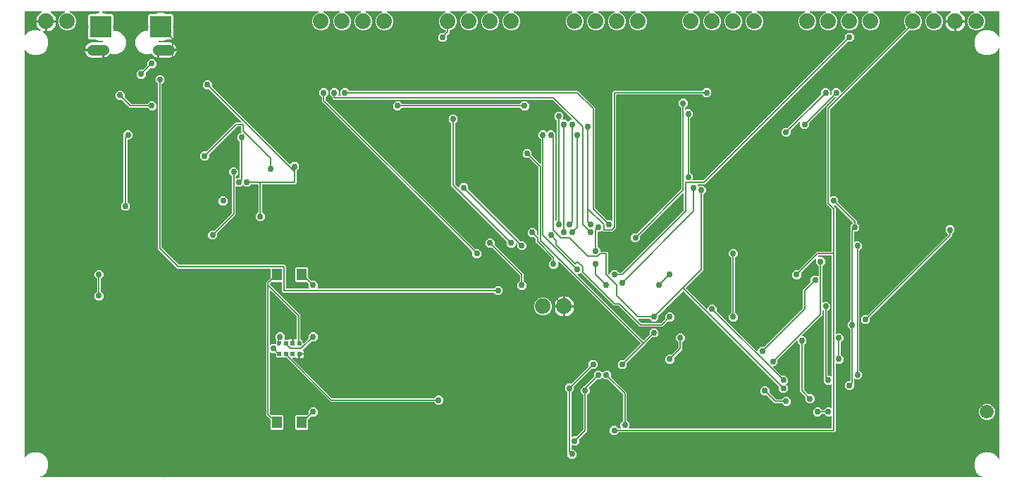
<source format=gbr>
G04 EAGLE Gerber RS-274X export*
G75*
%MOMM*%
%FSLAX34Y34*%
%LPD*%
%INBottom Copper*%
%IPPOS*%
%AMOC8*
5,1,8,0,0,1.08239X$1,22.5*%
G01*
%ADD10R,1.200000X1.400000*%
%ADD11C,1.879600*%
%ADD12C,1.676400*%
%ADD13C,0.414000*%
%ADD14R,0.488000X0.575000*%
%ADD15R,2.500000X2.500000*%
%ADD16C,1.308000*%
%ADD17C,0.152400*%
%ADD18C,0.756400*%

G36*
X1161843Y429276D02*
X1161843Y429276D01*
X1161940Y429286D01*
X1161964Y429296D01*
X1161990Y429300D01*
X1162076Y429346D01*
X1162165Y429386D01*
X1162184Y429403D01*
X1162207Y429416D01*
X1162274Y429486D01*
X1162346Y429552D01*
X1162358Y429575D01*
X1162376Y429594D01*
X1162417Y429682D01*
X1162464Y429768D01*
X1162469Y429793D01*
X1162480Y429817D01*
X1162491Y429914D01*
X1162508Y430010D01*
X1162504Y430036D01*
X1162507Y430061D01*
X1162487Y430157D01*
X1162472Y430253D01*
X1162460Y430276D01*
X1162455Y430302D01*
X1162405Y430385D01*
X1162361Y430472D01*
X1162342Y430491D01*
X1162329Y430513D01*
X1162255Y430576D01*
X1162185Y430644D01*
X1162157Y430660D01*
X1162142Y430673D01*
X1162111Y430685D01*
X1162038Y430725D01*
X1159812Y431647D01*
X1155547Y435912D01*
X1153239Y441484D01*
X1153239Y447516D01*
X1155547Y453088D01*
X1159812Y457353D01*
X1165384Y459661D01*
X1171416Y459661D01*
X1176988Y457353D01*
X1181253Y453088D01*
X1181975Y451345D01*
X1182026Y451262D01*
X1182072Y451176D01*
X1182091Y451158D01*
X1182104Y451136D01*
X1182179Y451073D01*
X1182250Y451006D01*
X1182274Y450995D01*
X1182294Y450979D01*
X1182385Y450944D01*
X1182473Y450903D01*
X1182499Y450900D01*
X1182523Y450891D01*
X1182621Y450886D01*
X1182717Y450876D01*
X1182743Y450881D01*
X1182769Y450880D01*
X1182863Y450907D01*
X1182958Y450928D01*
X1182980Y450941D01*
X1183005Y450949D01*
X1183085Y451004D01*
X1183169Y451054D01*
X1183186Y451074D01*
X1183207Y451089D01*
X1183266Y451167D01*
X1183329Y451241D01*
X1183339Y451265D01*
X1183354Y451286D01*
X1183384Y451379D01*
X1183421Y451469D01*
X1183424Y451502D01*
X1183430Y451520D01*
X1183430Y451553D01*
X1183439Y451636D01*
X1183439Y945364D01*
X1183424Y945460D01*
X1183414Y945557D01*
X1183404Y945581D01*
X1183400Y945607D01*
X1183354Y945693D01*
X1183314Y945782D01*
X1183297Y945801D01*
X1183284Y945824D01*
X1183214Y945891D01*
X1183148Y945963D01*
X1183125Y945976D01*
X1183106Y945994D01*
X1183018Y946035D01*
X1182932Y946082D01*
X1182907Y946086D01*
X1182883Y946097D01*
X1182786Y946108D01*
X1182690Y946125D01*
X1182664Y946121D01*
X1182639Y946124D01*
X1182543Y946104D01*
X1182447Y946089D01*
X1182424Y946078D01*
X1182398Y946072D01*
X1182315Y946022D01*
X1182228Y945978D01*
X1182209Y945959D01*
X1182187Y945946D01*
X1182124Y945872D01*
X1182056Y945802D01*
X1182040Y945774D01*
X1182027Y945759D01*
X1182015Y945728D01*
X1181975Y945655D01*
X1181253Y943912D01*
X1176988Y939647D01*
X1171416Y937339D01*
X1165384Y937339D01*
X1159812Y939647D01*
X1155547Y943912D01*
X1153239Y949484D01*
X1153239Y955516D01*
X1155547Y961088D01*
X1159812Y965353D01*
X1165384Y967661D01*
X1171416Y967661D01*
X1176988Y965353D01*
X1181253Y961088D01*
X1181975Y959345D01*
X1182026Y959262D01*
X1182072Y959176D01*
X1182091Y959158D01*
X1182104Y959136D01*
X1182179Y959073D01*
X1182250Y959006D01*
X1182274Y958995D01*
X1182294Y958979D01*
X1182385Y958944D01*
X1182473Y958903D01*
X1182499Y958900D01*
X1182523Y958891D01*
X1182621Y958886D01*
X1182717Y958876D01*
X1182743Y958881D01*
X1182769Y958880D01*
X1182863Y958907D01*
X1182958Y958928D01*
X1182980Y958941D01*
X1183005Y958949D01*
X1183085Y959004D01*
X1183169Y959054D01*
X1183186Y959074D01*
X1183207Y959089D01*
X1183266Y959167D01*
X1183329Y959241D01*
X1183339Y959265D01*
X1183354Y959286D01*
X1183384Y959379D01*
X1183421Y959469D01*
X1183424Y959502D01*
X1183430Y959520D01*
X1183430Y959553D01*
X1183439Y959636D01*
X1183439Y989078D01*
X1183436Y989098D01*
X1183438Y989117D01*
X1183416Y989219D01*
X1183400Y989321D01*
X1183390Y989338D01*
X1183386Y989358D01*
X1183333Y989447D01*
X1183284Y989538D01*
X1183270Y989552D01*
X1183260Y989569D01*
X1183181Y989636D01*
X1183106Y989708D01*
X1183088Y989716D01*
X1183073Y989729D01*
X1182977Y989768D01*
X1182883Y989811D01*
X1182863Y989813D01*
X1182845Y989821D01*
X1182678Y989839D01*
X1159246Y989839D01*
X1159149Y989824D01*
X1159053Y989814D01*
X1159029Y989804D01*
X1159003Y989800D01*
X1158917Y989754D01*
X1158828Y989714D01*
X1158809Y989697D01*
X1158785Y989684D01*
X1158718Y989614D01*
X1158647Y989548D01*
X1158634Y989525D01*
X1158616Y989506D01*
X1158575Y989418D01*
X1158528Y989332D01*
X1158523Y989307D01*
X1158512Y989283D01*
X1158502Y989186D01*
X1158484Y989090D01*
X1158488Y989064D01*
X1158485Y989039D01*
X1158506Y988943D01*
X1158520Y988847D01*
X1158532Y988824D01*
X1158538Y988798D01*
X1158588Y988715D01*
X1158632Y988628D01*
X1158650Y988609D01*
X1158664Y988587D01*
X1158738Y988524D01*
X1158807Y988456D01*
X1158836Y988440D01*
X1158851Y988427D01*
X1158881Y988415D01*
X1158954Y988375D01*
X1161887Y987160D01*
X1164960Y984087D01*
X1166623Y980073D01*
X1166623Y975727D01*
X1164960Y971713D01*
X1161887Y968640D01*
X1157873Y966977D01*
X1153527Y966977D01*
X1149513Y968640D01*
X1146440Y971713D01*
X1144777Y975727D01*
X1144777Y980073D01*
X1146440Y984087D01*
X1149513Y987160D01*
X1152446Y988375D01*
X1152529Y988426D01*
X1152615Y988472D01*
X1152633Y988490D01*
X1152655Y988504D01*
X1152717Y988580D01*
X1152784Y988650D01*
X1152795Y988674D01*
X1152812Y988694D01*
X1152847Y988785D01*
X1152888Y988873D01*
X1152890Y988899D01*
X1152900Y988923D01*
X1152904Y989021D01*
X1152915Y989117D01*
X1152909Y989143D01*
X1152910Y989169D01*
X1152883Y989263D01*
X1152862Y989358D01*
X1152849Y989380D01*
X1152842Y989405D01*
X1152786Y989485D01*
X1152736Y989569D01*
X1152716Y989586D01*
X1152701Y989607D01*
X1152623Y989666D01*
X1152549Y989729D01*
X1152525Y989739D01*
X1152504Y989754D01*
X1152412Y989784D01*
X1152321Y989821D01*
X1152289Y989824D01*
X1152270Y989830D01*
X1152237Y989830D01*
X1152154Y989839D01*
X1136336Y989839D01*
X1136269Y989828D01*
X1136201Y989827D01*
X1136148Y989809D01*
X1136093Y989800D01*
X1136033Y989768D01*
X1135969Y989745D01*
X1135925Y989711D01*
X1135876Y989684D01*
X1135829Y989635D01*
X1135776Y989593D01*
X1135745Y989547D01*
X1135707Y989506D01*
X1135678Y989444D01*
X1135641Y989388D01*
X1135627Y989334D01*
X1135603Y989283D01*
X1135595Y989216D01*
X1135578Y989150D01*
X1135582Y989094D01*
X1135576Y989039D01*
X1135590Y988972D01*
X1135595Y988905D01*
X1135616Y988853D01*
X1135628Y988798D01*
X1135663Y988740D01*
X1135689Y988677D01*
X1135726Y988635D01*
X1135754Y988587D01*
X1135806Y988543D01*
X1135850Y988492D01*
X1135916Y988449D01*
X1135941Y988427D01*
X1135961Y988419D01*
X1135990Y988400D01*
X1136557Y988111D01*
X1138078Y987006D01*
X1139406Y985678D01*
X1140511Y984157D01*
X1141364Y982483D01*
X1141945Y980696D01*
X1142146Y979423D01*
X1131062Y979423D01*
X1131042Y979420D01*
X1131023Y979422D01*
X1130921Y979400D01*
X1130819Y979383D01*
X1130802Y979374D01*
X1130782Y979370D01*
X1130693Y979317D01*
X1130602Y979268D01*
X1130588Y979254D01*
X1130571Y979244D01*
X1130504Y979165D01*
X1130433Y979090D01*
X1130424Y979072D01*
X1130411Y979057D01*
X1130373Y978961D01*
X1130329Y978867D01*
X1130327Y978847D01*
X1130319Y978829D01*
X1130301Y978662D01*
X1130301Y977899D01*
X1130299Y977899D01*
X1130299Y978662D01*
X1130296Y978682D01*
X1130298Y978701D01*
X1130276Y978803D01*
X1130259Y978905D01*
X1130250Y978922D01*
X1130246Y978942D01*
X1130193Y979031D01*
X1130144Y979122D01*
X1130130Y979136D01*
X1130120Y979153D01*
X1130041Y979220D01*
X1129966Y979291D01*
X1129948Y979300D01*
X1129933Y979313D01*
X1129837Y979352D01*
X1129743Y979395D01*
X1129723Y979397D01*
X1129705Y979405D01*
X1129538Y979423D01*
X1118454Y979423D01*
X1118655Y980696D01*
X1119236Y982483D01*
X1120089Y984157D01*
X1121194Y985678D01*
X1122522Y987006D01*
X1124043Y988111D01*
X1124610Y988400D01*
X1124664Y988440D01*
X1124724Y988472D01*
X1124763Y988512D01*
X1124808Y988545D01*
X1124847Y988601D01*
X1124893Y988650D01*
X1124917Y988701D01*
X1124949Y988747D01*
X1124969Y988812D01*
X1124997Y988873D01*
X1125003Y988929D01*
X1125019Y988982D01*
X1125017Y989050D01*
X1125024Y989117D01*
X1125012Y989172D01*
X1125010Y989228D01*
X1124986Y989292D01*
X1124972Y989358D01*
X1124943Y989406D01*
X1124923Y989458D01*
X1124881Y989511D01*
X1124846Y989569D01*
X1124803Y989605D01*
X1124768Y989649D01*
X1124710Y989685D01*
X1124659Y989729D01*
X1124607Y989750D01*
X1124559Y989780D01*
X1124494Y989795D01*
X1124431Y989821D01*
X1124352Y989829D01*
X1124320Y989837D01*
X1124300Y989835D01*
X1124264Y989839D01*
X1108446Y989839D01*
X1108349Y989824D01*
X1108253Y989814D01*
X1108229Y989804D01*
X1108203Y989800D01*
X1108117Y989754D01*
X1108028Y989714D01*
X1108009Y989697D01*
X1107985Y989684D01*
X1107918Y989614D01*
X1107847Y989548D01*
X1107834Y989525D01*
X1107816Y989506D01*
X1107775Y989418D01*
X1107728Y989332D01*
X1107723Y989307D01*
X1107712Y989283D01*
X1107702Y989186D01*
X1107684Y989090D01*
X1107688Y989064D01*
X1107685Y989039D01*
X1107706Y988943D01*
X1107720Y988847D01*
X1107732Y988824D01*
X1107738Y988798D01*
X1107788Y988715D01*
X1107832Y988628D01*
X1107850Y988609D01*
X1107864Y988587D01*
X1107938Y988524D01*
X1108007Y988456D01*
X1108036Y988440D01*
X1108051Y988427D01*
X1108081Y988415D01*
X1108154Y988375D01*
X1111087Y987160D01*
X1114160Y984087D01*
X1115823Y980073D01*
X1115823Y975727D01*
X1114160Y971713D01*
X1111087Y968640D01*
X1107073Y966977D01*
X1102727Y966977D01*
X1098713Y968640D01*
X1095640Y971713D01*
X1093977Y975727D01*
X1093977Y980073D01*
X1095640Y984087D01*
X1098713Y987160D01*
X1101646Y988375D01*
X1101729Y988426D01*
X1101815Y988472D01*
X1101833Y988490D01*
X1101855Y988504D01*
X1101917Y988580D01*
X1101984Y988650D01*
X1101995Y988674D01*
X1102012Y988694D01*
X1102047Y988785D01*
X1102088Y988873D01*
X1102090Y988899D01*
X1102100Y988923D01*
X1102104Y989021D01*
X1102115Y989117D01*
X1102109Y989143D01*
X1102110Y989169D01*
X1102083Y989263D01*
X1102062Y989358D01*
X1102049Y989380D01*
X1102042Y989405D01*
X1101986Y989485D01*
X1101936Y989569D01*
X1101916Y989586D01*
X1101901Y989607D01*
X1101823Y989666D01*
X1101749Y989729D01*
X1101725Y989739D01*
X1101704Y989754D01*
X1101612Y989784D01*
X1101521Y989821D01*
X1101489Y989824D01*
X1101470Y989830D01*
X1101437Y989830D01*
X1101354Y989839D01*
X1083046Y989839D01*
X1082949Y989824D01*
X1082853Y989814D01*
X1082829Y989804D01*
X1082803Y989800D01*
X1082717Y989754D01*
X1082628Y989714D01*
X1082609Y989697D01*
X1082585Y989684D01*
X1082518Y989614D01*
X1082447Y989548D01*
X1082434Y989525D01*
X1082416Y989506D01*
X1082375Y989418D01*
X1082328Y989332D01*
X1082323Y989307D01*
X1082312Y989283D01*
X1082302Y989186D01*
X1082284Y989090D01*
X1082288Y989064D01*
X1082285Y989039D01*
X1082306Y988943D01*
X1082320Y988847D01*
X1082332Y988824D01*
X1082338Y988798D01*
X1082388Y988715D01*
X1082432Y988628D01*
X1082450Y988609D01*
X1082464Y988587D01*
X1082538Y988524D01*
X1082607Y988456D01*
X1082636Y988440D01*
X1082651Y988427D01*
X1082681Y988415D01*
X1082754Y988375D01*
X1085687Y987160D01*
X1088760Y984087D01*
X1090423Y980073D01*
X1090423Y975727D01*
X1088760Y971713D01*
X1085687Y968640D01*
X1081673Y966977D01*
X1077327Y966977D01*
X1076142Y967468D01*
X1076028Y967495D01*
X1075915Y967524D01*
X1075908Y967523D01*
X1075902Y967524D01*
X1075786Y967513D01*
X1075670Y967504D01*
X1075664Y967502D01*
X1075657Y967501D01*
X1075550Y967454D01*
X1075443Y967408D01*
X1075437Y967403D01*
X1075433Y967401D01*
X1075419Y967389D01*
X1075312Y967303D01*
X980410Y872401D01*
X980357Y872327D01*
X980297Y872257D01*
X980285Y872227D01*
X980266Y872201D01*
X980239Y872114D01*
X980205Y872029D01*
X980201Y871988D01*
X980194Y871966D01*
X980195Y871934D01*
X980187Y871862D01*
X980187Y767279D01*
X980198Y767209D01*
X980200Y767137D01*
X980218Y767088D01*
X980226Y767037D01*
X980260Y766973D01*
X980285Y766906D01*
X980317Y766865D01*
X980342Y766819D01*
X980394Y766770D01*
X980438Y766714D01*
X980482Y766686D01*
X980520Y766650D01*
X980585Y766620D01*
X980645Y766581D01*
X980696Y766568D01*
X980743Y766546D01*
X980814Y766538D01*
X980884Y766521D01*
X980936Y766525D01*
X980987Y766519D01*
X981058Y766534D01*
X981129Y766540D01*
X981177Y766560D01*
X981228Y766571D01*
X981289Y766608D01*
X981355Y766636D01*
X981411Y766681D01*
X981439Y766698D01*
X981454Y766715D01*
X981486Y766741D01*
X982052Y767307D01*
X986448Y767307D01*
X989557Y764198D01*
X989557Y760243D01*
X989571Y760152D01*
X989579Y760062D01*
X989591Y760032D01*
X989596Y760000D01*
X989639Y759919D01*
X989675Y759835D01*
X989701Y759803D01*
X989712Y759782D01*
X989735Y759760D01*
X989780Y759704D01*
X1011937Y737547D01*
X1011937Y735783D01*
X1011951Y735693D01*
X1011959Y735602D01*
X1011971Y735573D01*
X1011976Y735541D01*
X1012019Y735460D01*
X1012055Y735376D01*
X1012081Y735344D01*
X1012092Y735323D01*
X1012115Y735301D01*
X1012160Y735245D01*
X1014957Y732448D01*
X1014957Y728052D01*
X1011848Y724943D01*
X1009523Y724943D01*
X1009503Y724940D01*
X1009484Y724942D01*
X1009382Y724920D01*
X1009280Y724904D01*
X1009263Y724894D01*
X1009243Y724890D01*
X1009154Y724837D01*
X1009063Y724788D01*
X1009049Y724774D01*
X1009032Y724764D01*
X1008965Y724685D01*
X1008893Y724610D01*
X1008885Y724592D01*
X1008872Y724577D01*
X1008833Y724481D01*
X1008790Y724387D01*
X1008788Y724367D01*
X1008780Y724349D01*
X1008762Y724182D01*
X1008762Y713304D01*
X1008773Y713234D01*
X1008775Y713162D01*
X1008793Y713113D01*
X1008801Y713062D01*
X1008835Y712998D01*
X1008860Y712931D01*
X1008892Y712890D01*
X1008917Y712844D01*
X1008969Y712795D01*
X1009013Y712739D01*
X1009057Y712711D01*
X1009095Y712675D01*
X1009160Y712645D01*
X1009220Y712606D01*
X1009271Y712593D01*
X1009318Y712571D01*
X1009389Y712563D01*
X1009459Y712546D01*
X1009511Y712550D01*
X1009562Y712544D01*
X1009633Y712559D01*
X1009704Y712565D01*
X1009752Y712585D01*
X1009803Y712596D01*
X1009864Y712633D01*
X1009930Y712661D01*
X1009986Y712706D01*
X1010014Y712723D01*
X1010029Y712740D01*
X1010061Y712766D01*
X1010627Y713332D01*
X1015023Y713332D01*
X1018132Y710223D01*
X1018132Y705827D01*
X1015335Y703030D01*
X1015282Y702956D01*
X1015222Y702886D01*
X1015210Y702856D01*
X1015191Y702830D01*
X1015164Y702743D01*
X1015130Y702658D01*
X1015126Y702617D01*
X1015119Y702595D01*
X1015120Y702563D01*
X1015112Y702492D01*
X1015112Y557983D01*
X1015126Y557893D01*
X1015134Y557802D01*
X1015146Y557773D01*
X1015151Y557741D01*
X1015194Y557660D01*
X1015230Y557576D01*
X1015256Y557544D01*
X1015267Y557523D01*
X1015290Y557501D01*
X1015335Y557445D01*
X1018132Y554648D01*
X1018132Y550252D01*
X1015023Y547143D01*
X1010627Y547143D01*
X1010061Y547709D01*
X1010003Y547751D01*
X1009951Y547800D01*
X1009904Y547822D01*
X1009862Y547852D01*
X1009793Y547874D01*
X1009728Y547904D01*
X1009676Y547909D01*
X1009626Y547925D01*
X1009555Y547923D01*
X1009484Y547931D01*
X1009433Y547920D01*
X1009381Y547918D01*
X1009313Y547894D01*
X1009243Y547879D01*
X1009198Y547852D01*
X1009150Y547834D01*
X1009094Y547789D01*
X1009032Y547752D01*
X1008998Y547713D01*
X1008958Y547680D01*
X1008919Y547620D01*
X1008872Y547565D01*
X1008853Y547517D01*
X1008825Y547473D01*
X1008807Y547404D01*
X1008780Y547337D01*
X1008772Y547266D01*
X1008764Y547235D01*
X1008766Y547212D01*
X1008762Y547171D01*
X1008762Y541954D01*
X1008717Y541902D01*
X1008705Y541872D01*
X1008686Y541846D01*
X1008659Y541759D01*
X1008625Y541674D01*
X1008621Y541633D01*
X1008614Y541611D01*
X1008615Y541579D01*
X1008607Y541507D01*
X1008607Y537552D01*
X1005498Y534443D01*
X1001102Y534443D01*
X997993Y537552D01*
X997993Y541948D01*
X1001102Y545057D01*
X1003427Y545057D01*
X1003447Y545060D01*
X1003466Y545058D01*
X1003568Y545080D01*
X1003670Y545096D01*
X1003687Y545106D01*
X1003707Y545110D01*
X1003796Y545163D01*
X1003887Y545212D01*
X1003901Y545226D01*
X1003918Y545236D01*
X1003985Y545315D01*
X1004057Y545390D01*
X1004065Y545408D01*
X1004078Y545423D01*
X1004117Y545519D01*
X1004160Y545613D01*
X1004162Y545633D01*
X1004170Y545651D01*
X1004188Y545818D01*
X1004188Y607242D01*
X1004174Y607332D01*
X1004166Y607423D01*
X1004154Y607452D01*
X1004149Y607484D01*
X1004106Y607565D01*
X1004070Y607649D01*
X1004044Y607681D01*
X1004033Y607702D01*
X1004010Y607724D01*
X1003965Y607780D01*
X1001168Y610577D01*
X1001168Y614973D01*
X1003965Y617770D01*
X1004018Y617844D01*
X1004078Y617914D01*
X1004090Y617944D01*
X1004109Y617970D01*
X1004136Y618057D01*
X1004170Y618142D01*
X1004174Y618183D01*
X1004181Y618205D01*
X1004180Y618237D01*
X1004188Y618308D01*
X1004188Y728046D01*
X1004233Y728098D01*
X1004245Y728128D01*
X1004264Y728154D01*
X1004291Y728241D01*
X1004325Y728326D01*
X1004329Y728367D01*
X1004336Y728389D01*
X1004335Y728421D01*
X1004343Y728493D01*
X1004343Y732448D01*
X1006917Y735022D01*
X1006929Y735038D01*
X1006945Y735051D01*
X1007001Y735138D01*
X1007061Y735222D01*
X1007067Y735241D01*
X1007078Y735258D01*
X1007103Y735358D01*
X1007133Y735457D01*
X1007133Y735477D01*
X1007138Y735496D01*
X1007130Y735599D01*
X1007127Y735703D01*
X1007120Y735722D01*
X1007118Y735741D01*
X1007078Y735836D01*
X1007042Y735934D01*
X1007030Y735950D01*
X1007022Y735968D01*
X1006917Y736099D01*
X986546Y756470D01*
X986472Y756523D01*
X986402Y756583D01*
X986372Y756595D01*
X986346Y756614D01*
X986259Y756641D01*
X986174Y756675D01*
X986133Y756679D01*
X986111Y756686D01*
X986079Y756685D01*
X986007Y756693D01*
X985103Y756693D01*
X985033Y756682D01*
X984961Y756680D01*
X984912Y756662D01*
X984861Y756654D01*
X984797Y756620D01*
X984730Y756595D01*
X984689Y756563D01*
X984643Y756538D01*
X984594Y756486D01*
X984538Y756442D01*
X984510Y756398D01*
X984474Y756360D01*
X984444Y756295D01*
X984405Y756235D01*
X984392Y756184D01*
X984370Y756137D01*
X984362Y756066D01*
X984345Y755996D01*
X984349Y755944D01*
X984343Y755893D01*
X984358Y755822D01*
X984364Y755751D01*
X984384Y755703D01*
X984395Y755652D01*
X984432Y755591D01*
X984460Y755525D01*
X984505Y755469D01*
X984522Y755441D01*
X984539Y755426D01*
X984565Y755394D01*
X986537Y753422D01*
X986537Y602179D01*
X986548Y602109D01*
X986550Y602037D01*
X986568Y601988D01*
X986576Y601937D01*
X986610Y601873D01*
X986635Y601806D01*
X986667Y601765D01*
X986692Y601719D01*
X986744Y601670D01*
X986788Y601614D01*
X986832Y601586D01*
X986870Y601550D01*
X986935Y601520D01*
X986995Y601481D01*
X987046Y601468D01*
X987093Y601446D01*
X987164Y601438D01*
X987234Y601421D01*
X987286Y601425D01*
X987337Y601419D01*
X987408Y601434D01*
X987479Y601440D01*
X987527Y601460D01*
X987578Y601471D01*
X987639Y601508D01*
X987705Y601536D01*
X987761Y601581D01*
X987789Y601598D01*
X987804Y601615D01*
X987836Y601641D01*
X988402Y602207D01*
X992798Y602207D01*
X995907Y599098D01*
X995907Y594702D01*
X993110Y591905D01*
X993062Y591838D01*
X993059Y591835D01*
X993058Y591833D01*
X993057Y591831D01*
X992997Y591761D01*
X992985Y591731D01*
X992966Y591705D01*
X992939Y591618D01*
X992905Y591533D01*
X992901Y591492D01*
X992894Y591470D01*
X992895Y591438D01*
X992887Y591367D01*
X992887Y577033D01*
X992901Y576943D01*
X992909Y576852D01*
X992921Y576823D01*
X992926Y576791D01*
X992969Y576710D01*
X993005Y576626D01*
X993031Y576594D01*
X993042Y576573D01*
X993065Y576551D01*
X993110Y576495D01*
X995907Y573698D01*
X995907Y569302D01*
X992798Y566193D01*
X988402Y566193D01*
X987836Y566759D01*
X987778Y566801D01*
X987726Y566850D01*
X987679Y566872D01*
X987637Y566902D01*
X987568Y566924D01*
X987503Y566954D01*
X987451Y566959D01*
X987401Y566975D01*
X987330Y566973D01*
X987259Y566981D01*
X987208Y566970D01*
X987156Y566968D01*
X987088Y566944D01*
X987018Y566929D01*
X986973Y566902D01*
X986925Y566884D01*
X986869Y566839D01*
X986807Y566802D01*
X986773Y566763D01*
X986733Y566730D01*
X986694Y566670D01*
X986647Y566615D01*
X986628Y566567D01*
X986600Y566523D01*
X986582Y566454D01*
X986555Y566387D01*
X986547Y566316D01*
X986539Y566285D01*
X986541Y566262D01*
X986537Y566221D01*
X986537Y484828D01*
X985197Y483488D01*
X726258Y483488D01*
X726168Y483474D01*
X726077Y483466D01*
X726048Y483454D01*
X726016Y483449D01*
X725935Y483406D01*
X725851Y483370D01*
X725819Y483344D01*
X725798Y483333D01*
X725776Y483310D01*
X725720Y483265D01*
X722923Y480468D01*
X718527Y480468D01*
X715418Y483577D01*
X715418Y487973D01*
X718527Y491082D01*
X722923Y491082D01*
X725720Y488285D01*
X725794Y488232D01*
X725864Y488172D01*
X725894Y488160D01*
X725920Y488141D01*
X726007Y488114D01*
X726092Y488080D01*
X726133Y488076D01*
X726155Y488069D01*
X726187Y488070D01*
X726258Y488062D01*
X728146Y488062D01*
X728216Y488073D01*
X728288Y488075D01*
X728337Y488093D01*
X728388Y488101D01*
X728452Y488135D01*
X728519Y488160D01*
X728560Y488192D01*
X728606Y488217D01*
X728655Y488269D01*
X728711Y488313D01*
X728739Y488357D01*
X728775Y488395D01*
X728805Y488460D01*
X728844Y488520D01*
X728857Y488571D01*
X728879Y488618D01*
X728887Y488689D01*
X728904Y488759D01*
X728900Y488811D01*
X728906Y488862D01*
X728891Y488933D01*
X728885Y489004D01*
X728865Y489052D01*
X728854Y489103D01*
X728817Y489164D01*
X728789Y489230D01*
X728744Y489286D01*
X728727Y489314D01*
X728710Y489329D01*
X728684Y489361D01*
X728118Y489927D01*
X728118Y494323D01*
X730915Y497120D01*
X730968Y497194D01*
X731028Y497264D01*
X731040Y497294D01*
X731059Y497320D01*
X731086Y497407D01*
X731120Y497492D01*
X731124Y497533D01*
X731131Y497555D01*
X731130Y497587D01*
X731138Y497658D01*
X731138Y528962D01*
X731124Y529053D01*
X731116Y529143D01*
X731104Y529173D01*
X731099Y529205D01*
X731056Y529286D01*
X731020Y529370D01*
X730994Y529402D01*
X730983Y529423D01*
X730960Y529445D01*
X730940Y529469D01*
X730937Y529475D01*
X730933Y529479D01*
X730915Y529501D01*
X713496Y546920D01*
X713422Y546973D01*
X713352Y547033D01*
X713322Y547045D01*
X713296Y547064D01*
X713209Y547091D01*
X713124Y547125D01*
X713083Y547129D01*
X713061Y547136D01*
X713029Y547135D01*
X712957Y547143D01*
X709002Y547143D01*
X706976Y549169D01*
X706960Y549181D01*
X706947Y549197D01*
X706860Y549253D01*
X706776Y549313D01*
X706757Y549319D01*
X706740Y549330D01*
X706640Y549355D01*
X706541Y549385D01*
X706521Y549385D01*
X706502Y549390D01*
X706399Y549382D01*
X706295Y549379D01*
X706276Y549372D01*
X706256Y549370D01*
X706162Y549330D01*
X706064Y549294D01*
X706048Y549282D01*
X706030Y549274D01*
X705899Y549169D01*
X703873Y547143D01*
X699918Y547143D01*
X699827Y547129D01*
X699737Y547121D01*
X699707Y547109D01*
X699675Y547104D01*
X699594Y547061D01*
X699510Y547025D01*
X699478Y546999D01*
X699457Y546988D01*
X699435Y546965D01*
X699379Y546920D01*
X690120Y537661D01*
X690109Y537645D01*
X690093Y537633D01*
X690037Y537545D01*
X689977Y537462D01*
X689971Y537443D01*
X689960Y537426D01*
X689935Y537325D01*
X689904Y537226D01*
X689905Y537207D01*
X689900Y537187D01*
X689908Y537084D01*
X689911Y536981D01*
X689918Y536962D01*
X689919Y536942D01*
X689959Y536847D01*
X689995Y536750D01*
X690008Y536734D01*
X690015Y536716D01*
X690120Y536585D01*
X691107Y535598D01*
X691107Y531202D01*
X688310Y528405D01*
X688257Y528331D01*
X688197Y528261D01*
X688185Y528231D01*
X688166Y528205D01*
X688139Y528118D01*
X688105Y528033D01*
X688101Y527992D01*
X688094Y527970D01*
X688095Y527938D01*
X688087Y527867D01*
X688087Y484828D01*
X678630Y475371D01*
X678577Y475297D01*
X678517Y475227D01*
X678505Y475197D01*
X678486Y475171D01*
X678459Y475084D01*
X678425Y474999D01*
X678421Y474958D01*
X678414Y474936D01*
X678415Y474904D01*
X678407Y474832D01*
X678407Y470877D01*
X675298Y467768D01*
X670902Y467768D01*
X670336Y468334D01*
X670278Y468376D01*
X670226Y468425D01*
X670179Y468447D01*
X670137Y468477D01*
X670068Y468499D01*
X670003Y468529D01*
X669951Y468534D01*
X669901Y468550D01*
X669830Y468548D01*
X669759Y468556D01*
X669708Y468545D01*
X669656Y468543D01*
X669588Y468519D01*
X669518Y468504D01*
X669473Y468477D01*
X669425Y468459D01*
X669369Y468414D01*
X669307Y468377D01*
X669273Y468338D01*
X669233Y468305D01*
X669194Y468245D01*
X669147Y468190D01*
X669128Y468142D01*
X669100Y468098D01*
X669082Y468029D01*
X669055Y467962D01*
X669047Y467891D01*
X669039Y467860D01*
X669041Y467837D01*
X669037Y467796D01*
X669037Y463268D01*
X669040Y463248D01*
X669038Y463229D01*
X669060Y463127D01*
X669076Y463025D01*
X669086Y463008D01*
X669090Y462988D01*
X669143Y462899D01*
X669192Y462808D01*
X669206Y462794D01*
X669216Y462777D01*
X669295Y462710D01*
X669370Y462638D01*
X669388Y462630D01*
X669403Y462617D01*
X669499Y462578D01*
X669593Y462535D01*
X669613Y462533D01*
X669631Y462525D01*
X669798Y462507D01*
X672123Y462507D01*
X675232Y459398D01*
X675232Y455002D01*
X672123Y451893D01*
X667727Y451893D01*
X664618Y455002D01*
X664618Y458957D01*
X664616Y458974D01*
X664617Y458989D01*
X664603Y459055D01*
X664596Y459138D01*
X664584Y459168D01*
X664579Y459200D01*
X664566Y459223D01*
X664565Y459229D01*
X664549Y459256D01*
X664536Y459281D01*
X664500Y459365D01*
X664474Y459397D01*
X664463Y459418D01*
X664463Y531042D01*
X664449Y531132D01*
X664441Y531223D01*
X664429Y531252D01*
X664424Y531284D01*
X664381Y531365D01*
X664345Y531449D01*
X664319Y531481D01*
X664308Y531502D01*
X664285Y531524D01*
X664240Y531580D01*
X661443Y534377D01*
X661443Y538773D01*
X664552Y541882D01*
X668507Y541882D01*
X668598Y541896D01*
X668688Y541904D01*
X668718Y541916D01*
X668750Y541921D01*
X668831Y541964D01*
X668915Y542000D01*
X668947Y542026D01*
X668968Y542037D01*
X668990Y542060D01*
X669046Y542105D01*
X689795Y562854D01*
X689848Y562928D01*
X689908Y562998D01*
X689920Y563028D01*
X689939Y563054D01*
X689966Y563141D01*
X690000Y563226D01*
X690004Y563267D01*
X690011Y563289D01*
X690010Y563321D01*
X690018Y563393D01*
X690018Y567348D01*
X693127Y570457D01*
X697523Y570457D01*
X700632Y567348D01*
X700632Y562952D01*
X697523Y559843D01*
X693568Y559843D01*
X693477Y559829D01*
X693387Y559821D01*
X693357Y559809D01*
X693325Y559804D01*
X693244Y559761D01*
X693160Y559725D01*
X693128Y559699D01*
X693107Y559688D01*
X693085Y559665D01*
X693029Y559620D01*
X672280Y538871D01*
X672227Y538797D01*
X672167Y538727D01*
X672155Y538697D01*
X672136Y538671D01*
X672109Y538584D01*
X672075Y538499D01*
X672071Y538458D01*
X672064Y538436D01*
X672065Y538404D01*
X672057Y538332D01*
X672057Y534377D01*
X669260Y531580D01*
X669207Y531506D01*
X669147Y531436D01*
X669135Y531406D01*
X669116Y531380D01*
X669089Y531293D01*
X669055Y531208D01*
X669051Y531167D01*
X669044Y531145D01*
X669045Y531113D01*
X669037Y531042D01*
X669037Y478354D01*
X669048Y478284D01*
X669050Y478212D01*
X669068Y478163D01*
X669076Y478112D01*
X669110Y478048D01*
X669135Y477981D01*
X669167Y477940D01*
X669192Y477894D01*
X669244Y477845D01*
X669288Y477789D01*
X669332Y477761D01*
X669370Y477725D01*
X669435Y477695D01*
X669495Y477656D01*
X669546Y477643D01*
X669593Y477621D01*
X669664Y477613D01*
X669734Y477596D01*
X669786Y477600D01*
X669837Y477594D01*
X669908Y477609D01*
X669979Y477615D01*
X670027Y477635D01*
X670078Y477646D01*
X670139Y477683D01*
X670205Y477711D01*
X670261Y477756D01*
X670289Y477773D01*
X670304Y477790D01*
X670336Y477816D01*
X670902Y478382D01*
X674857Y478382D01*
X674948Y478396D01*
X675038Y478404D01*
X675068Y478416D01*
X675100Y478421D01*
X675181Y478464D01*
X675265Y478500D01*
X675297Y478526D01*
X675318Y478537D01*
X675340Y478560D01*
X675396Y478605D01*
X683290Y486499D01*
X683343Y486573D01*
X683403Y486643D01*
X683415Y486673D01*
X683434Y486699D01*
X683461Y486786D01*
X683495Y486871D01*
X683499Y486912D01*
X683506Y486934D01*
X683505Y486966D01*
X683513Y487038D01*
X683513Y527867D01*
X683499Y527957D01*
X683491Y528048D01*
X683479Y528077D01*
X683474Y528109D01*
X683431Y528190D01*
X683395Y528274D01*
X683369Y528306D01*
X683358Y528327D01*
X683335Y528349D01*
X683290Y528405D01*
X680493Y531202D01*
X680493Y535598D01*
X683602Y538707D01*
X684382Y538707D01*
X684473Y538721D01*
X684563Y538729D01*
X684593Y538741D01*
X684625Y538746D01*
X684706Y538789D01*
X684790Y538825D01*
X684822Y538851D01*
X684843Y538862D01*
X684865Y538885D01*
X684921Y538930D01*
X696145Y550154D01*
X696198Y550228D01*
X696258Y550298D01*
X696270Y550328D01*
X696289Y550354D01*
X696316Y550441D01*
X696350Y550526D01*
X696354Y550567D01*
X696361Y550589D01*
X696360Y550621D01*
X696368Y550693D01*
X696368Y554648D01*
X699477Y557757D01*
X703873Y557757D01*
X705899Y555731D01*
X705915Y555719D01*
X705928Y555703D01*
X706015Y555647D01*
X706099Y555587D01*
X706118Y555581D01*
X706135Y555570D01*
X706235Y555545D01*
X706334Y555515D01*
X706354Y555515D01*
X706373Y555510D01*
X706476Y555518D01*
X706580Y555521D01*
X706599Y555528D01*
X706618Y555530D01*
X706713Y555570D01*
X706811Y555606D01*
X706827Y555618D01*
X706845Y555626D01*
X706976Y555731D01*
X709002Y557757D01*
X713398Y557757D01*
X716507Y554648D01*
X716507Y550693D01*
X716521Y550602D01*
X716529Y550512D01*
X716541Y550482D01*
X716546Y550450D01*
X716589Y550369D01*
X716625Y550285D01*
X716651Y550253D01*
X716662Y550232D01*
X716685Y550210D01*
X716730Y550154D01*
X735712Y531172D01*
X735712Y497658D01*
X735726Y497568D01*
X735734Y497477D01*
X735746Y497448D01*
X735751Y497416D01*
X735794Y497335D01*
X735830Y497251D01*
X735856Y497219D01*
X735867Y497198D01*
X735890Y497176D01*
X735935Y497120D01*
X738732Y494323D01*
X738732Y489927D01*
X738166Y489361D01*
X738124Y489303D01*
X738075Y489251D01*
X738053Y489204D01*
X738023Y489162D01*
X738001Y489093D01*
X737971Y489028D01*
X737966Y488976D01*
X737950Y488926D01*
X737952Y488855D01*
X737944Y488784D01*
X737955Y488733D01*
X737957Y488681D01*
X737981Y488613D01*
X737996Y488543D01*
X738023Y488498D01*
X738041Y488450D01*
X738086Y488394D01*
X738123Y488332D01*
X738162Y488298D01*
X738195Y488258D01*
X738255Y488219D01*
X738310Y488172D01*
X738358Y488153D01*
X738402Y488125D01*
X738471Y488107D01*
X738538Y488080D01*
X738609Y488072D01*
X738640Y488064D01*
X738663Y488066D01*
X738704Y488062D01*
X981202Y488062D01*
X981222Y488065D01*
X981241Y488063D01*
X981343Y488085D01*
X981445Y488101D01*
X981462Y488111D01*
X981482Y488115D01*
X981571Y488168D01*
X981662Y488217D01*
X981676Y488231D01*
X981693Y488241D01*
X981760Y488320D01*
X981832Y488395D01*
X981840Y488413D01*
X981853Y488428D01*
X981892Y488524D01*
X981935Y488618D01*
X981937Y488638D01*
X981945Y488656D01*
X981963Y488823D01*
X981963Y502721D01*
X981952Y502791D01*
X981950Y502863D01*
X981932Y502912D01*
X981924Y502963D01*
X981890Y503027D01*
X981865Y503094D01*
X981833Y503135D01*
X981808Y503181D01*
X981756Y503230D01*
X981712Y503286D01*
X981668Y503314D01*
X981630Y503350D01*
X981565Y503380D01*
X981505Y503419D01*
X981454Y503432D01*
X981407Y503454D01*
X981336Y503462D01*
X981266Y503479D01*
X981214Y503475D01*
X981163Y503481D01*
X981092Y503466D01*
X981021Y503460D01*
X980973Y503440D01*
X980922Y503429D01*
X980861Y503392D01*
X980795Y503364D01*
X980739Y503319D01*
X980711Y503302D01*
X980696Y503285D01*
X980664Y503259D01*
X980098Y502693D01*
X975702Y502693D01*
X972905Y505490D01*
X972831Y505543D01*
X972761Y505603D01*
X972731Y505615D01*
X972705Y505634D01*
X972618Y505661D01*
X972533Y505695D01*
X972492Y505699D01*
X972470Y505706D01*
X972438Y505705D01*
X972367Y505713D01*
X970733Y505713D01*
X970643Y505699D01*
X970552Y505691D01*
X970523Y505679D01*
X970491Y505674D01*
X970410Y505631D01*
X970326Y505595D01*
X970294Y505569D01*
X970273Y505558D01*
X970251Y505535D01*
X970195Y505490D01*
X967398Y502693D01*
X963002Y502693D01*
X959893Y505802D01*
X959893Y510198D01*
X963002Y513307D01*
X967398Y513307D01*
X970195Y510510D01*
X970269Y510457D01*
X970339Y510397D01*
X970369Y510385D01*
X970395Y510366D01*
X970482Y510339D01*
X970567Y510305D01*
X970608Y510301D01*
X970630Y510294D01*
X970662Y510295D01*
X970733Y510287D01*
X972367Y510287D01*
X972457Y510301D01*
X972548Y510309D01*
X972577Y510321D01*
X972609Y510326D01*
X972690Y510369D01*
X972774Y510405D01*
X972806Y510431D01*
X972827Y510442D01*
X972849Y510465D01*
X972905Y510510D01*
X975702Y513307D01*
X980098Y513307D01*
X980664Y512741D01*
X980722Y512699D01*
X980774Y512650D01*
X980821Y512628D01*
X980863Y512598D01*
X980932Y512576D01*
X980997Y512546D01*
X981049Y512541D01*
X981099Y512525D01*
X981170Y512527D01*
X981241Y512519D01*
X981292Y512530D01*
X981344Y512532D01*
X981412Y512556D01*
X981482Y512571D01*
X981527Y512598D01*
X981575Y512616D01*
X981631Y512661D01*
X981693Y512698D01*
X981727Y512737D01*
X981767Y512770D01*
X981806Y512830D01*
X981853Y512885D01*
X981872Y512933D01*
X981900Y512977D01*
X981918Y513046D01*
X981945Y513113D01*
X981953Y513184D01*
X981961Y513215D01*
X981959Y513238D01*
X981963Y513279D01*
X981963Y540821D01*
X981952Y540891D01*
X981950Y540963D01*
X981932Y541012D01*
X981924Y541063D01*
X981890Y541127D01*
X981865Y541194D01*
X981833Y541235D01*
X981808Y541281D01*
X981756Y541330D01*
X981712Y541386D01*
X981668Y541414D01*
X981630Y541450D01*
X981565Y541480D01*
X981505Y541519D01*
X981454Y541532D01*
X981407Y541554D01*
X981336Y541562D01*
X981266Y541579D01*
X981214Y541575D01*
X981163Y541581D01*
X981092Y541566D01*
X981021Y541560D01*
X980973Y541540D01*
X980922Y541529D01*
X980861Y541492D01*
X980795Y541464D01*
X980739Y541419D01*
X980711Y541402D01*
X980696Y541385D01*
X980664Y541359D01*
X980098Y540793D01*
X975702Y540793D01*
X972593Y543902D01*
X972593Y547857D01*
X972579Y547948D01*
X972571Y548038D01*
X972559Y548068D01*
X972554Y548100D01*
X972511Y548181D01*
X972475Y548265D01*
X972449Y548297D01*
X972438Y548318D01*
X972438Y629467D01*
X972433Y629498D01*
X972434Y629509D01*
X972423Y629560D01*
X972416Y629647D01*
X972404Y629677D01*
X972399Y629709D01*
X972385Y629734D01*
X972382Y629749D01*
X972351Y629801D01*
X972320Y629874D01*
X972294Y629906D01*
X972283Y629927D01*
X972266Y629943D01*
X972256Y629960D01*
X972240Y629974D01*
X972215Y630005D01*
X971961Y630259D01*
X971903Y630301D01*
X971851Y630350D01*
X971804Y630372D01*
X971762Y630402D01*
X971693Y630424D01*
X971628Y630454D01*
X971576Y630459D01*
X971526Y630475D01*
X971455Y630473D01*
X971384Y630481D01*
X971333Y630470D01*
X971281Y630468D01*
X971213Y630444D01*
X971143Y630429D01*
X971098Y630402D01*
X971050Y630384D01*
X970994Y630339D01*
X970932Y630302D01*
X970898Y630263D01*
X970858Y630230D01*
X970819Y630170D01*
X970772Y630115D01*
X970753Y630067D01*
X970725Y630023D01*
X970707Y629954D01*
X970680Y629887D01*
X970672Y629816D01*
X970664Y629785D01*
X970666Y629762D01*
X970662Y629721D01*
X970662Y624528D01*
X969099Y622965D01*
X946465Y600331D01*
X946423Y600273D01*
X946374Y600221D01*
X946352Y600174D01*
X946322Y600132D01*
X946301Y600063D01*
X946270Y599998D01*
X946265Y599946D01*
X946249Y599896D01*
X946251Y599825D01*
X946243Y599754D01*
X946254Y599703D01*
X946256Y599651D01*
X946280Y599583D01*
X946295Y599513D01*
X946322Y599468D01*
X946340Y599420D01*
X946385Y599364D01*
X946422Y599302D01*
X946461Y599268D01*
X946494Y599228D01*
X946554Y599189D01*
X946609Y599142D01*
X946657Y599123D01*
X946701Y599095D01*
X946770Y599077D01*
X946837Y599050D01*
X946908Y599042D01*
X946939Y599034D01*
X946963Y599036D01*
X947003Y599032D01*
X948348Y599032D01*
X951457Y595923D01*
X951457Y591527D01*
X948660Y588730D01*
X948607Y588656D01*
X948547Y588586D01*
X948535Y588556D01*
X948516Y588530D01*
X948489Y588443D01*
X948455Y588358D01*
X948451Y588317D01*
X948444Y588295D01*
X948445Y588263D01*
X948437Y588192D01*
X948437Y534663D01*
X948451Y534572D01*
X948459Y534482D01*
X948471Y534452D01*
X948476Y534420D01*
X948519Y534339D01*
X948555Y534255D01*
X948581Y534223D01*
X948592Y534202D01*
X948615Y534180D01*
X948660Y534124D01*
X953379Y529405D01*
X953453Y529352D01*
X953523Y529292D01*
X953553Y529280D01*
X953579Y529261D01*
X953666Y529234D01*
X953751Y529200D01*
X953792Y529196D01*
X953814Y529189D01*
X953846Y529190D01*
X953918Y529182D01*
X957873Y529182D01*
X960982Y526073D01*
X960982Y521677D01*
X957873Y518568D01*
X953477Y518568D01*
X950368Y521677D01*
X950368Y525632D01*
X950354Y525723D01*
X950346Y525813D01*
X950334Y525843D01*
X950329Y525875D01*
X950286Y525956D01*
X950250Y526040D01*
X950224Y526072D01*
X950213Y526093D01*
X950190Y526115D01*
X950145Y526171D01*
X943863Y532453D01*
X943863Y588192D01*
X943849Y588282D01*
X943841Y588373D01*
X943829Y588402D01*
X943824Y588434D01*
X943781Y588515D01*
X943745Y588599D01*
X943719Y588631D01*
X943708Y588652D01*
X943685Y588674D01*
X943640Y588730D01*
X940843Y591527D01*
X940843Y592872D01*
X940832Y592942D01*
X940830Y593014D01*
X940812Y593063D01*
X940804Y593114D01*
X940770Y593178D01*
X940745Y593245D01*
X940713Y593286D01*
X940688Y593332D01*
X940637Y593381D01*
X940592Y593437D01*
X940548Y593465D01*
X940510Y593501D01*
X940445Y593531D01*
X940385Y593570D01*
X940334Y593583D01*
X940287Y593605D01*
X940216Y593613D01*
X940146Y593630D01*
X940094Y593626D01*
X940043Y593632D01*
X939972Y593617D01*
X939901Y593611D01*
X939853Y593591D01*
X939802Y593580D01*
X939741Y593543D01*
X939675Y593515D01*
X939619Y593470D01*
X939591Y593453D01*
X939576Y593436D01*
X939544Y593410D01*
X916755Y570621D01*
X916711Y570561D01*
X916673Y570520D01*
X916666Y570506D01*
X916642Y570477D01*
X916630Y570447D01*
X916611Y570421D01*
X916584Y570334D01*
X916570Y570299D01*
X916569Y570297D01*
X916550Y570249D01*
X916546Y570208D01*
X916539Y570186D01*
X916540Y570154D01*
X916532Y570083D01*
X916532Y566127D01*
X913423Y563018D01*
X912078Y563018D01*
X912008Y563007D01*
X911936Y563005D01*
X911887Y562987D01*
X911836Y562979D01*
X911772Y562945D01*
X911705Y562920D01*
X911664Y562888D01*
X911618Y562863D01*
X911569Y562811D01*
X911513Y562767D01*
X911485Y562723D01*
X911449Y562685D01*
X911419Y562620D01*
X911380Y562560D01*
X911367Y562509D01*
X911345Y562462D01*
X911337Y562391D01*
X911320Y562321D01*
X911324Y562269D01*
X911318Y562218D01*
X911333Y562147D01*
X911339Y562076D01*
X911359Y562028D01*
X911370Y561977D01*
X911407Y561916D01*
X911435Y561850D01*
X911480Y561794D01*
X911497Y561766D01*
X911514Y561751D01*
X911540Y561719D01*
X921629Y551630D01*
X921703Y551577D01*
X921773Y551517D01*
X921803Y551505D01*
X921829Y551486D01*
X921916Y551459D01*
X922001Y551425D01*
X922042Y551421D01*
X922064Y551414D01*
X922096Y551415D01*
X922168Y551407D01*
X926123Y551407D01*
X929232Y548298D01*
X929232Y543902D01*
X927206Y541876D01*
X927194Y541860D01*
X927178Y541847D01*
X927122Y541760D01*
X927062Y541676D01*
X927056Y541657D01*
X927045Y541640D01*
X927020Y541540D01*
X926990Y541441D01*
X926990Y541421D01*
X926985Y541402D01*
X926993Y541299D01*
X926996Y541195D01*
X927003Y541176D01*
X927005Y541156D01*
X927045Y541062D01*
X927081Y540964D01*
X927093Y540948D01*
X927101Y540930D01*
X927206Y540799D01*
X929232Y538773D01*
X929232Y534377D01*
X926123Y531268D01*
X921727Y531268D01*
X918618Y534377D01*
X918618Y538333D01*
X918604Y538423D01*
X918596Y538514D01*
X918584Y538543D01*
X918579Y538575D01*
X918536Y538656D01*
X918500Y538740D01*
X918474Y538772D01*
X918463Y538793D01*
X918440Y538815D01*
X918395Y538871D01*
X803813Y653453D01*
X803797Y653464D01*
X803785Y653480D01*
X803697Y653536D01*
X803614Y653596D01*
X803595Y653602D01*
X803578Y653613D01*
X803477Y653638D01*
X803378Y653669D01*
X803359Y653668D01*
X803339Y653673D01*
X803236Y653665D01*
X803133Y653662D01*
X803114Y653655D01*
X803094Y653654D01*
X802999Y653613D01*
X802902Y653578D01*
X802886Y653565D01*
X802868Y653558D01*
X802737Y653453D01*
X773880Y624596D01*
X773827Y624522D01*
X773767Y624452D01*
X773755Y624422D01*
X773736Y624396D01*
X773709Y624309D01*
X773675Y624224D01*
X773671Y624183D01*
X773664Y624161D01*
X773665Y624129D01*
X773657Y624058D01*
X773657Y620102D01*
X770548Y616993D01*
X766152Y616993D01*
X763355Y619790D01*
X763281Y619843D01*
X763211Y619903D01*
X763181Y619915D01*
X763155Y619934D01*
X763068Y619961D01*
X762983Y619995D01*
X762942Y619999D01*
X762920Y620006D01*
X762888Y620005D01*
X762817Y620013D01*
X750308Y620013D01*
X750238Y620002D01*
X750166Y620000D01*
X750117Y619982D01*
X750066Y619974D01*
X750002Y619940D01*
X749935Y619915D01*
X749894Y619883D01*
X749848Y619858D01*
X749799Y619806D01*
X749743Y619762D01*
X749715Y619718D01*
X749679Y619680D01*
X749649Y619615D01*
X749610Y619555D01*
X749597Y619504D01*
X749575Y619457D01*
X749567Y619386D01*
X749550Y619316D01*
X749554Y619264D01*
X749548Y619213D01*
X749563Y619142D01*
X749569Y619071D01*
X749589Y619023D01*
X749600Y618972D01*
X749637Y618911D01*
X749665Y618845D01*
X749710Y618789D01*
X749727Y618761D01*
X749744Y618746D01*
X749770Y618714D01*
X753199Y615285D01*
X753273Y615232D01*
X753343Y615172D01*
X753373Y615160D01*
X753399Y615141D01*
X753486Y615114D01*
X753571Y615080D01*
X753612Y615076D01*
X753634Y615069D01*
X753666Y615070D01*
X753738Y615062D01*
X776612Y615062D01*
X776703Y615076D01*
X776793Y615084D01*
X776823Y615096D01*
X776855Y615101D01*
X776936Y615144D01*
X777020Y615180D01*
X777052Y615206D01*
X777073Y615217D01*
X777095Y615240D01*
X777151Y615285D01*
X781870Y620004D01*
X781923Y620078D01*
X781983Y620148D01*
X781995Y620178D01*
X782014Y620204D01*
X782041Y620291D01*
X782075Y620376D01*
X782079Y620417D01*
X782086Y620439D01*
X782085Y620471D01*
X782093Y620543D01*
X782093Y624498D01*
X785202Y627607D01*
X789598Y627607D01*
X792707Y624498D01*
X792707Y620102D01*
X789598Y616993D01*
X785643Y616993D01*
X785552Y616979D01*
X785462Y616971D01*
X785432Y616959D01*
X785400Y616954D01*
X785319Y616911D01*
X785235Y616875D01*
X785203Y616849D01*
X785182Y616838D01*
X785160Y616815D01*
X785104Y616770D01*
X778822Y610488D01*
X751528Y610488D01*
X726351Y635665D01*
X726277Y635718D01*
X726207Y635778D01*
X726177Y635790D01*
X726151Y635809D01*
X726064Y635836D01*
X725979Y635870D01*
X725938Y635874D01*
X725916Y635881D01*
X725884Y635880D01*
X725812Y635888D01*
X719778Y635888D01*
X680536Y675130D01*
X680520Y675141D01*
X680508Y675157D01*
X680420Y675213D01*
X680336Y675273D01*
X680318Y675279D01*
X680301Y675290D01*
X680200Y675315D01*
X680101Y675346D01*
X680081Y675345D01*
X680062Y675350D01*
X679959Y675342D01*
X679856Y675339D01*
X679837Y675332D01*
X679817Y675331D01*
X679722Y675291D01*
X679625Y675255D01*
X679609Y675242D01*
X679591Y675235D01*
X679460Y675130D01*
X678473Y674143D01*
X677128Y674143D01*
X677058Y674132D01*
X676986Y674130D01*
X676937Y674112D01*
X676886Y674104D01*
X676822Y674070D01*
X676755Y674045D01*
X676714Y674013D01*
X676668Y673988D01*
X676619Y673936D01*
X676563Y673892D01*
X676535Y673848D01*
X676499Y673810D01*
X676469Y673745D01*
X676430Y673685D01*
X676417Y673634D01*
X676395Y673587D01*
X676387Y673516D01*
X676370Y673446D01*
X676374Y673394D01*
X676368Y673343D01*
X676383Y673272D01*
X676389Y673201D01*
X676409Y673153D01*
X676420Y673102D01*
X676457Y673041D01*
X676485Y672975D01*
X676530Y672919D01*
X676547Y672891D01*
X676564Y672876D01*
X676590Y672844D01*
X755112Y594322D01*
X755128Y594311D01*
X755140Y594295D01*
X755228Y594239D01*
X755311Y594179D01*
X755330Y594173D01*
X755347Y594162D01*
X755448Y594137D01*
X755547Y594106D01*
X755566Y594107D01*
X755586Y594102D01*
X755689Y594110D01*
X755792Y594113D01*
X755811Y594120D01*
X755831Y594121D01*
X755926Y594162D01*
X756023Y594197D01*
X756039Y594210D01*
X756057Y594217D01*
X756188Y594322D01*
X762820Y600954D01*
X762873Y601028D01*
X762933Y601098D01*
X762945Y601128D01*
X762964Y601154D01*
X762991Y601241D01*
X763025Y601326D01*
X763029Y601367D01*
X763036Y601389D01*
X763035Y601421D01*
X763043Y601492D01*
X763043Y605448D01*
X766152Y608557D01*
X770548Y608557D01*
X773657Y605448D01*
X773657Y601052D01*
X770548Y597943D01*
X766592Y597943D01*
X766502Y597929D01*
X766411Y597921D01*
X766382Y597909D01*
X766350Y597904D01*
X766269Y597861D01*
X766185Y597825D01*
X766153Y597799D01*
X766132Y597788D01*
X766110Y597765D01*
X766054Y597720D01*
X758160Y589826D01*
X756374Y588040D01*
X735780Y567446D01*
X735727Y567372D01*
X735667Y567302D01*
X735655Y567272D01*
X735636Y567246D01*
X735609Y567159D01*
X735575Y567074D01*
X735571Y567033D01*
X735564Y567011D01*
X735565Y566979D01*
X735557Y566908D01*
X735557Y562952D01*
X732448Y559843D01*
X728052Y559843D01*
X724943Y562952D01*
X724943Y567348D01*
X728052Y570457D01*
X732008Y570457D01*
X732098Y570471D01*
X732189Y570479D01*
X732218Y570491D01*
X732250Y570496D01*
X732331Y570539D01*
X732415Y570575D01*
X732447Y570601D01*
X732468Y570612D01*
X732490Y570635D01*
X732546Y570680D01*
X751878Y590012D01*
X751889Y590028D01*
X751905Y590040D01*
X751961Y590128D01*
X752021Y590211D01*
X752027Y590230D01*
X752038Y590247D01*
X752063Y590348D01*
X752094Y590447D01*
X752093Y590466D01*
X752098Y590486D01*
X752090Y590589D01*
X752087Y590692D01*
X752080Y590711D01*
X752079Y590731D01*
X752039Y590826D01*
X752003Y590923D01*
X751990Y590939D01*
X751983Y590957D01*
X751878Y591088D01*
X654306Y688660D01*
X654248Y688702D01*
X654196Y688751D01*
X654149Y688773D01*
X654107Y688803D01*
X654038Y688824D01*
X653973Y688855D01*
X653921Y688860D01*
X653871Y688876D01*
X653800Y688874D01*
X653729Y688882D01*
X653678Y688871D01*
X653626Y688869D01*
X653558Y688845D01*
X653488Y688830D01*
X653444Y688803D01*
X653395Y688785D01*
X653339Y688740D01*
X653277Y688703D01*
X653243Y688664D01*
X653203Y688631D01*
X653164Y688571D01*
X653117Y688516D01*
X653098Y688468D01*
X653070Y688424D01*
X653052Y688355D01*
X653025Y688288D01*
X653017Y688217D01*
X653009Y688186D01*
X653011Y688162D01*
X653007Y688122D01*
X653007Y683602D01*
X649898Y680493D01*
X645502Y680493D01*
X642393Y683602D01*
X642393Y687998D01*
X645190Y690795D01*
X645243Y690869D01*
X645303Y690939D01*
X645315Y690969D01*
X645334Y690995D01*
X645361Y691082D01*
X645395Y691167D01*
X645399Y691208D01*
X645406Y691230D01*
X645405Y691262D01*
X645413Y691333D01*
X645413Y692927D01*
X645399Y693017D01*
X645391Y693108D01*
X645379Y693138D01*
X645374Y693170D01*
X645331Y693250D01*
X645295Y693334D01*
X645269Y693366D01*
X645258Y693387D01*
X645235Y693409D01*
X645190Y693465D01*
X628053Y710603D01*
X626490Y712165D01*
X626490Y716160D01*
X626476Y716251D01*
X626468Y716341D01*
X626456Y716371D01*
X626451Y716403D01*
X626408Y716484D01*
X626372Y716568D01*
X626346Y716600D01*
X626335Y716621D01*
X626312Y716643D01*
X626267Y716699D01*
X624596Y718370D01*
X624522Y718423D01*
X624452Y718483D01*
X624422Y718495D01*
X624396Y718514D01*
X624309Y718541D01*
X624224Y718575D01*
X624183Y718579D01*
X624161Y718586D01*
X624129Y718585D01*
X624057Y718593D01*
X620102Y718593D01*
X616993Y721702D01*
X616993Y726098D01*
X620102Y729207D01*
X624498Y729207D01*
X627607Y726098D01*
X627607Y722143D01*
X627621Y722053D01*
X627629Y721962D01*
X627641Y721932D01*
X627646Y721900D01*
X627689Y721819D01*
X627725Y721735D01*
X627751Y721703D01*
X627762Y721682D01*
X627785Y721660D01*
X627830Y721604D01*
X628239Y721195D01*
X628297Y721153D01*
X628349Y721104D01*
X628396Y721082D01*
X628438Y721052D01*
X628507Y721031D01*
X628572Y721000D01*
X628624Y720995D01*
X628674Y720979D01*
X628745Y720981D01*
X628816Y720973D01*
X628867Y720984D01*
X628919Y720986D01*
X628987Y721010D01*
X629057Y721025D01*
X629102Y721052D01*
X629150Y721070D01*
X629206Y721115D01*
X629268Y721152D01*
X629302Y721191D01*
X629342Y721224D01*
X629381Y721284D01*
X629428Y721339D01*
X629447Y721387D01*
X629475Y721431D01*
X629493Y721500D01*
X629520Y721567D01*
X629528Y721638D01*
X629536Y721669D01*
X629534Y721693D01*
X629538Y721733D01*
X629538Y802012D01*
X629524Y802103D01*
X629516Y802193D01*
X629504Y802223D01*
X629499Y802255D01*
X629456Y802336D01*
X629420Y802420D01*
X629394Y802452D01*
X629383Y802473D01*
X629360Y802495D01*
X629315Y802551D01*
X618246Y813620D01*
X618172Y813673D01*
X618102Y813733D01*
X618072Y813745D01*
X618046Y813764D01*
X617959Y813791D01*
X617874Y813825D01*
X617833Y813829D01*
X617811Y813836D01*
X617779Y813835D01*
X617708Y813843D01*
X613752Y813843D01*
X610643Y816952D01*
X610643Y821348D01*
X613752Y824457D01*
X618148Y824457D01*
X621257Y821348D01*
X621257Y817392D01*
X621271Y817302D01*
X621279Y817211D01*
X621291Y817182D01*
X621296Y817150D01*
X621339Y817069D01*
X621375Y816985D01*
X621401Y816953D01*
X621412Y816932D01*
X621435Y816910D01*
X621480Y816854D01*
X631414Y806920D01*
X631472Y806878D01*
X631524Y806829D01*
X631571Y806807D01*
X631613Y806777D01*
X631682Y806756D01*
X631747Y806725D01*
X631799Y806720D01*
X631849Y806704D01*
X631920Y806706D01*
X631991Y806698D01*
X632042Y806709D01*
X632094Y806711D01*
X632162Y806735D01*
X632232Y806750D01*
X632276Y806777D01*
X632325Y806795D01*
X632381Y806840D01*
X632443Y806877D01*
X632477Y806916D01*
X632517Y806949D01*
X632556Y807009D01*
X632603Y807064D01*
X632622Y807112D01*
X632650Y807156D01*
X632668Y807225D01*
X632695Y807292D01*
X632703Y807363D01*
X632711Y807394D01*
X632709Y807418D01*
X632713Y807458D01*
X632713Y835842D01*
X632699Y835932D01*
X632691Y836023D01*
X632679Y836052D01*
X632674Y836084D01*
X632631Y836165D01*
X632595Y836249D01*
X632569Y836281D01*
X632558Y836302D01*
X632535Y836324D01*
X632490Y836380D01*
X629693Y839177D01*
X629693Y843573D01*
X632802Y846682D01*
X637198Y846682D01*
X639224Y844656D01*
X639240Y844644D01*
X639253Y844628D01*
X639340Y844572D01*
X639424Y844512D01*
X639443Y844506D01*
X639460Y844495D01*
X639560Y844470D01*
X639659Y844440D01*
X639679Y844440D01*
X639698Y844435D01*
X639801Y844443D01*
X639905Y844446D01*
X639924Y844453D01*
X639943Y844455D01*
X640038Y844495D01*
X640136Y844531D01*
X640152Y844543D01*
X640170Y844551D01*
X640301Y844656D01*
X642327Y846682D01*
X646723Y846682D01*
X649832Y843573D01*
X649832Y839617D01*
X649846Y839527D01*
X649854Y839436D01*
X649866Y839407D01*
X649871Y839375D01*
X649914Y839294D01*
X649950Y839210D01*
X649976Y839178D01*
X649987Y839157D01*
X649987Y738704D01*
X649998Y738634D01*
X650000Y738562D01*
X650018Y738513D01*
X650026Y738462D01*
X650060Y738398D01*
X650085Y738331D01*
X650117Y738290D01*
X650142Y738244D01*
X650193Y738195D01*
X650238Y738139D01*
X650282Y738111D01*
X650320Y738075D01*
X650385Y738045D01*
X650445Y738006D01*
X650496Y737993D01*
X650543Y737971D01*
X650614Y737963D01*
X650684Y737946D01*
X650736Y737950D01*
X650787Y737944D01*
X650858Y737959D01*
X650929Y737965D01*
X650977Y737985D01*
X651028Y737996D01*
X651089Y738033D01*
X651155Y738061D01*
X651211Y738106D01*
X651239Y738123D01*
X651254Y738140D01*
X651286Y738166D01*
X651540Y738420D01*
X651593Y738494D01*
X651653Y738564D01*
X651665Y738594D01*
X651684Y738620D01*
X651711Y738707D01*
X651745Y738792D01*
X651749Y738833D01*
X651756Y738855D01*
X651755Y738887D01*
X651763Y738958D01*
X651763Y858067D01*
X651749Y858157D01*
X651741Y858248D01*
X651729Y858277D01*
X651724Y858309D01*
X651681Y858390D01*
X651645Y858474D01*
X651619Y858506D01*
X651608Y858527D01*
X651585Y858549D01*
X651540Y858605D01*
X648743Y861402D01*
X648743Y865798D01*
X651852Y868907D01*
X656248Y868907D01*
X659357Y865798D01*
X659357Y861402D01*
X658636Y860681D01*
X658594Y860623D01*
X658545Y860571D01*
X658523Y860524D01*
X658493Y860482D01*
X658471Y860413D01*
X658441Y860348D01*
X658436Y860296D01*
X658420Y860246D01*
X658422Y860175D01*
X658414Y860104D01*
X658425Y860053D01*
X658427Y860001D01*
X658451Y859933D01*
X658466Y859863D01*
X658493Y859818D01*
X658511Y859770D01*
X658556Y859714D01*
X658593Y859652D01*
X658632Y859618D01*
X658665Y859578D01*
X658725Y859539D01*
X658780Y859492D01*
X658828Y859473D01*
X658872Y859445D01*
X658941Y859427D01*
X659008Y859400D01*
X659079Y859392D01*
X659110Y859384D01*
X659133Y859386D01*
X659174Y859382D01*
X662598Y859382D01*
X664624Y857356D01*
X664640Y857344D01*
X664653Y857328D01*
X664740Y857272D01*
X664824Y857212D01*
X664843Y857206D01*
X664860Y857195D01*
X664960Y857170D01*
X665059Y857140D01*
X665079Y857140D01*
X665098Y857135D01*
X665201Y857143D01*
X665305Y857146D01*
X665324Y857153D01*
X665343Y857155D01*
X665438Y857195D01*
X665536Y857231D01*
X665552Y857243D01*
X665570Y857251D01*
X665701Y857356D01*
X667727Y859382D01*
X669072Y859382D01*
X669142Y859393D01*
X669214Y859395D01*
X669263Y859413D01*
X669314Y859421D01*
X669378Y859455D01*
X669445Y859480D01*
X669486Y859512D01*
X669532Y859537D01*
X669581Y859589D01*
X669637Y859633D01*
X669665Y859677D01*
X669701Y859715D01*
X669731Y859780D01*
X669770Y859840D01*
X669783Y859891D01*
X669805Y859938D01*
X669813Y860009D01*
X669830Y860079D01*
X669826Y860131D01*
X669832Y860182D01*
X669817Y860253D01*
X669811Y860324D01*
X669791Y860372D01*
X669780Y860423D01*
X669743Y860484D01*
X669715Y860550D01*
X669670Y860606D01*
X669653Y860634D01*
X669636Y860649D01*
X669610Y860681D01*
X646976Y883315D01*
X646902Y883368D01*
X646832Y883428D01*
X646802Y883440D01*
X646776Y883459D01*
X646689Y883486D01*
X646604Y883520D01*
X646563Y883524D01*
X646541Y883531D01*
X646509Y883530D01*
X646437Y883538D01*
X383228Y883538D01*
X381888Y884878D01*
X381888Y886642D01*
X381874Y886732D01*
X381866Y886823D01*
X381854Y886852D01*
X381849Y886884D01*
X381806Y886965D01*
X381770Y887049D01*
X381744Y887081D01*
X381733Y887102D01*
X381710Y887124D01*
X381665Y887180D01*
X378868Y889977D01*
X378868Y894373D01*
X381977Y897482D01*
X386373Y897482D01*
X389482Y894373D01*
X389482Y889977D01*
X388916Y889411D01*
X388874Y889353D01*
X388825Y889301D01*
X388803Y889254D01*
X388773Y889212D01*
X388751Y889143D01*
X388721Y889078D01*
X388716Y889026D01*
X388700Y888976D01*
X388702Y888905D01*
X388694Y888834D01*
X388705Y888783D01*
X388707Y888731D01*
X388731Y888663D01*
X388746Y888593D01*
X388773Y888548D01*
X388791Y888500D01*
X388836Y888444D01*
X388873Y888382D01*
X388912Y888348D01*
X388945Y888308D01*
X389005Y888269D01*
X389060Y888222D01*
X389108Y888203D01*
X389152Y888175D01*
X389221Y888157D01*
X389288Y888130D01*
X389359Y888122D01*
X389390Y888114D01*
X389413Y888116D01*
X389454Y888112D01*
X391596Y888112D01*
X391666Y888123D01*
X391738Y888125D01*
X391787Y888143D01*
X391838Y888151D01*
X391902Y888185D01*
X391969Y888210D01*
X392010Y888242D01*
X392056Y888267D01*
X392105Y888319D01*
X392161Y888363D01*
X392189Y888407D01*
X392225Y888445D01*
X392255Y888510D01*
X392294Y888570D01*
X392307Y888621D01*
X392329Y888668D01*
X392337Y888739D01*
X392354Y888809D01*
X392350Y888861D01*
X392356Y888912D01*
X392341Y888983D01*
X392335Y889054D01*
X392315Y889102D01*
X392304Y889153D01*
X392267Y889214D01*
X392239Y889280D01*
X392194Y889336D01*
X392177Y889364D01*
X392160Y889379D01*
X392134Y889411D01*
X391568Y889977D01*
X391568Y894373D01*
X394677Y897482D01*
X399073Y897482D01*
X401870Y894685D01*
X401944Y894632D01*
X402014Y894572D01*
X402044Y894560D01*
X402070Y894541D01*
X402157Y894514D01*
X402242Y894480D01*
X402283Y894476D01*
X402305Y894469D01*
X402337Y894470D01*
X402408Y894462D01*
X677222Y894462D01*
X697612Y874072D01*
X697612Y753738D01*
X697626Y753647D01*
X697634Y753557D01*
X697646Y753527D01*
X697651Y753495D01*
X697694Y753414D01*
X697730Y753330D01*
X697756Y753298D01*
X697767Y753277D01*
X697790Y753255D01*
X697835Y753199D01*
X712079Y738955D01*
X712153Y738902D01*
X712223Y738842D01*
X712253Y738830D01*
X712279Y738811D01*
X712366Y738784D01*
X712451Y738750D01*
X712492Y738746D01*
X712514Y738739D01*
X712546Y738740D01*
X712618Y738732D01*
X716573Y738732D01*
X717139Y738166D01*
X717197Y738124D01*
X717249Y738075D01*
X717296Y738053D01*
X717338Y738023D01*
X717407Y738001D01*
X717472Y737971D01*
X717524Y737966D01*
X717574Y737950D01*
X717645Y737952D01*
X717716Y737944D01*
X717767Y737955D01*
X717819Y737957D01*
X717887Y737981D01*
X717957Y737996D01*
X718002Y738023D01*
X718050Y738041D01*
X718106Y738086D01*
X718168Y738123D01*
X718202Y738162D01*
X718242Y738195D01*
X718281Y738255D01*
X718328Y738310D01*
X718347Y738358D01*
X718375Y738402D01*
X718393Y738471D01*
X718420Y738538D01*
X718428Y738609D01*
X718436Y738640D01*
X718434Y738663D01*
X718438Y738704D01*
X718438Y893122D01*
X719778Y894462D01*
X826317Y894462D01*
X826407Y894476D01*
X826498Y894484D01*
X826527Y894496D01*
X826559Y894501D01*
X826640Y894544D01*
X826724Y894580D01*
X826756Y894606D01*
X826777Y894617D01*
X826799Y894640D01*
X826855Y894685D01*
X829652Y897482D01*
X834048Y897482D01*
X837157Y894373D01*
X837157Y889977D01*
X834048Y886868D01*
X829652Y886868D01*
X826855Y889665D01*
X826781Y889718D01*
X826711Y889778D01*
X826681Y889790D01*
X826655Y889809D01*
X826568Y889836D01*
X826483Y889870D01*
X826442Y889874D01*
X826420Y889881D01*
X826388Y889880D01*
X826317Y889888D01*
X723773Y889888D01*
X723753Y889885D01*
X723734Y889887D01*
X723632Y889865D01*
X723530Y889849D01*
X723513Y889839D01*
X723493Y889835D01*
X723404Y889782D01*
X723313Y889733D01*
X723299Y889719D01*
X723282Y889709D01*
X723215Y889630D01*
X723143Y889555D01*
X723135Y889537D01*
X723122Y889522D01*
X723083Y889426D01*
X723040Y889332D01*
X723038Y889312D01*
X723030Y889294D01*
X723012Y889127D01*
X723012Y729303D01*
X718497Y724788D01*
X707078Y724788D01*
X705936Y725930D01*
X705920Y725941D01*
X705908Y725957D01*
X705844Y725998D01*
X705797Y726038D01*
X705771Y726048D01*
X705737Y726073D01*
X705718Y726079D01*
X705701Y726090D01*
X705613Y726112D01*
X705569Y726130D01*
X705544Y726133D01*
X705501Y726146D01*
X705482Y726145D01*
X705462Y726150D01*
X705417Y726147D01*
X705403Y726148D01*
X705393Y726148D01*
X705355Y726142D01*
X705256Y726139D01*
X705237Y726132D01*
X705217Y726131D01*
X705173Y726112D01*
X705151Y726108D01*
X705105Y726084D01*
X705025Y726055D01*
X705009Y726042D01*
X704991Y726035D01*
X704951Y726003D01*
X704933Y725993D01*
X704915Y725974D01*
X704860Y725930D01*
X703873Y724943D01*
X701548Y724943D01*
X701528Y724940D01*
X701509Y724942D01*
X701407Y724920D01*
X701305Y724904D01*
X701288Y724894D01*
X701268Y724890D01*
X701179Y724837D01*
X701088Y724788D01*
X701074Y724774D01*
X701057Y724764D01*
X700990Y724685D01*
X700918Y724610D01*
X700910Y724592D01*
X700897Y724577D01*
X700858Y724481D01*
X700815Y724387D01*
X700813Y724367D01*
X700805Y724349D01*
X700787Y724182D01*
X700787Y707208D01*
X700801Y707118D01*
X700809Y707027D01*
X700821Y706998D01*
X700826Y706966D01*
X700869Y706885D01*
X700905Y706801D01*
X700931Y706769D01*
X700942Y706748D01*
X700965Y706726D01*
X701010Y706670D01*
X703807Y703873D01*
X703807Y701548D01*
X703810Y701528D01*
X703808Y701509D01*
X703830Y701407D01*
X703846Y701305D01*
X703856Y701288D01*
X703860Y701268D01*
X703913Y701179D01*
X703962Y701088D01*
X703976Y701074D01*
X703986Y701057D01*
X704065Y700990D01*
X704140Y700918D01*
X704158Y700910D01*
X704173Y700897D01*
X704269Y700858D01*
X704363Y700815D01*
X704383Y700813D01*
X704401Y700805D01*
X704568Y700787D01*
X712147Y700787D01*
X713487Y699447D01*
X713487Y674363D01*
X713489Y674351D01*
X713488Y674344D01*
X713496Y674306D01*
X713501Y674273D01*
X713509Y674182D01*
X713521Y674152D01*
X713526Y674120D01*
X713569Y674039D01*
X713605Y673955D01*
X713631Y673923D01*
X713642Y673902D01*
X713665Y673880D01*
X713710Y673824D01*
X714119Y673415D01*
X714177Y673373D01*
X714229Y673324D01*
X714276Y673302D01*
X714318Y673272D01*
X714387Y673251D01*
X714452Y673220D01*
X714504Y673215D01*
X714554Y673199D01*
X714625Y673201D01*
X714696Y673193D01*
X714747Y673204D01*
X714799Y673206D01*
X714867Y673230D01*
X714937Y673245D01*
X714982Y673272D01*
X715030Y673290D01*
X715086Y673335D01*
X715148Y673372D01*
X715182Y673411D01*
X715222Y673444D01*
X715261Y673504D01*
X715308Y673559D01*
X715327Y673607D01*
X715355Y673651D01*
X715373Y673720D01*
X715400Y673787D01*
X715408Y673858D01*
X715416Y673889D01*
X715414Y673913D01*
X715418Y673953D01*
X715418Y675298D01*
X718527Y678407D01*
X722923Y678407D01*
X725720Y675610D01*
X725794Y675557D01*
X725864Y675497D01*
X725894Y675485D01*
X725920Y675466D01*
X726007Y675439D01*
X726092Y675405D01*
X726133Y675401D01*
X726155Y675394D01*
X726187Y675395D01*
X726258Y675387D01*
X728987Y675387D01*
X729078Y675401D01*
X729168Y675409D01*
X729198Y675421D01*
X729230Y675426D01*
X729311Y675469D01*
X729395Y675505D01*
X729427Y675531D01*
X729448Y675542D01*
X729470Y675565D01*
X729526Y675610D01*
X803940Y750024D01*
X803993Y750098D01*
X804053Y750168D01*
X804065Y750198D01*
X804084Y750224D01*
X804111Y750311D01*
X804145Y750396D01*
X804149Y750437D01*
X804156Y750459D01*
X804155Y750491D01*
X804163Y750563D01*
X804163Y770517D01*
X804152Y770587D01*
X804150Y770659D01*
X804132Y770708D01*
X804124Y770759D01*
X804090Y770823D01*
X804065Y770890D01*
X804033Y770931D01*
X804008Y770977D01*
X803956Y771026D01*
X803912Y771082D01*
X803868Y771110D01*
X803830Y771146D01*
X803765Y771176D01*
X803705Y771215D01*
X803654Y771228D01*
X803607Y771250D01*
X803536Y771258D01*
X803466Y771275D01*
X803414Y771271D01*
X803363Y771277D01*
X803292Y771262D01*
X803221Y771256D01*
X803173Y771236D01*
X803122Y771225D01*
X803061Y771188D01*
X802995Y771160D01*
X802939Y771115D01*
X802911Y771098D01*
X802896Y771081D01*
X802864Y771055D01*
X751655Y719846D01*
X751602Y719772D01*
X751542Y719702D01*
X751530Y719672D01*
X751511Y719646D01*
X751484Y719559D01*
X751471Y719527D01*
X751460Y719502D01*
X751459Y719497D01*
X751450Y719474D01*
X751446Y719433D01*
X751439Y719411D01*
X751440Y719379D01*
X751432Y719307D01*
X751432Y715352D01*
X748323Y712243D01*
X743927Y712243D01*
X740818Y715352D01*
X740818Y719748D01*
X743927Y722857D01*
X747882Y722857D01*
X747973Y722871D01*
X748063Y722879D01*
X748093Y722891D01*
X748125Y722896D01*
X748206Y722939D01*
X748290Y722975D01*
X748322Y723001D01*
X748343Y723012D01*
X748365Y723035D01*
X748421Y723080D01*
X800765Y775424D01*
X800818Y775498D01*
X800878Y775568D01*
X800890Y775598D01*
X800909Y775624D01*
X800936Y775711D01*
X800970Y775796D01*
X800974Y775837D01*
X800981Y775859D01*
X800980Y775891D01*
X800988Y775963D01*
X800988Y873942D01*
X800974Y874032D01*
X800966Y874123D01*
X800954Y874152D01*
X800949Y874184D01*
X800906Y874265D01*
X800870Y874349D01*
X800844Y874381D01*
X800833Y874402D01*
X800810Y874424D01*
X800765Y874480D01*
X797968Y877277D01*
X797968Y881673D01*
X801077Y884782D01*
X805473Y884782D01*
X808582Y881673D01*
X808582Y877277D01*
X805785Y874480D01*
X805732Y874406D01*
X805672Y874336D01*
X805660Y874306D01*
X805641Y874280D01*
X805614Y874193D01*
X805580Y874108D01*
X805576Y874067D01*
X805569Y874045D01*
X805570Y874013D01*
X805562Y873942D01*
X805562Y872054D01*
X805573Y871984D01*
X805575Y871912D01*
X805593Y871863D01*
X805601Y871812D01*
X805635Y871748D01*
X805660Y871681D01*
X805692Y871640D01*
X805717Y871594D01*
X805769Y871545D01*
X805813Y871489D01*
X805857Y871461D01*
X805895Y871425D01*
X805960Y871395D01*
X806020Y871356D01*
X806071Y871343D01*
X806118Y871321D01*
X806189Y871313D01*
X806259Y871296D01*
X806311Y871300D01*
X806362Y871294D01*
X806433Y871309D01*
X806504Y871315D01*
X806552Y871335D01*
X806603Y871346D01*
X806664Y871383D01*
X806730Y871411D01*
X806786Y871456D01*
X806814Y871473D01*
X806829Y871490D01*
X806861Y871516D01*
X807427Y872082D01*
X811823Y872082D01*
X814932Y868973D01*
X814932Y864577D01*
X812135Y861780D01*
X812082Y861706D01*
X812022Y861636D01*
X812010Y861606D01*
X811991Y861580D01*
X811964Y861493D01*
X811930Y861408D01*
X811926Y861367D01*
X811919Y861345D01*
X811920Y861313D01*
X811912Y861242D01*
X811912Y796108D01*
X811926Y796018D01*
X811934Y795927D01*
X811946Y795898D01*
X811951Y795866D01*
X811994Y795785D01*
X812030Y795701D01*
X812056Y795669D01*
X812067Y795648D01*
X812090Y795626D01*
X812135Y795570D01*
X814932Y792773D01*
X814932Y788377D01*
X814366Y787811D01*
X814324Y787753D01*
X814275Y787701D01*
X814253Y787654D01*
X814223Y787612D01*
X814201Y787543D01*
X814171Y787478D01*
X814166Y787426D01*
X814150Y787376D01*
X814152Y787305D01*
X814144Y787234D01*
X814155Y787183D01*
X814157Y787131D01*
X814181Y787063D01*
X814196Y786993D01*
X814223Y786948D01*
X814241Y786900D01*
X814286Y786844D01*
X814323Y786782D01*
X814362Y786748D01*
X814395Y786708D01*
X814455Y786669D01*
X814510Y786622D01*
X814558Y786603D01*
X814602Y786575D01*
X814671Y786557D01*
X814738Y786530D01*
X814809Y786522D01*
X814840Y786514D01*
X814863Y786516D01*
X814904Y786512D01*
X827412Y786512D01*
X827503Y786526D01*
X827593Y786534D01*
X827623Y786546D01*
X827655Y786551D01*
X827736Y786594D01*
X827820Y786630D01*
X827852Y786656D01*
X827873Y786667D01*
X827895Y786690D01*
X827951Y786735D01*
X997770Y956554D01*
X997823Y956628D01*
X997883Y956698D01*
X997895Y956728D01*
X997914Y956754D01*
X997941Y956841D01*
X997975Y956926D01*
X997979Y956967D01*
X997986Y956989D01*
X997985Y957021D01*
X997993Y957093D01*
X997993Y961048D01*
X1001102Y964157D01*
X1005498Y964157D01*
X1008607Y961048D01*
X1008607Y956652D01*
X1005498Y953543D01*
X1001543Y953543D01*
X1001452Y953529D01*
X1001362Y953521D01*
X1001332Y953509D01*
X1001300Y953504D01*
X1001219Y953461D01*
X1001135Y953425D01*
X1001103Y953399D01*
X1001082Y953388D01*
X1001060Y953365D01*
X1001004Y953320D01*
X829622Y781938D01*
X821254Y781938D01*
X821184Y781927D01*
X821112Y781925D01*
X821063Y781907D01*
X821012Y781899D01*
X820948Y781865D01*
X820881Y781840D01*
X820840Y781808D01*
X820794Y781783D01*
X820745Y781731D01*
X820689Y781687D01*
X820661Y781643D01*
X820625Y781605D01*
X820595Y781540D01*
X820556Y781480D01*
X820543Y781429D01*
X820521Y781382D01*
X820513Y781311D01*
X820496Y781241D01*
X820500Y781189D01*
X820494Y781138D01*
X820509Y781067D01*
X820515Y780996D01*
X820535Y780948D01*
X820546Y780897D01*
X820583Y780836D01*
X820611Y780770D01*
X820656Y780714D01*
X820673Y780686D01*
X820690Y780671D01*
X820716Y780639D01*
X821282Y780073D01*
X821282Y779824D01*
X821293Y779754D01*
X821295Y779682D01*
X821313Y779633D01*
X821321Y779582D01*
X821355Y779518D01*
X821380Y779451D01*
X821412Y779410D01*
X821437Y779364D01*
X821489Y779315D01*
X821533Y779259D01*
X821577Y779231D01*
X821615Y779195D01*
X821680Y779165D01*
X821740Y779126D01*
X821791Y779113D01*
X821838Y779091D01*
X821909Y779083D01*
X821979Y779066D01*
X822031Y779070D01*
X822082Y779064D01*
X822153Y779079D01*
X822224Y779085D01*
X822272Y779105D01*
X822323Y779116D01*
X822384Y779153D01*
X822450Y779181D01*
X822506Y779226D01*
X822534Y779243D01*
X822549Y779260D01*
X822581Y779286D01*
X823302Y780007D01*
X827698Y780007D01*
X830807Y776898D01*
X830807Y772502D01*
X828010Y769705D01*
X827957Y769631D01*
X827897Y769561D01*
X827885Y769531D01*
X827866Y769505D01*
X827839Y769418D01*
X827805Y769333D01*
X827801Y769292D01*
X827794Y769270D01*
X827795Y769238D01*
X827787Y769167D01*
X827787Y678503D01*
X826224Y676940D01*
X807047Y657763D01*
X807036Y657747D01*
X807020Y657735D01*
X806964Y657647D01*
X806904Y657564D01*
X806898Y657545D01*
X806887Y657528D01*
X806862Y657427D01*
X806831Y657328D01*
X806832Y657309D01*
X806827Y657289D01*
X806835Y657186D01*
X806838Y657083D01*
X806845Y657064D01*
X806846Y657044D01*
X806886Y656949D01*
X806922Y656852D01*
X806935Y656836D01*
X806942Y656818D01*
X807047Y656687D01*
X831594Y632140D01*
X831652Y632098D01*
X831704Y632049D01*
X831751Y632027D01*
X831793Y631997D01*
X831862Y631976D01*
X831927Y631945D01*
X831979Y631940D01*
X832029Y631924D01*
X832100Y631926D01*
X832171Y631918D01*
X832222Y631929D01*
X832274Y631931D01*
X832342Y631955D01*
X832412Y631970D01*
X832457Y631997D01*
X832505Y632015D01*
X832561Y632060D01*
X832623Y632097D01*
X832657Y632136D01*
X832697Y632169D01*
X832736Y632229D01*
X832783Y632284D01*
X832802Y632332D01*
X832830Y632376D01*
X832848Y632445D01*
X832875Y632512D01*
X832883Y632583D01*
X832891Y632614D01*
X832889Y632638D01*
X832893Y632678D01*
X832893Y634023D01*
X836002Y637132D01*
X840398Y637132D01*
X843507Y634023D01*
X843507Y630068D01*
X843521Y629977D01*
X843529Y629887D01*
X843541Y629857D01*
X843546Y629825D01*
X843589Y629744D01*
X843625Y629660D01*
X843651Y629628D01*
X843662Y629607D01*
X843685Y629585D01*
X843730Y629529D01*
X891919Y581340D01*
X891977Y581298D01*
X892029Y581249D01*
X892076Y581227D01*
X892118Y581197D01*
X892187Y581176D01*
X892252Y581145D01*
X892304Y581140D01*
X892354Y581124D01*
X892425Y581126D01*
X892496Y581118D01*
X892547Y581129D01*
X892599Y581131D01*
X892667Y581155D01*
X892737Y581170D01*
X892782Y581197D01*
X892830Y581215D01*
X892886Y581260D01*
X892948Y581297D01*
X892982Y581336D01*
X893022Y581369D01*
X893061Y581429D01*
X893108Y581484D01*
X893127Y581532D01*
X893155Y581576D01*
X893173Y581645D01*
X893200Y581712D01*
X893208Y581783D01*
X893216Y581814D01*
X893214Y581838D01*
X893218Y581878D01*
X893218Y583223D01*
X896327Y586332D01*
X900282Y586332D01*
X900373Y586346D01*
X900463Y586354D01*
X900493Y586366D01*
X900525Y586371D01*
X900606Y586414D01*
X900690Y586450D01*
X900722Y586476D01*
X900743Y586487D01*
X900765Y586510D01*
X900821Y586555D01*
X946815Y632549D01*
X946868Y632623D01*
X946928Y632693D01*
X946940Y632723D01*
X946959Y632749D01*
X946986Y632836D01*
X947020Y632921D01*
X947024Y632962D01*
X947031Y632984D01*
X947030Y633016D01*
X947038Y633088D01*
X947038Y654997D01*
X956495Y664454D01*
X956548Y664528D01*
X956608Y664598D01*
X956620Y664628D01*
X956639Y664654D01*
X956666Y664741D01*
X956700Y664826D01*
X956704Y664867D01*
X956711Y664889D01*
X956710Y664921D01*
X956718Y664993D01*
X956718Y668948D01*
X959827Y672057D01*
X964223Y672057D01*
X964789Y671491D01*
X964847Y671449D01*
X964899Y671400D01*
X964946Y671378D01*
X964988Y671348D01*
X965057Y671326D01*
X965122Y671296D01*
X965174Y671291D01*
X965224Y671275D01*
X965295Y671277D01*
X965366Y671269D01*
X965417Y671280D01*
X965469Y671282D01*
X965537Y671306D01*
X965607Y671321D01*
X965652Y671348D01*
X965700Y671366D01*
X965756Y671411D01*
X965818Y671448D01*
X965852Y671487D01*
X965892Y671520D01*
X965931Y671580D01*
X965978Y671635D01*
X965997Y671683D01*
X966025Y671727D01*
X966043Y671796D01*
X966070Y671863D01*
X966078Y671934D01*
X966086Y671965D01*
X966084Y671988D01*
X966088Y672029D01*
X966088Y683442D01*
X966074Y683532D01*
X966066Y683623D01*
X966054Y683652D01*
X966049Y683684D01*
X966006Y683765D01*
X965970Y683849D01*
X965944Y683881D01*
X965933Y683902D01*
X965910Y683924D01*
X965865Y683980D01*
X963068Y686777D01*
X963068Y691297D01*
X963057Y691367D01*
X963055Y691439D01*
X963037Y691488D01*
X963029Y691539D01*
X962995Y691603D01*
X962970Y691670D01*
X962938Y691711D01*
X962913Y691757D01*
X962861Y691806D01*
X962817Y691862D01*
X962773Y691890D01*
X962735Y691926D01*
X962670Y691956D01*
X962610Y691995D01*
X962559Y692008D01*
X962512Y692030D01*
X962441Y692038D01*
X962371Y692055D01*
X962319Y692051D01*
X962268Y692057D01*
X962197Y692042D01*
X962126Y692036D01*
X962078Y692016D01*
X962027Y692005D01*
X961966Y691968D01*
X961900Y691940D01*
X961844Y691895D01*
X961816Y691878D01*
X961801Y691861D01*
X961769Y691835D01*
X945330Y675396D01*
X945277Y675322D01*
X945217Y675252D01*
X945205Y675222D01*
X945186Y675196D01*
X945159Y675109D01*
X945125Y675024D01*
X945121Y674983D01*
X945114Y674961D01*
X945115Y674929D01*
X945107Y674857D01*
X945107Y670902D01*
X941998Y667793D01*
X937602Y667793D01*
X934493Y670902D01*
X934493Y675298D01*
X937602Y678407D01*
X941557Y678407D01*
X941648Y678421D01*
X941738Y678429D01*
X941768Y678441D01*
X941800Y678446D01*
X941881Y678489D01*
X941965Y678525D01*
X941997Y678551D01*
X942018Y678562D01*
X942040Y678585D01*
X942096Y678630D01*
X964253Y700787D01*
X981202Y700787D01*
X981222Y700790D01*
X981241Y700788D01*
X981343Y700810D01*
X981445Y700826D01*
X981462Y700836D01*
X981482Y700840D01*
X981571Y700893D01*
X981662Y700942D01*
X981676Y700956D01*
X981693Y700966D01*
X981760Y701045D01*
X981832Y701120D01*
X981840Y701138D01*
X981853Y701153D01*
X981892Y701249D01*
X981935Y701343D01*
X981937Y701363D01*
X981945Y701381D01*
X981963Y701548D01*
X981963Y751212D01*
X981949Y751303D01*
X981941Y751393D01*
X981929Y751423D01*
X981924Y751455D01*
X981881Y751536D01*
X981845Y751620D01*
X981819Y751652D01*
X981808Y751673D01*
X981785Y751695D01*
X981740Y751751D01*
X975613Y757878D01*
X975613Y874072D01*
X987110Y885569D01*
X987152Y885627D01*
X987201Y885679D01*
X987223Y885726D01*
X987253Y885768D01*
X987274Y885837D01*
X987305Y885902D01*
X987310Y885954D01*
X987326Y886004D01*
X987324Y886075D01*
X987332Y886146D01*
X987321Y886197D01*
X987319Y886249D01*
X987295Y886317D01*
X987280Y886387D01*
X987253Y886432D01*
X987235Y886480D01*
X987190Y886536D01*
X987153Y886598D01*
X987114Y886632D01*
X987081Y886672D01*
X987021Y886711D01*
X986966Y886758D01*
X986918Y886777D01*
X986874Y886805D01*
X986805Y886823D01*
X986738Y886850D01*
X986667Y886858D01*
X986636Y886866D01*
X986612Y886864D01*
X986572Y886868D01*
X985668Y886868D01*
X985577Y886854D01*
X985487Y886846D01*
X985457Y886834D01*
X985425Y886829D01*
X985344Y886786D01*
X985260Y886750D01*
X985228Y886724D01*
X985207Y886713D01*
X985185Y886690D01*
X985129Y886645D01*
X954855Y856371D01*
X954802Y856297D01*
X954742Y856227D01*
X954730Y856197D01*
X954711Y856171D01*
X954684Y856084D01*
X954650Y855999D01*
X954646Y855958D01*
X954639Y855936D01*
X954640Y855904D01*
X954632Y855832D01*
X954632Y851877D01*
X951523Y848768D01*
X947127Y848768D01*
X944018Y851877D01*
X944018Y856397D01*
X944007Y856467D01*
X944005Y856539D01*
X943987Y856588D01*
X943979Y856639D01*
X943945Y856703D01*
X943920Y856770D01*
X943888Y856811D01*
X943863Y856857D01*
X943811Y856906D01*
X943767Y856962D01*
X943723Y856990D01*
X943685Y857026D01*
X943620Y857056D01*
X943560Y857095D01*
X943509Y857108D01*
X943462Y857130D01*
X943391Y857138D01*
X943321Y857155D01*
X943269Y857151D01*
X943218Y857157D01*
X943147Y857142D01*
X943076Y857136D01*
X943028Y857116D01*
X942977Y857105D01*
X942916Y857068D01*
X942850Y857040D01*
X942794Y856995D01*
X942766Y856978D01*
X942751Y856961D01*
X942719Y856935D01*
X932630Y846846D01*
X932577Y846772D01*
X932517Y846702D01*
X932505Y846672D01*
X932486Y846646D01*
X932459Y846559D01*
X932425Y846474D01*
X932421Y846433D01*
X932414Y846411D01*
X932415Y846379D01*
X932407Y846307D01*
X932407Y842352D01*
X929298Y839243D01*
X924902Y839243D01*
X921793Y842352D01*
X921793Y846748D01*
X924902Y849857D01*
X928857Y849857D01*
X928948Y849871D01*
X929038Y849879D01*
X929068Y849891D01*
X929100Y849896D01*
X929181Y849939D01*
X929265Y849975D01*
X929297Y850001D01*
X929318Y850012D01*
X929340Y850035D01*
X929396Y850080D01*
X969195Y889879D01*
X969248Y889953D01*
X969308Y890023D01*
X969320Y890053D01*
X969339Y890079D01*
X969366Y890166D01*
X969400Y890251D01*
X969404Y890292D01*
X969411Y890314D01*
X969410Y890346D01*
X969418Y890418D01*
X969418Y894373D01*
X972527Y897482D01*
X976923Y897482D01*
X980032Y894373D01*
X980032Y889853D01*
X980043Y889783D01*
X980045Y889711D01*
X980063Y889662D01*
X980071Y889611D01*
X980105Y889547D01*
X980130Y889480D01*
X980162Y889439D01*
X980187Y889393D01*
X980239Y889344D01*
X980283Y889288D01*
X980327Y889260D01*
X980365Y889224D01*
X980430Y889194D01*
X980490Y889155D01*
X980541Y889142D01*
X980588Y889120D01*
X980659Y889112D01*
X980729Y889095D01*
X980781Y889099D01*
X980832Y889093D01*
X980903Y889108D01*
X980974Y889114D01*
X981022Y889134D01*
X981073Y889145D01*
X981134Y889182D01*
X981200Y889210D01*
X981256Y889255D01*
X981284Y889272D01*
X981299Y889289D01*
X981331Y889315D01*
X981895Y889879D01*
X981949Y889953D01*
X982008Y890023D01*
X982020Y890053D01*
X982039Y890079D01*
X982066Y890166D01*
X982100Y890251D01*
X982104Y890292D01*
X982111Y890314D01*
X982110Y890346D01*
X982118Y890418D01*
X982118Y894373D01*
X985227Y897482D01*
X989623Y897482D01*
X992732Y894373D01*
X992732Y893028D01*
X992743Y892958D01*
X992745Y892886D01*
X992763Y892837D01*
X992771Y892786D01*
X992805Y892722D01*
X992830Y892655D01*
X992862Y892614D01*
X992887Y892568D01*
X992938Y892519D01*
X992983Y892463D01*
X993027Y892435D01*
X993065Y892399D01*
X993130Y892369D01*
X993190Y892330D01*
X993241Y892317D01*
X993288Y892295D01*
X993359Y892287D01*
X993429Y892270D01*
X993481Y892274D01*
X993532Y892268D01*
X993603Y892283D01*
X993674Y892289D01*
X993722Y892309D01*
X993773Y892320D01*
X993834Y892357D01*
X993900Y892385D01*
X993956Y892430D01*
X993984Y892447D01*
X993999Y892464D01*
X994031Y892490D01*
X1071209Y969668D01*
X1071220Y969684D01*
X1071236Y969696D01*
X1071292Y969784D01*
X1071352Y969867D01*
X1071358Y969886D01*
X1071369Y969903D01*
X1071394Y970004D01*
X1071425Y970102D01*
X1071424Y970122D01*
X1071429Y970142D01*
X1071421Y970245D01*
X1071418Y970348D01*
X1071411Y970367D01*
X1071410Y970387D01*
X1071369Y970482D01*
X1071334Y970579D01*
X1071321Y970595D01*
X1071314Y970613D01*
X1071209Y970744D01*
X1070240Y971713D01*
X1068577Y975727D01*
X1068577Y980073D01*
X1070240Y984087D01*
X1073313Y987160D01*
X1076246Y988375D01*
X1076329Y988426D01*
X1076415Y988472D01*
X1076433Y988490D01*
X1076455Y988504D01*
X1076517Y988580D01*
X1076584Y988650D01*
X1076595Y988674D01*
X1076612Y988694D01*
X1076647Y988785D01*
X1076688Y988873D01*
X1076690Y988899D01*
X1076700Y988923D01*
X1076704Y989021D01*
X1076715Y989117D01*
X1076709Y989143D01*
X1076710Y989169D01*
X1076683Y989263D01*
X1076662Y989358D01*
X1076649Y989380D01*
X1076642Y989405D01*
X1076586Y989485D01*
X1076536Y989569D01*
X1076516Y989586D01*
X1076501Y989607D01*
X1076423Y989666D01*
X1076349Y989729D01*
X1076325Y989739D01*
X1076304Y989754D01*
X1076212Y989784D01*
X1076121Y989821D01*
X1076089Y989824D01*
X1076070Y989830D01*
X1076037Y989830D01*
X1075954Y989839D01*
X1032246Y989839D01*
X1032149Y989824D01*
X1032053Y989814D01*
X1032029Y989804D01*
X1032003Y989800D01*
X1031917Y989754D01*
X1031828Y989714D01*
X1031809Y989697D01*
X1031785Y989684D01*
X1031718Y989614D01*
X1031647Y989548D01*
X1031634Y989525D01*
X1031616Y989506D01*
X1031575Y989418D01*
X1031528Y989332D01*
X1031523Y989307D01*
X1031512Y989283D01*
X1031502Y989186D01*
X1031484Y989090D01*
X1031488Y989064D01*
X1031485Y989039D01*
X1031506Y988943D01*
X1031520Y988847D01*
X1031532Y988824D01*
X1031538Y988798D01*
X1031588Y988715D01*
X1031632Y988628D01*
X1031650Y988609D01*
X1031664Y988587D01*
X1031738Y988524D01*
X1031807Y988456D01*
X1031836Y988440D01*
X1031851Y988427D01*
X1031881Y988415D01*
X1031954Y988375D01*
X1034887Y987160D01*
X1037960Y984087D01*
X1039623Y980073D01*
X1039623Y975727D01*
X1037960Y971713D01*
X1034887Y968640D01*
X1030873Y966977D01*
X1026527Y966977D01*
X1022513Y968640D01*
X1019440Y971713D01*
X1017777Y975727D01*
X1017777Y980073D01*
X1019440Y984087D01*
X1022513Y987160D01*
X1025446Y988375D01*
X1025529Y988426D01*
X1025615Y988472D01*
X1025633Y988490D01*
X1025655Y988504D01*
X1025717Y988580D01*
X1025784Y988650D01*
X1025795Y988674D01*
X1025812Y988694D01*
X1025847Y988785D01*
X1025888Y988873D01*
X1025890Y988899D01*
X1025900Y988923D01*
X1025904Y989021D01*
X1025915Y989117D01*
X1025909Y989143D01*
X1025910Y989169D01*
X1025883Y989263D01*
X1025862Y989358D01*
X1025849Y989380D01*
X1025842Y989405D01*
X1025786Y989485D01*
X1025736Y989569D01*
X1025716Y989586D01*
X1025701Y989607D01*
X1025623Y989666D01*
X1025549Y989729D01*
X1025525Y989739D01*
X1025504Y989754D01*
X1025412Y989784D01*
X1025321Y989821D01*
X1025289Y989824D01*
X1025270Y989830D01*
X1025237Y989830D01*
X1025154Y989839D01*
X1006846Y989839D01*
X1006750Y989824D01*
X1006653Y989814D01*
X1006629Y989804D01*
X1006603Y989800D01*
X1006517Y989754D01*
X1006428Y989714D01*
X1006409Y989697D01*
X1006385Y989684D01*
X1006319Y989614D01*
X1006247Y989548D01*
X1006234Y989525D01*
X1006216Y989506D01*
X1006175Y989418D01*
X1006128Y989332D01*
X1006123Y989307D01*
X1006112Y989283D01*
X1006102Y989186D01*
X1006084Y989090D01*
X1006088Y989064D01*
X1006085Y989039D01*
X1006106Y988943D01*
X1006120Y988847D01*
X1006132Y988824D01*
X1006138Y988798D01*
X1006188Y988715D01*
X1006232Y988628D01*
X1006250Y988609D01*
X1006264Y988587D01*
X1006338Y988524D01*
X1006407Y988456D01*
X1006436Y988440D01*
X1006451Y988427D01*
X1006481Y988415D01*
X1006554Y988375D01*
X1009487Y987160D01*
X1012560Y984087D01*
X1014223Y980073D01*
X1014223Y975727D01*
X1012560Y971713D01*
X1009487Y968640D01*
X1005473Y966977D01*
X1001127Y966977D01*
X997113Y968640D01*
X994040Y971713D01*
X992377Y975727D01*
X992377Y980073D01*
X994040Y984087D01*
X997113Y987160D01*
X1000046Y988375D01*
X1000129Y988426D01*
X1000215Y988472D01*
X1000233Y988491D01*
X1000255Y988504D01*
X1000317Y988579D01*
X1000384Y988650D01*
X1000395Y988674D01*
X1000412Y988694D01*
X1000447Y988785D01*
X1000488Y988873D01*
X1000490Y988899D01*
X1000500Y988923D01*
X1000504Y989021D01*
X1000515Y989117D01*
X1000509Y989143D01*
X1000510Y989169D01*
X1000483Y989263D01*
X1000462Y989358D01*
X1000449Y989380D01*
X1000442Y989405D01*
X1000386Y989485D01*
X1000336Y989569D01*
X1000316Y989586D01*
X1000301Y989607D01*
X1000223Y989666D01*
X1000149Y989729D01*
X1000125Y989739D01*
X1000104Y989754D01*
X1000012Y989784D01*
X999921Y989821D01*
X999889Y989824D01*
X999870Y989830D01*
X999837Y989830D01*
X999754Y989839D01*
X981446Y989839D01*
X981350Y989824D01*
X981253Y989814D01*
X981229Y989804D01*
X981203Y989800D01*
X981117Y989754D01*
X981028Y989714D01*
X981009Y989697D01*
X980985Y989684D01*
X980919Y989614D01*
X980847Y989548D01*
X980834Y989525D01*
X980816Y989506D01*
X980775Y989418D01*
X980728Y989332D01*
X980723Y989307D01*
X980712Y989283D01*
X980702Y989186D01*
X980684Y989090D01*
X980688Y989064D01*
X980685Y989039D01*
X980706Y988943D01*
X980720Y988847D01*
X980732Y988824D01*
X980738Y988798D01*
X980788Y988715D01*
X980832Y988628D01*
X980850Y988609D01*
X980864Y988587D01*
X980938Y988524D01*
X981007Y988456D01*
X981036Y988440D01*
X981051Y988427D01*
X981081Y988415D01*
X981154Y988375D01*
X984087Y987160D01*
X987160Y984087D01*
X988823Y980073D01*
X988823Y975727D01*
X987160Y971713D01*
X984087Y968640D01*
X980073Y966977D01*
X975727Y966977D01*
X971713Y968640D01*
X968640Y971713D01*
X966977Y975727D01*
X966977Y980073D01*
X968640Y984087D01*
X971713Y987160D01*
X974646Y988375D01*
X974729Y988426D01*
X974815Y988472D01*
X974833Y988491D01*
X974855Y988504D01*
X974917Y988579D01*
X974984Y988650D01*
X974995Y988674D01*
X975012Y988694D01*
X975047Y988785D01*
X975088Y988873D01*
X975090Y988899D01*
X975100Y988923D01*
X975104Y989021D01*
X975115Y989117D01*
X975109Y989143D01*
X975110Y989169D01*
X975083Y989263D01*
X975062Y989358D01*
X975049Y989380D01*
X975042Y989405D01*
X974986Y989485D01*
X974936Y989569D01*
X974916Y989586D01*
X974901Y989607D01*
X974823Y989666D01*
X974749Y989729D01*
X974725Y989739D01*
X974704Y989754D01*
X974612Y989784D01*
X974521Y989821D01*
X974489Y989824D01*
X974470Y989830D01*
X974437Y989830D01*
X974354Y989839D01*
X956046Y989839D01*
X955950Y989824D01*
X955853Y989814D01*
X955829Y989804D01*
X955803Y989800D01*
X955717Y989754D01*
X955628Y989714D01*
X955609Y989697D01*
X955585Y989684D01*
X955519Y989614D01*
X955447Y989548D01*
X955434Y989525D01*
X955416Y989506D01*
X955375Y989418D01*
X955328Y989332D01*
X955323Y989307D01*
X955312Y989283D01*
X955302Y989186D01*
X955284Y989090D01*
X955288Y989064D01*
X955285Y989039D01*
X955306Y988943D01*
X955320Y988847D01*
X955332Y988824D01*
X955338Y988798D01*
X955388Y988715D01*
X955432Y988628D01*
X955450Y988609D01*
X955464Y988587D01*
X955538Y988524D01*
X955607Y988456D01*
X955636Y988440D01*
X955651Y988427D01*
X955681Y988415D01*
X955754Y988375D01*
X958687Y987160D01*
X961760Y984087D01*
X963423Y980073D01*
X963423Y975727D01*
X961760Y971713D01*
X958687Y968640D01*
X954673Y966977D01*
X950327Y966977D01*
X946313Y968640D01*
X943240Y971713D01*
X941577Y975727D01*
X941577Y980073D01*
X943240Y984087D01*
X946313Y987160D01*
X949246Y988375D01*
X949329Y988426D01*
X949415Y988472D01*
X949433Y988491D01*
X949455Y988504D01*
X949517Y988579D01*
X949584Y988650D01*
X949595Y988674D01*
X949612Y988694D01*
X949647Y988785D01*
X949688Y988873D01*
X949690Y988899D01*
X949700Y988923D01*
X949704Y989021D01*
X949715Y989117D01*
X949709Y989143D01*
X949710Y989169D01*
X949683Y989263D01*
X949662Y989358D01*
X949649Y989380D01*
X949642Y989405D01*
X949586Y989485D01*
X949536Y989569D01*
X949516Y989586D01*
X949501Y989607D01*
X949423Y989666D01*
X949349Y989729D01*
X949325Y989739D01*
X949304Y989754D01*
X949212Y989784D01*
X949121Y989821D01*
X949089Y989824D01*
X949070Y989830D01*
X949037Y989830D01*
X948954Y989839D01*
X892546Y989839D01*
X892449Y989824D01*
X892353Y989814D01*
X892329Y989804D01*
X892303Y989800D01*
X892217Y989754D01*
X892128Y989714D01*
X892109Y989697D01*
X892085Y989684D01*
X892018Y989614D01*
X891947Y989548D01*
X891934Y989525D01*
X891916Y989506D01*
X891875Y989418D01*
X891828Y989332D01*
X891823Y989307D01*
X891812Y989283D01*
X891802Y989186D01*
X891784Y989090D01*
X891788Y989064D01*
X891785Y989039D01*
X891806Y988943D01*
X891820Y988847D01*
X891832Y988824D01*
X891838Y988798D01*
X891888Y988715D01*
X891932Y988628D01*
X891950Y988609D01*
X891964Y988587D01*
X892038Y988524D01*
X892107Y988456D01*
X892136Y988440D01*
X892151Y988427D01*
X892181Y988415D01*
X892254Y988375D01*
X895187Y987160D01*
X898260Y984087D01*
X899923Y980073D01*
X899923Y975727D01*
X898260Y971713D01*
X895187Y968640D01*
X891173Y966977D01*
X886827Y966977D01*
X882813Y968640D01*
X879740Y971713D01*
X878077Y975727D01*
X878077Y980073D01*
X879740Y984087D01*
X882813Y987160D01*
X885746Y988375D01*
X885829Y988426D01*
X885915Y988472D01*
X885933Y988490D01*
X885955Y988504D01*
X886017Y988580D01*
X886084Y988650D01*
X886095Y988674D01*
X886112Y988694D01*
X886147Y988785D01*
X886188Y988873D01*
X886190Y988899D01*
X886200Y988923D01*
X886204Y989021D01*
X886215Y989117D01*
X886209Y989143D01*
X886210Y989169D01*
X886183Y989263D01*
X886162Y989358D01*
X886149Y989380D01*
X886142Y989405D01*
X886086Y989485D01*
X886036Y989569D01*
X886016Y989586D01*
X886001Y989607D01*
X885923Y989666D01*
X885849Y989729D01*
X885825Y989739D01*
X885804Y989754D01*
X885712Y989784D01*
X885621Y989821D01*
X885589Y989824D01*
X885570Y989830D01*
X885537Y989830D01*
X885454Y989839D01*
X867146Y989839D01*
X867049Y989824D01*
X866953Y989814D01*
X866929Y989804D01*
X866903Y989800D01*
X866817Y989754D01*
X866728Y989714D01*
X866709Y989697D01*
X866685Y989684D01*
X866618Y989614D01*
X866547Y989548D01*
X866534Y989525D01*
X866516Y989506D01*
X866475Y989418D01*
X866428Y989332D01*
X866423Y989307D01*
X866412Y989283D01*
X866402Y989186D01*
X866384Y989090D01*
X866388Y989064D01*
X866385Y989039D01*
X866406Y988943D01*
X866420Y988847D01*
X866432Y988824D01*
X866438Y988798D01*
X866488Y988715D01*
X866532Y988628D01*
X866550Y988609D01*
X866564Y988587D01*
X866638Y988524D01*
X866707Y988456D01*
X866736Y988440D01*
X866751Y988427D01*
X866781Y988415D01*
X866854Y988375D01*
X869787Y987160D01*
X872860Y984087D01*
X874523Y980073D01*
X874523Y975727D01*
X872860Y971713D01*
X869787Y968640D01*
X865773Y966977D01*
X861427Y966977D01*
X857413Y968640D01*
X854340Y971713D01*
X852677Y975727D01*
X852677Y980073D01*
X854340Y984087D01*
X857413Y987160D01*
X860346Y988375D01*
X860429Y988426D01*
X860515Y988472D01*
X860533Y988490D01*
X860555Y988504D01*
X860617Y988580D01*
X860684Y988650D01*
X860695Y988674D01*
X860712Y988694D01*
X860747Y988785D01*
X860788Y988873D01*
X860790Y988899D01*
X860800Y988923D01*
X860804Y989021D01*
X860815Y989117D01*
X860809Y989143D01*
X860810Y989169D01*
X860783Y989263D01*
X860762Y989358D01*
X860749Y989380D01*
X860742Y989405D01*
X860686Y989485D01*
X860636Y989569D01*
X860616Y989586D01*
X860601Y989607D01*
X860523Y989666D01*
X860449Y989729D01*
X860425Y989739D01*
X860404Y989754D01*
X860312Y989784D01*
X860221Y989821D01*
X860189Y989824D01*
X860170Y989830D01*
X860137Y989830D01*
X860054Y989839D01*
X841746Y989839D01*
X841649Y989824D01*
X841553Y989814D01*
X841529Y989804D01*
X841503Y989800D01*
X841417Y989754D01*
X841328Y989714D01*
X841309Y989697D01*
X841285Y989684D01*
X841218Y989614D01*
X841147Y989548D01*
X841134Y989525D01*
X841116Y989506D01*
X841075Y989418D01*
X841028Y989332D01*
X841023Y989307D01*
X841012Y989283D01*
X841002Y989186D01*
X840984Y989090D01*
X840988Y989064D01*
X840985Y989039D01*
X841006Y988943D01*
X841020Y988847D01*
X841032Y988824D01*
X841038Y988798D01*
X841088Y988715D01*
X841132Y988628D01*
X841150Y988609D01*
X841164Y988587D01*
X841238Y988524D01*
X841307Y988456D01*
X841336Y988440D01*
X841351Y988427D01*
X841381Y988415D01*
X841454Y988375D01*
X844387Y987160D01*
X847460Y984087D01*
X849123Y980073D01*
X849123Y975727D01*
X847460Y971713D01*
X844387Y968640D01*
X840373Y966977D01*
X836027Y966977D01*
X832013Y968640D01*
X828940Y971713D01*
X827277Y975727D01*
X827277Y980073D01*
X828940Y984087D01*
X832013Y987160D01*
X834946Y988375D01*
X835029Y988426D01*
X835115Y988472D01*
X835133Y988490D01*
X835155Y988504D01*
X835217Y988580D01*
X835284Y988650D01*
X835295Y988674D01*
X835312Y988694D01*
X835347Y988785D01*
X835388Y988873D01*
X835390Y988899D01*
X835400Y988923D01*
X835404Y989021D01*
X835415Y989117D01*
X835409Y989143D01*
X835410Y989169D01*
X835383Y989263D01*
X835362Y989358D01*
X835349Y989380D01*
X835342Y989405D01*
X835286Y989485D01*
X835236Y989569D01*
X835216Y989586D01*
X835201Y989607D01*
X835123Y989666D01*
X835049Y989729D01*
X835025Y989739D01*
X835004Y989754D01*
X834912Y989784D01*
X834821Y989821D01*
X834789Y989824D01*
X834770Y989830D01*
X834737Y989830D01*
X834654Y989839D01*
X816346Y989839D01*
X816249Y989824D01*
X816153Y989814D01*
X816129Y989804D01*
X816103Y989800D01*
X816017Y989754D01*
X815928Y989714D01*
X815909Y989697D01*
X815885Y989684D01*
X815818Y989614D01*
X815747Y989548D01*
X815734Y989525D01*
X815716Y989506D01*
X815675Y989418D01*
X815628Y989332D01*
X815623Y989307D01*
X815612Y989283D01*
X815602Y989186D01*
X815584Y989090D01*
X815588Y989064D01*
X815585Y989039D01*
X815606Y988943D01*
X815620Y988847D01*
X815632Y988824D01*
X815638Y988798D01*
X815688Y988715D01*
X815732Y988628D01*
X815750Y988609D01*
X815764Y988587D01*
X815838Y988524D01*
X815907Y988456D01*
X815936Y988440D01*
X815951Y988427D01*
X815981Y988415D01*
X816054Y988375D01*
X818987Y987160D01*
X822060Y984087D01*
X823723Y980073D01*
X823723Y975727D01*
X822060Y971713D01*
X818987Y968640D01*
X814973Y966977D01*
X810627Y966977D01*
X806613Y968640D01*
X803540Y971713D01*
X801877Y975727D01*
X801877Y980073D01*
X803540Y984087D01*
X806613Y987160D01*
X809546Y988375D01*
X809629Y988426D01*
X809715Y988472D01*
X809733Y988490D01*
X809755Y988504D01*
X809817Y988580D01*
X809884Y988650D01*
X809895Y988674D01*
X809912Y988694D01*
X809947Y988785D01*
X809988Y988873D01*
X809990Y988899D01*
X810000Y988923D01*
X810004Y989021D01*
X810015Y989117D01*
X810009Y989143D01*
X810010Y989169D01*
X809983Y989263D01*
X809962Y989358D01*
X809949Y989380D01*
X809942Y989405D01*
X809886Y989485D01*
X809836Y989569D01*
X809816Y989586D01*
X809801Y989607D01*
X809723Y989666D01*
X809649Y989729D01*
X809625Y989739D01*
X809604Y989754D01*
X809512Y989784D01*
X809421Y989821D01*
X809389Y989824D01*
X809370Y989830D01*
X809337Y989830D01*
X809254Y989839D01*
X752846Y989839D01*
X752749Y989824D01*
X752653Y989814D01*
X752629Y989804D01*
X752603Y989800D01*
X752517Y989754D01*
X752428Y989714D01*
X752409Y989697D01*
X752385Y989684D01*
X752318Y989614D01*
X752247Y989548D01*
X752234Y989525D01*
X752216Y989506D01*
X752175Y989418D01*
X752128Y989332D01*
X752123Y989307D01*
X752112Y989283D01*
X752102Y989186D01*
X752084Y989090D01*
X752088Y989064D01*
X752085Y989039D01*
X752106Y988943D01*
X752120Y988847D01*
X752132Y988824D01*
X752138Y988798D01*
X752188Y988715D01*
X752232Y988628D01*
X752250Y988609D01*
X752264Y988587D01*
X752338Y988524D01*
X752407Y988456D01*
X752436Y988440D01*
X752451Y988427D01*
X752481Y988415D01*
X752554Y988375D01*
X755487Y987160D01*
X758560Y984087D01*
X760223Y980073D01*
X760223Y975727D01*
X758560Y971713D01*
X755487Y968640D01*
X751473Y966977D01*
X747127Y966977D01*
X743113Y968640D01*
X740040Y971713D01*
X738377Y975727D01*
X738377Y980073D01*
X740040Y984087D01*
X743113Y987160D01*
X746046Y988375D01*
X746129Y988426D01*
X746215Y988472D01*
X746233Y988490D01*
X746255Y988504D01*
X746317Y988580D01*
X746384Y988650D01*
X746395Y988674D01*
X746412Y988694D01*
X746447Y988785D01*
X746488Y988873D01*
X746490Y988899D01*
X746500Y988923D01*
X746504Y989021D01*
X746515Y989117D01*
X746509Y989143D01*
X746510Y989169D01*
X746483Y989263D01*
X746462Y989358D01*
X746449Y989380D01*
X746442Y989405D01*
X746386Y989485D01*
X746336Y989569D01*
X746316Y989586D01*
X746301Y989607D01*
X746223Y989666D01*
X746149Y989729D01*
X746125Y989739D01*
X746104Y989754D01*
X746012Y989784D01*
X745921Y989821D01*
X745889Y989824D01*
X745870Y989830D01*
X745837Y989830D01*
X745754Y989839D01*
X727446Y989839D01*
X727349Y989824D01*
X727253Y989814D01*
X727229Y989804D01*
X727203Y989800D01*
X727117Y989754D01*
X727028Y989714D01*
X727009Y989697D01*
X726985Y989684D01*
X726918Y989614D01*
X726847Y989548D01*
X726834Y989525D01*
X726816Y989506D01*
X726775Y989418D01*
X726728Y989332D01*
X726723Y989307D01*
X726712Y989283D01*
X726702Y989186D01*
X726684Y989090D01*
X726688Y989064D01*
X726685Y989039D01*
X726706Y988943D01*
X726720Y988847D01*
X726732Y988824D01*
X726738Y988798D01*
X726788Y988715D01*
X726832Y988628D01*
X726850Y988609D01*
X726864Y988587D01*
X726938Y988524D01*
X727007Y988456D01*
X727036Y988440D01*
X727051Y988427D01*
X727081Y988415D01*
X727154Y988375D01*
X730087Y987160D01*
X733160Y984087D01*
X734823Y980073D01*
X734823Y975727D01*
X733160Y971713D01*
X730087Y968640D01*
X726073Y966977D01*
X721727Y966977D01*
X717713Y968640D01*
X714640Y971713D01*
X712977Y975727D01*
X712977Y980073D01*
X714640Y984087D01*
X717713Y987160D01*
X720646Y988375D01*
X720729Y988426D01*
X720815Y988472D01*
X720833Y988490D01*
X720855Y988504D01*
X720917Y988580D01*
X720984Y988650D01*
X720995Y988674D01*
X721012Y988694D01*
X721047Y988785D01*
X721088Y988873D01*
X721090Y988899D01*
X721100Y988923D01*
X721104Y989021D01*
X721115Y989117D01*
X721109Y989143D01*
X721110Y989169D01*
X721083Y989263D01*
X721062Y989358D01*
X721049Y989380D01*
X721042Y989405D01*
X720986Y989485D01*
X720936Y989569D01*
X720916Y989586D01*
X720901Y989607D01*
X720823Y989666D01*
X720749Y989729D01*
X720725Y989739D01*
X720704Y989754D01*
X720612Y989784D01*
X720521Y989821D01*
X720489Y989824D01*
X720470Y989830D01*
X720437Y989830D01*
X720354Y989839D01*
X702046Y989839D01*
X701949Y989824D01*
X701853Y989814D01*
X701829Y989804D01*
X701803Y989800D01*
X701717Y989754D01*
X701628Y989714D01*
X701609Y989697D01*
X701585Y989684D01*
X701518Y989614D01*
X701447Y989548D01*
X701434Y989525D01*
X701416Y989506D01*
X701375Y989418D01*
X701328Y989332D01*
X701323Y989307D01*
X701312Y989283D01*
X701302Y989186D01*
X701284Y989090D01*
X701288Y989064D01*
X701285Y989039D01*
X701306Y988943D01*
X701320Y988847D01*
X701332Y988824D01*
X701338Y988798D01*
X701388Y988715D01*
X701432Y988628D01*
X701450Y988609D01*
X701464Y988587D01*
X701538Y988524D01*
X701607Y988456D01*
X701636Y988440D01*
X701651Y988427D01*
X701681Y988415D01*
X701754Y988375D01*
X704687Y987160D01*
X707760Y984087D01*
X709423Y980073D01*
X709423Y975727D01*
X707760Y971713D01*
X704687Y968640D01*
X700673Y966977D01*
X696327Y966977D01*
X692313Y968640D01*
X689240Y971713D01*
X687577Y975727D01*
X687577Y980073D01*
X689240Y984087D01*
X692313Y987160D01*
X695246Y988375D01*
X695329Y988426D01*
X695415Y988472D01*
X695433Y988490D01*
X695455Y988504D01*
X695517Y988580D01*
X695584Y988650D01*
X695595Y988674D01*
X695612Y988694D01*
X695647Y988785D01*
X695688Y988873D01*
X695690Y988899D01*
X695700Y988923D01*
X695704Y989021D01*
X695715Y989117D01*
X695709Y989143D01*
X695710Y989169D01*
X695683Y989263D01*
X695662Y989358D01*
X695649Y989380D01*
X695642Y989405D01*
X695586Y989485D01*
X695536Y989569D01*
X695516Y989586D01*
X695501Y989607D01*
X695423Y989666D01*
X695349Y989729D01*
X695325Y989739D01*
X695304Y989754D01*
X695212Y989784D01*
X695121Y989821D01*
X695089Y989824D01*
X695070Y989830D01*
X695037Y989830D01*
X694954Y989839D01*
X676646Y989839D01*
X676549Y989824D01*
X676453Y989814D01*
X676429Y989804D01*
X676403Y989800D01*
X676317Y989754D01*
X676228Y989714D01*
X676209Y989697D01*
X676185Y989684D01*
X676118Y989614D01*
X676047Y989548D01*
X676034Y989525D01*
X676016Y989506D01*
X675975Y989418D01*
X675928Y989332D01*
X675923Y989307D01*
X675912Y989283D01*
X675902Y989186D01*
X675884Y989090D01*
X675888Y989064D01*
X675885Y989039D01*
X675906Y988943D01*
X675920Y988847D01*
X675932Y988824D01*
X675938Y988798D01*
X675988Y988715D01*
X676032Y988628D01*
X676050Y988609D01*
X676064Y988587D01*
X676138Y988524D01*
X676207Y988456D01*
X676236Y988440D01*
X676251Y988427D01*
X676281Y988415D01*
X676354Y988375D01*
X679287Y987160D01*
X682360Y984087D01*
X684023Y980073D01*
X684023Y975727D01*
X682360Y971713D01*
X679287Y968640D01*
X675273Y966977D01*
X670927Y966977D01*
X666913Y968640D01*
X663840Y971713D01*
X662177Y975727D01*
X662177Y980073D01*
X663840Y984087D01*
X666913Y987160D01*
X669846Y988375D01*
X669929Y988426D01*
X670015Y988472D01*
X670033Y988490D01*
X670055Y988504D01*
X670117Y988580D01*
X670184Y988650D01*
X670195Y988674D01*
X670212Y988694D01*
X670247Y988785D01*
X670288Y988873D01*
X670290Y988899D01*
X670300Y988923D01*
X670304Y989021D01*
X670315Y989117D01*
X670309Y989143D01*
X670310Y989169D01*
X670283Y989263D01*
X670262Y989358D01*
X670249Y989380D01*
X670242Y989405D01*
X670186Y989485D01*
X670136Y989569D01*
X670116Y989586D01*
X670101Y989607D01*
X670023Y989666D01*
X669949Y989729D01*
X669925Y989739D01*
X669904Y989754D01*
X669812Y989784D01*
X669721Y989821D01*
X669689Y989824D01*
X669670Y989830D01*
X669637Y989830D01*
X669554Y989839D01*
X600446Y989839D01*
X600349Y989824D01*
X600253Y989814D01*
X600229Y989804D01*
X600203Y989800D01*
X600117Y989754D01*
X600028Y989714D01*
X600009Y989697D01*
X599985Y989684D01*
X599918Y989614D01*
X599847Y989548D01*
X599834Y989525D01*
X599816Y989506D01*
X599775Y989418D01*
X599728Y989332D01*
X599723Y989307D01*
X599712Y989283D01*
X599702Y989186D01*
X599684Y989090D01*
X599688Y989064D01*
X599685Y989039D01*
X599706Y988943D01*
X599720Y988847D01*
X599732Y988824D01*
X599738Y988798D01*
X599788Y988715D01*
X599832Y988628D01*
X599850Y988609D01*
X599864Y988587D01*
X599938Y988524D01*
X600007Y988456D01*
X600036Y988440D01*
X600051Y988427D01*
X600081Y988415D01*
X600154Y988375D01*
X603087Y987160D01*
X606160Y984087D01*
X607823Y980073D01*
X607823Y975727D01*
X606160Y971713D01*
X603087Y968640D01*
X599073Y966977D01*
X594727Y966977D01*
X590713Y968640D01*
X587640Y971713D01*
X585977Y975727D01*
X585977Y980073D01*
X587640Y984087D01*
X590713Y987160D01*
X593646Y988375D01*
X593729Y988426D01*
X593815Y988472D01*
X593833Y988490D01*
X593855Y988504D01*
X593917Y988580D01*
X593984Y988650D01*
X593995Y988674D01*
X594012Y988694D01*
X594047Y988785D01*
X594088Y988873D01*
X594090Y988899D01*
X594100Y988923D01*
X594104Y989021D01*
X594115Y989117D01*
X594109Y989143D01*
X594110Y989169D01*
X594083Y989263D01*
X594062Y989358D01*
X594049Y989380D01*
X594042Y989405D01*
X593986Y989485D01*
X593936Y989569D01*
X593916Y989586D01*
X593901Y989607D01*
X593823Y989666D01*
X593749Y989729D01*
X593725Y989739D01*
X593704Y989754D01*
X593612Y989784D01*
X593521Y989821D01*
X593489Y989824D01*
X593470Y989830D01*
X593437Y989830D01*
X593354Y989839D01*
X575046Y989839D01*
X574949Y989824D01*
X574853Y989814D01*
X574829Y989804D01*
X574803Y989800D01*
X574717Y989754D01*
X574628Y989714D01*
X574609Y989697D01*
X574585Y989684D01*
X574518Y989614D01*
X574447Y989548D01*
X574434Y989525D01*
X574416Y989506D01*
X574375Y989418D01*
X574328Y989332D01*
X574323Y989307D01*
X574312Y989283D01*
X574302Y989186D01*
X574284Y989090D01*
X574288Y989064D01*
X574285Y989039D01*
X574306Y988943D01*
X574320Y988847D01*
X574332Y988824D01*
X574338Y988798D01*
X574388Y988715D01*
X574432Y988628D01*
X574450Y988609D01*
X574464Y988587D01*
X574538Y988524D01*
X574607Y988456D01*
X574636Y988440D01*
X574651Y988427D01*
X574681Y988415D01*
X574754Y988375D01*
X577687Y987160D01*
X580760Y984087D01*
X582423Y980073D01*
X582423Y975727D01*
X580760Y971713D01*
X577687Y968640D01*
X573673Y966977D01*
X569327Y966977D01*
X565313Y968640D01*
X562240Y971713D01*
X560577Y975727D01*
X560577Y980073D01*
X562240Y984087D01*
X565313Y987160D01*
X568246Y988375D01*
X568329Y988426D01*
X568415Y988472D01*
X568433Y988490D01*
X568455Y988504D01*
X568517Y988580D01*
X568584Y988650D01*
X568595Y988674D01*
X568612Y988694D01*
X568647Y988785D01*
X568688Y988873D01*
X568690Y988899D01*
X568700Y988923D01*
X568704Y989021D01*
X568715Y989117D01*
X568709Y989143D01*
X568710Y989169D01*
X568683Y989263D01*
X568662Y989358D01*
X568649Y989380D01*
X568642Y989405D01*
X568586Y989485D01*
X568536Y989569D01*
X568516Y989586D01*
X568501Y989607D01*
X568423Y989666D01*
X568349Y989729D01*
X568325Y989739D01*
X568304Y989754D01*
X568212Y989784D01*
X568121Y989821D01*
X568089Y989824D01*
X568070Y989830D01*
X568037Y989830D01*
X567954Y989839D01*
X549646Y989839D01*
X549549Y989824D01*
X549453Y989814D01*
X549429Y989804D01*
X549403Y989800D01*
X549317Y989754D01*
X549228Y989714D01*
X549209Y989697D01*
X549185Y989684D01*
X549118Y989614D01*
X549047Y989548D01*
X549034Y989525D01*
X549016Y989506D01*
X548975Y989418D01*
X548928Y989332D01*
X548923Y989307D01*
X548912Y989283D01*
X548902Y989186D01*
X548884Y989090D01*
X548888Y989064D01*
X548885Y989039D01*
X548906Y988943D01*
X548920Y988847D01*
X548932Y988824D01*
X548938Y988798D01*
X548988Y988715D01*
X549032Y988628D01*
X549050Y988609D01*
X549064Y988587D01*
X549138Y988524D01*
X549207Y988456D01*
X549236Y988440D01*
X549251Y988427D01*
X549281Y988415D01*
X549354Y988375D01*
X552287Y987160D01*
X555360Y984087D01*
X557023Y980073D01*
X557023Y975727D01*
X555360Y971713D01*
X552287Y968640D01*
X548273Y966977D01*
X543927Y966977D01*
X539913Y968640D01*
X536840Y971713D01*
X535177Y975727D01*
X535177Y980073D01*
X536840Y984087D01*
X539913Y987160D01*
X542846Y988375D01*
X542929Y988426D01*
X543015Y988472D01*
X543033Y988490D01*
X543055Y988504D01*
X543117Y988580D01*
X543184Y988650D01*
X543195Y988674D01*
X543212Y988694D01*
X543247Y988785D01*
X543288Y988873D01*
X543290Y988899D01*
X543300Y988923D01*
X543304Y989021D01*
X543315Y989117D01*
X543309Y989143D01*
X543310Y989169D01*
X543283Y989263D01*
X543262Y989358D01*
X543249Y989380D01*
X543242Y989405D01*
X543186Y989485D01*
X543136Y989569D01*
X543116Y989586D01*
X543101Y989607D01*
X543023Y989666D01*
X542949Y989729D01*
X542925Y989739D01*
X542904Y989754D01*
X542812Y989784D01*
X542721Y989821D01*
X542689Y989824D01*
X542670Y989830D01*
X542637Y989830D01*
X542554Y989839D01*
X524246Y989839D01*
X524149Y989824D01*
X524053Y989814D01*
X524029Y989804D01*
X524003Y989800D01*
X523917Y989754D01*
X523828Y989714D01*
X523809Y989697D01*
X523785Y989684D01*
X523718Y989614D01*
X523647Y989548D01*
X523634Y989525D01*
X523616Y989506D01*
X523575Y989418D01*
X523528Y989332D01*
X523523Y989307D01*
X523512Y989283D01*
X523502Y989186D01*
X523484Y989090D01*
X523488Y989064D01*
X523485Y989039D01*
X523506Y988943D01*
X523520Y988847D01*
X523532Y988824D01*
X523538Y988798D01*
X523588Y988715D01*
X523632Y988628D01*
X523650Y988609D01*
X523664Y988587D01*
X523738Y988524D01*
X523807Y988456D01*
X523836Y988440D01*
X523851Y988427D01*
X523881Y988415D01*
X523954Y988375D01*
X526887Y987160D01*
X529960Y984087D01*
X531623Y980073D01*
X531623Y975727D01*
X529960Y971713D01*
X526887Y968640D01*
X523457Y967219D01*
X523357Y967158D01*
X523257Y967098D01*
X523253Y967093D01*
X523248Y967090D01*
X523173Y967000D01*
X523097Y966911D01*
X523095Y966905D01*
X523091Y966900D01*
X523049Y966792D01*
X523005Y966683D01*
X523004Y966675D01*
X523003Y966670D01*
X523002Y966652D01*
X522987Y966516D01*
X522987Y964253D01*
X519880Y961146D01*
X519837Y961086D01*
X519794Y961041D01*
X519787Y961025D01*
X519767Y961002D01*
X519755Y960972D01*
X519736Y960946D01*
X519709Y960859D01*
X519708Y960856D01*
X519691Y960818D01*
X519690Y960810D01*
X519675Y960774D01*
X519671Y960733D01*
X519664Y960711D01*
X519665Y960679D01*
X519657Y960607D01*
X519657Y956652D01*
X516548Y953543D01*
X512152Y953543D01*
X509043Y956652D01*
X509043Y961048D01*
X512152Y964157D01*
X516107Y964157D01*
X516198Y964171D01*
X516288Y964179D01*
X516318Y964191D01*
X516350Y964196D01*
X516431Y964239D01*
X516515Y964275D01*
X516547Y964301D01*
X516568Y964312D01*
X516590Y964335D01*
X516646Y964380D01*
X518190Y965924D01*
X518243Y965998D01*
X518303Y966068D01*
X518315Y966098D01*
X518334Y966124D01*
X518361Y966211D01*
X518395Y966296D01*
X518399Y966337D01*
X518406Y966359D01*
X518405Y966391D01*
X518413Y966463D01*
X518413Y966516D01*
X518400Y966597D01*
X518400Y966605D01*
X518398Y966611D01*
X518394Y966631D01*
X518377Y966747D01*
X518375Y966752D01*
X518374Y966759D01*
X518319Y966861D01*
X518266Y966966D01*
X518261Y966970D01*
X518258Y966976D01*
X518174Y967056D01*
X518090Y967138D01*
X518084Y967142D01*
X518080Y967145D01*
X518063Y967153D01*
X517943Y967219D01*
X514513Y968640D01*
X511440Y971713D01*
X509777Y975727D01*
X509777Y980073D01*
X511440Y984087D01*
X514513Y987160D01*
X517446Y988375D01*
X517529Y988426D01*
X517615Y988472D01*
X517633Y988490D01*
X517655Y988504D01*
X517717Y988580D01*
X517784Y988650D01*
X517795Y988674D01*
X517812Y988694D01*
X517847Y988785D01*
X517888Y988873D01*
X517890Y988899D01*
X517900Y988923D01*
X517904Y989021D01*
X517915Y989117D01*
X517909Y989143D01*
X517910Y989169D01*
X517883Y989263D01*
X517862Y989358D01*
X517849Y989380D01*
X517842Y989405D01*
X517786Y989485D01*
X517736Y989569D01*
X517716Y989586D01*
X517701Y989607D01*
X517623Y989666D01*
X517549Y989729D01*
X517525Y989739D01*
X517504Y989754D01*
X517412Y989784D01*
X517321Y989821D01*
X517289Y989824D01*
X517270Y989830D01*
X517237Y989830D01*
X517154Y989839D01*
X448046Y989839D01*
X447949Y989824D01*
X447853Y989814D01*
X447829Y989804D01*
X447803Y989800D01*
X447717Y989754D01*
X447628Y989714D01*
X447609Y989697D01*
X447585Y989684D01*
X447518Y989614D01*
X447447Y989548D01*
X447434Y989525D01*
X447416Y989506D01*
X447375Y989418D01*
X447328Y989332D01*
X447323Y989307D01*
X447312Y989283D01*
X447302Y989186D01*
X447284Y989090D01*
X447288Y989064D01*
X447285Y989039D01*
X447306Y988943D01*
X447320Y988847D01*
X447332Y988824D01*
X447338Y988798D01*
X447388Y988715D01*
X447432Y988628D01*
X447450Y988609D01*
X447464Y988587D01*
X447538Y988524D01*
X447607Y988456D01*
X447636Y988440D01*
X447651Y988427D01*
X447681Y988415D01*
X447754Y988375D01*
X450687Y987160D01*
X453760Y984087D01*
X455423Y980073D01*
X455423Y975727D01*
X453760Y971713D01*
X450687Y968640D01*
X446673Y966977D01*
X442327Y966977D01*
X438313Y968640D01*
X435240Y971713D01*
X433577Y975727D01*
X433577Y980073D01*
X435240Y984087D01*
X438313Y987160D01*
X441246Y988375D01*
X441329Y988426D01*
X441415Y988472D01*
X441433Y988490D01*
X441455Y988504D01*
X441517Y988580D01*
X441584Y988650D01*
X441595Y988674D01*
X441612Y988694D01*
X441647Y988785D01*
X441688Y988873D01*
X441690Y988899D01*
X441700Y988923D01*
X441704Y989021D01*
X441715Y989117D01*
X441709Y989143D01*
X441710Y989169D01*
X441683Y989263D01*
X441662Y989358D01*
X441649Y989380D01*
X441642Y989405D01*
X441586Y989485D01*
X441536Y989569D01*
X441516Y989586D01*
X441501Y989607D01*
X441423Y989666D01*
X441349Y989729D01*
X441325Y989739D01*
X441304Y989754D01*
X441212Y989784D01*
X441121Y989821D01*
X441089Y989824D01*
X441070Y989830D01*
X441037Y989830D01*
X440954Y989839D01*
X422646Y989839D01*
X422549Y989824D01*
X422453Y989814D01*
X422429Y989804D01*
X422403Y989800D01*
X422317Y989754D01*
X422228Y989714D01*
X422209Y989697D01*
X422185Y989684D01*
X422118Y989614D01*
X422047Y989548D01*
X422034Y989525D01*
X422016Y989506D01*
X421975Y989418D01*
X421928Y989332D01*
X421923Y989307D01*
X421912Y989283D01*
X421902Y989186D01*
X421884Y989090D01*
X421888Y989064D01*
X421885Y989039D01*
X421906Y988943D01*
X421920Y988847D01*
X421932Y988824D01*
X421938Y988798D01*
X421988Y988715D01*
X422032Y988628D01*
X422050Y988609D01*
X422064Y988587D01*
X422138Y988524D01*
X422207Y988456D01*
X422236Y988440D01*
X422251Y988427D01*
X422281Y988415D01*
X422354Y988375D01*
X425287Y987160D01*
X428360Y984087D01*
X430023Y980073D01*
X430023Y975727D01*
X428360Y971713D01*
X425287Y968640D01*
X421273Y966977D01*
X416927Y966977D01*
X412913Y968640D01*
X409840Y971713D01*
X408177Y975727D01*
X408177Y980073D01*
X409840Y984087D01*
X412913Y987160D01*
X415846Y988375D01*
X415929Y988426D01*
X416015Y988472D01*
X416033Y988490D01*
X416055Y988504D01*
X416117Y988580D01*
X416184Y988650D01*
X416195Y988674D01*
X416212Y988694D01*
X416247Y988785D01*
X416288Y988873D01*
X416290Y988899D01*
X416300Y988923D01*
X416304Y989021D01*
X416315Y989117D01*
X416309Y989143D01*
X416310Y989169D01*
X416283Y989263D01*
X416262Y989358D01*
X416249Y989380D01*
X416242Y989405D01*
X416186Y989485D01*
X416136Y989569D01*
X416116Y989586D01*
X416101Y989607D01*
X416023Y989666D01*
X415949Y989729D01*
X415925Y989739D01*
X415904Y989754D01*
X415812Y989784D01*
X415721Y989821D01*
X415689Y989824D01*
X415670Y989830D01*
X415637Y989830D01*
X415554Y989839D01*
X397246Y989839D01*
X397149Y989824D01*
X397053Y989814D01*
X397029Y989804D01*
X397003Y989800D01*
X396917Y989754D01*
X396828Y989714D01*
X396809Y989697D01*
X396785Y989684D01*
X396718Y989614D01*
X396647Y989548D01*
X396634Y989525D01*
X396616Y989506D01*
X396575Y989418D01*
X396528Y989332D01*
X396523Y989307D01*
X396512Y989283D01*
X396502Y989186D01*
X396484Y989090D01*
X396488Y989064D01*
X396485Y989039D01*
X396506Y988943D01*
X396520Y988847D01*
X396532Y988824D01*
X396538Y988798D01*
X396588Y988715D01*
X396632Y988628D01*
X396650Y988609D01*
X396664Y988587D01*
X396738Y988524D01*
X396807Y988456D01*
X396836Y988440D01*
X396851Y988427D01*
X396881Y988415D01*
X396954Y988375D01*
X399887Y987160D01*
X402960Y984087D01*
X404623Y980073D01*
X404623Y975727D01*
X402960Y971713D01*
X399887Y968640D01*
X395873Y966977D01*
X391527Y966977D01*
X387513Y968640D01*
X384440Y971713D01*
X382777Y975727D01*
X382777Y980073D01*
X384440Y984087D01*
X387513Y987160D01*
X390446Y988375D01*
X390529Y988426D01*
X390615Y988472D01*
X390633Y988490D01*
X390655Y988504D01*
X390717Y988580D01*
X390784Y988650D01*
X390795Y988674D01*
X390812Y988694D01*
X390847Y988785D01*
X390888Y988873D01*
X390890Y988899D01*
X390900Y988923D01*
X390904Y989021D01*
X390915Y989117D01*
X390909Y989143D01*
X390910Y989169D01*
X390883Y989263D01*
X390862Y989358D01*
X390849Y989380D01*
X390842Y989405D01*
X390786Y989485D01*
X390736Y989569D01*
X390716Y989586D01*
X390701Y989607D01*
X390623Y989666D01*
X390549Y989729D01*
X390525Y989739D01*
X390504Y989754D01*
X390412Y989784D01*
X390321Y989821D01*
X390289Y989824D01*
X390270Y989830D01*
X390237Y989830D01*
X390154Y989839D01*
X371846Y989839D01*
X371749Y989824D01*
X371653Y989814D01*
X371629Y989804D01*
X371603Y989800D01*
X371517Y989754D01*
X371428Y989714D01*
X371409Y989697D01*
X371385Y989684D01*
X371318Y989614D01*
X371247Y989548D01*
X371234Y989525D01*
X371216Y989506D01*
X371175Y989418D01*
X371128Y989332D01*
X371123Y989307D01*
X371112Y989283D01*
X371102Y989186D01*
X371084Y989090D01*
X371088Y989064D01*
X371085Y989039D01*
X371106Y988943D01*
X371120Y988847D01*
X371132Y988824D01*
X371138Y988798D01*
X371188Y988715D01*
X371232Y988628D01*
X371250Y988609D01*
X371264Y988587D01*
X371338Y988524D01*
X371407Y988456D01*
X371436Y988440D01*
X371451Y988427D01*
X371481Y988415D01*
X371554Y988375D01*
X374487Y987160D01*
X377560Y984087D01*
X379223Y980073D01*
X379223Y975727D01*
X377560Y971713D01*
X374487Y968640D01*
X370473Y966977D01*
X366127Y966977D01*
X362113Y968640D01*
X359040Y971713D01*
X357377Y975727D01*
X357377Y980073D01*
X359040Y984087D01*
X362113Y987160D01*
X365046Y988375D01*
X365129Y988426D01*
X365215Y988472D01*
X365233Y988490D01*
X365255Y988504D01*
X365317Y988580D01*
X365384Y988650D01*
X365395Y988674D01*
X365412Y988694D01*
X365447Y988785D01*
X365488Y988873D01*
X365490Y988899D01*
X365500Y988923D01*
X365504Y989021D01*
X365515Y989117D01*
X365509Y989143D01*
X365510Y989169D01*
X365483Y989263D01*
X365462Y989358D01*
X365449Y989380D01*
X365442Y989405D01*
X365386Y989485D01*
X365336Y989569D01*
X365316Y989586D01*
X365301Y989607D01*
X365223Y989666D01*
X365149Y989729D01*
X365125Y989739D01*
X365104Y989754D01*
X365012Y989784D01*
X364921Y989821D01*
X364889Y989824D01*
X364870Y989830D01*
X364837Y989830D01*
X364754Y989839D01*
X105764Y989839D01*
X105743Y989836D01*
X105721Y989838D01*
X105622Y989816D01*
X105521Y989800D01*
X105502Y989789D01*
X105481Y989785D01*
X105394Y989732D01*
X105304Y989684D01*
X105289Y989669D01*
X105271Y989658D01*
X105205Y989580D01*
X105135Y989506D01*
X105126Y989486D01*
X105112Y989470D01*
X105074Y989376D01*
X105031Y989283D01*
X105029Y989262D01*
X105021Y989242D01*
X105015Y989140D01*
X105004Y989039D01*
X105008Y989017D01*
X105007Y988996D01*
X105035Y988898D01*
X105056Y988798D01*
X105067Y988780D01*
X105073Y988759D01*
X105130Y988675D01*
X105182Y988587D01*
X105199Y988573D01*
X105211Y988555D01*
X105292Y988494D01*
X105369Y988427D01*
X105389Y988419D01*
X105406Y988406D01*
X105562Y988344D01*
X110685Y986935D01*
X110986Y986701D01*
X111025Y986680D01*
X111059Y986651D01*
X111132Y986621D01*
X111202Y986583D01*
X111246Y986576D01*
X111287Y986559D01*
X111430Y986543D01*
X111444Y986541D01*
X111448Y986541D01*
X111453Y986541D01*
X116534Y986541D01*
X117181Y986368D01*
X117760Y986033D01*
X118233Y985560D01*
X118568Y984981D01*
X118741Y984334D01*
X118741Y972910D01*
X118662Y972868D01*
X118648Y972854D01*
X118631Y972844D01*
X118564Y972765D01*
X118492Y972690D01*
X118484Y972672D01*
X118471Y972657D01*
X118432Y972561D01*
X118389Y972467D01*
X118387Y972447D01*
X118379Y972429D01*
X118361Y972262D01*
X118361Y970738D01*
X118364Y970718D01*
X118362Y970699D01*
X118384Y970597D01*
X118400Y970495D01*
X118410Y970478D01*
X118414Y970458D01*
X118467Y970369D01*
X118516Y970278D01*
X118530Y970264D01*
X118540Y970247D01*
X118619Y970180D01*
X118694Y970109D01*
X118712Y970100D01*
X118727Y970087D01*
X118741Y970082D01*
X118741Y966922D01*
X118744Y966902D01*
X118742Y966883D01*
X118764Y966781D01*
X118780Y966679D01*
X118790Y966662D01*
X118794Y966642D01*
X118847Y966553D01*
X118896Y966462D01*
X118910Y966448D01*
X118920Y966431D01*
X118999Y966364D01*
X119074Y966292D01*
X119092Y966284D01*
X119107Y966271D01*
X119203Y966232D01*
X119297Y966189D01*
X119317Y966187D01*
X119335Y966179D01*
X119502Y966161D01*
X122917Y966161D01*
X127938Y964081D01*
X131781Y960238D01*
X133861Y955217D01*
X133861Y949783D01*
X131781Y944762D01*
X127938Y940919D01*
X122917Y938839D01*
X117483Y938839D01*
X115724Y939568D01*
X115705Y939572D01*
X115687Y939582D01*
X115585Y939600D01*
X115485Y939624D01*
X115465Y939622D01*
X115445Y939626D01*
X115343Y939610D01*
X115240Y939601D01*
X115221Y939593D01*
X115202Y939590D01*
X115109Y939543D01*
X115015Y939501D01*
X115000Y939487D01*
X114982Y939478D01*
X114910Y939404D01*
X114834Y939334D01*
X114824Y939317D01*
X114810Y939303D01*
X114780Y939248D01*
X113753Y937711D01*
X112489Y936447D01*
X111001Y935453D01*
X109349Y934768D01*
X108223Y934544D01*
X108223Y942738D01*
X108220Y942758D01*
X108222Y942777D01*
X108200Y942879D01*
X108183Y942981D01*
X108174Y942998D01*
X108170Y943018D01*
X108117Y943107D01*
X108068Y943198D01*
X108054Y943212D01*
X108044Y943229D01*
X107965Y943296D01*
X107890Y943367D01*
X107872Y943376D01*
X107857Y943389D01*
X107761Y943427D01*
X107667Y943471D01*
X107647Y943473D01*
X107629Y943481D01*
X107462Y943499D01*
X106699Y943499D01*
X106699Y944262D01*
X106696Y944282D01*
X106698Y944301D01*
X106676Y944403D01*
X106659Y944505D01*
X106650Y944522D01*
X106646Y944542D01*
X106593Y944631D01*
X106544Y944722D01*
X106530Y944736D01*
X106520Y944753D01*
X106441Y944820D01*
X106366Y944891D01*
X106348Y944900D01*
X106333Y944913D01*
X106237Y944952D01*
X106143Y944995D01*
X106123Y944997D01*
X106105Y945005D01*
X105938Y945023D01*
X84664Y945023D01*
X84888Y946149D01*
X85573Y947801D01*
X86567Y949289D01*
X87831Y950553D01*
X89319Y951547D01*
X90971Y952232D01*
X92726Y952581D01*
X105778Y952581D01*
X105798Y952584D01*
X105817Y952582D01*
X105919Y952604D01*
X106021Y952620D01*
X106038Y952630D01*
X106058Y952634D01*
X106147Y952687D01*
X106238Y952736D01*
X106252Y952750D01*
X106269Y952760D01*
X106336Y952839D01*
X106408Y952914D01*
X106416Y952932D01*
X106429Y952947D01*
X106468Y953043D01*
X106511Y953137D01*
X106513Y953157D01*
X106521Y953175D01*
X106539Y953342D01*
X106539Y953926D01*
X106520Y954042D01*
X106501Y954165D01*
X106500Y954167D01*
X106500Y954169D01*
X106443Y954275D01*
X106386Y954383D01*
X106385Y954384D01*
X106384Y954386D01*
X106297Y954469D01*
X106209Y954553D01*
X106207Y954554D01*
X106206Y954555D01*
X106096Y954607D01*
X105986Y954658D01*
X105984Y954658D01*
X105983Y954659D01*
X105863Y954672D01*
X105742Y954686D01*
X105740Y954686D01*
X105739Y954686D01*
X105732Y954685D01*
X105576Y954660D01*
X105241Y954568D01*
X103794Y954748D01*
X103784Y954748D01*
X103773Y954751D01*
X103606Y954748D01*
X102159Y954568D01*
X96715Y956064D01*
X96414Y956299D01*
X96375Y956320D01*
X96341Y956349D01*
X96268Y956379D01*
X96198Y956417D01*
X96154Y956424D01*
X96113Y956441D01*
X95970Y956457D01*
X95956Y956459D01*
X95952Y956459D01*
X95947Y956459D01*
X90866Y956459D01*
X90219Y956632D01*
X89640Y956967D01*
X89167Y957440D01*
X88832Y958019D01*
X88659Y958666D01*
X88659Y970090D01*
X88738Y970132D01*
X88752Y970146D01*
X88769Y970156D01*
X88836Y970235D01*
X88908Y970310D01*
X88916Y970328D01*
X88929Y970343D01*
X88968Y970439D01*
X89011Y970533D01*
X89013Y970553D01*
X89021Y970571D01*
X89039Y970738D01*
X89039Y972262D01*
X89036Y972282D01*
X89038Y972301D01*
X89016Y972403D01*
X89000Y972505D01*
X88990Y972522D01*
X88986Y972542D01*
X88933Y972631D01*
X88884Y972722D01*
X88870Y972736D01*
X88860Y972753D01*
X88781Y972820D01*
X88706Y972891D01*
X88688Y972900D01*
X88673Y972913D01*
X88659Y972918D01*
X88659Y984334D01*
X88832Y984981D01*
X89167Y985560D01*
X89640Y986033D01*
X90219Y986368D01*
X90866Y986541D01*
X95947Y986541D01*
X95990Y986548D01*
X96035Y986546D01*
X96111Y986568D01*
X96189Y986580D01*
X96228Y986601D01*
X96271Y986613D01*
X96394Y986689D01*
X96407Y986696D01*
X96409Y986698D01*
X96414Y986701D01*
X96715Y986935D01*
X101838Y988344D01*
X101857Y988353D01*
X101879Y988357D01*
X101968Y988404D01*
X102061Y988447D01*
X102077Y988462D01*
X102096Y988472D01*
X102166Y988545D01*
X102240Y988615D01*
X102251Y988634D01*
X102265Y988650D01*
X102308Y988742D01*
X102356Y988832D01*
X102360Y988853D01*
X102369Y988873D01*
X102380Y988974D01*
X102397Y989075D01*
X102394Y989096D01*
X102396Y989117D01*
X102374Y989217D01*
X102358Y989318D01*
X102348Y989337D01*
X102344Y989358D01*
X102292Y989445D01*
X102244Y989536D01*
X102229Y989550D01*
X102218Y989569D01*
X102140Y989635D01*
X102067Y989706D01*
X102047Y989715D01*
X102031Y989729D01*
X101936Y989767D01*
X101844Y989810D01*
X101823Y989813D01*
X101803Y989821D01*
X101636Y989839D01*
X67046Y989839D01*
X66949Y989824D01*
X66853Y989814D01*
X66829Y989804D01*
X66803Y989800D01*
X66717Y989754D01*
X66628Y989714D01*
X66609Y989697D01*
X66585Y989684D01*
X66518Y989614D01*
X66447Y989548D01*
X66434Y989525D01*
X66416Y989506D01*
X66375Y989418D01*
X66328Y989332D01*
X66323Y989307D01*
X66312Y989283D01*
X66302Y989186D01*
X66284Y989090D01*
X66288Y989064D01*
X66285Y989039D01*
X66306Y988943D01*
X66320Y988847D01*
X66332Y988824D01*
X66338Y988798D01*
X66388Y988715D01*
X66432Y988628D01*
X66450Y988609D01*
X66464Y988587D01*
X66538Y988524D01*
X66607Y988456D01*
X66636Y988440D01*
X66651Y988427D01*
X66681Y988415D01*
X66754Y988375D01*
X69687Y987160D01*
X72760Y984087D01*
X74423Y980073D01*
X74423Y975727D01*
X72760Y971713D01*
X69687Y968640D01*
X65673Y966977D01*
X61327Y966977D01*
X57313Y968640D01*
X54240Y971713D01*
X52577Y975727D01*
X52577Y980073D01*
X54240Y984087D01*
X57313Y987160D01*
X60246Y988375D01*
X60329Y988426D01*
X60415Y988472D01*
X60433Y988490D01*
X60455Y988504D01*
X60517Y988580D01*
X60584Y988650D01*
X60595Y988674D01*
X60612Y988694D01*
X60647Y988785D01*
X60688Y988873D01*
X60690Y988899D01*
X60700Y988923D01*
X60704Y989021D01*
X60715Y989117D01*
X60709Y989143D01*
X60710Y989169D01*
X60683Y989263D01*
X60662Y989358D01*
X60649Y989380D01*
X60642Y989405D01*
X60586Y989485D01*
X60536Y989569D01*
X60516Y989586D01*
X60501Y989607D01*
X60423Y989666D01*
X60349Y989729D01*
X60325Y989739D01*
X60304Y989754D01*
X60212Y989784D01*
X60121Y989821D01*
X60089Y989824D01*
X60070Y989830D01*
X60037Y989830D01*
X59954Y989839D01*
X44136Y989839D01*
X44069Y989828D01*
X44001Y989827D01*
X43948Y989809D01*
X43893Y989800D01*
X43833Y989768D01*
X43769Y989745D01*
X43725Y989711D01*
X43676Y989684D01*
X43629Y989635D01*
X43576Y989593D01*
X43545Y989547D01*
X43506Y989506D01*
X43478Y989445D01*
X43441Y989388D01*
X43426Y989334D01*
X43403Y989283D01*
X43395Y989216D01*
X43378Y989150D01*
X43382Y989094D01*
X43376Y989039D01*
X43390Y988972D01*
X43395Y988905D01*
X43416Y988853D01*
X43428Y988798D01*
X43463Y988740D01*
X43489Y988677D01*
X43526Y988635D01*
X43554Y988587D01*
X43606Y988543D01*
X43650Y988492D01*
X43716Y988449D01*
X43741Y988427D01*
X43761Y988419D01*
X43790Y988400D01*
X44357Y988111D01*
X45878Y987006D01*
X47206Y985678D01*
X48311Y984157D01*
X49164Y982483D01*
X49745Y980696D01*
X49946Y979423D01*
X38862Y979423D01*
X38842Y979420D01*
X38823Y979422D01*
X38721Y979400D01*
X38619Y979383D01*
X38602Y979374D01*
X38582Y979370D01*
X38493Y979317D01*
X38402Y979268D01*
X38388Y979254D01*
X38371Y979244D01*
X38304Y979165D01*
X38233Y979090D01*
X38224Y979072D01*
X38211Y979057D01*
X38173Y978961D01*
X38129Y978867D01*
X38127Y978847D01*
X38119Y978829D01*
X38101Y978662D01*
X38101Y977899D01*
X38099Y977899D01*
X38099Y978662D01*
X38096Y978682D01*
X38098Y978701D01*
X38076Y978803D01*
X38059Y978905D01*
X38050Y978922D01*
X38046Y978942D01*
X37993Y979031D01*
X37944Y979122D01*
X37930Y979136D01*
X37920Y979153D01*
X37841Y979220D01*
X37766Y979291D01*
X37748Y979300D01*
X37733Y979313D01*
X37637Y979352D01*
X37543Y979395D01*
X37523Y979397D01*
X37505Y979405D01*
X37338Y979423D01*
X26254Y979423D01*
X26455Y980696D01*
X27036Y982483D01*
X27889Y984157D01*
X28994Y985678D01*
X30322Y987006D01*
X31843Y988111D01*
X32410Y988400D01*
X32464Y988440D01*
X32524Y988472D01*
X32563Y988512D01*
X32608Y988545D01*
X32647Y988601D01*
X32694Y988650D01*
X32717Y988701D01*
X32749Y988747D01*
X32769Y988812D01*
X32797Y988873D01*
X32803Y988929D01*
X32819Y988982D01*
X32817Y989050D01*
X32824Y989117D01*
X32812Y989172D01*
X32810Y989228D01*
X32786Y989292D01*
X32772Y989358D01*
X32743Y989406D01*
X32723Y989458D01*
X32681Y989511D01*
X32646Y989569D01*
X32603Y989605D01*
X32568Y989649D01*
X32510Y989685D01*
X32459Y989729D01*
X32407Y989750D01*
X32360Y989780D01*
X32294Y989795D01*
X32231Y989821D01*
X32152Y989829D01*
X32120Y989837D01*
X32100Y989835D01*
X32064Y989839D01*
X12700Y989839D01*
X12680Y989836D01*
X12661Y989838D01*
X12559Y989816D01*
X12457Y989800D01*
X12440Y989790D01*
X12420Y989786D01*
X12331Y989733D01*
X12240Y989684D01*
X12226Y989670D01*
X12209Y989660D01*
X12142Y989581D01*
X12071Y989506D01*
X12062Y989488D01*
X12049Y989473D01*
X12010Y989377D01*
X11967Y989283D01*
X11965Y989263D01*
X11957Y989245D01*
X11939Y989078D01*
X11939Y962317D01*
X11950Y962246D01*
X11952Y962175D01*
X11970Y962126D01*
X11979Y962074D01*
X12012Y962011D01*
X12037Y961944D01*
X12069Y961903D01*
X12094Y961857D01*
X12146Y961808D01*
X12190Y961752D01*
X12234Y961723D01*
X12272Y961688D01*
X12337Y961657D01*
X12397Y961619D01*
X12448Y961606D01*
X12495Y961584D01*
X12566Y961576D01*
X12636Y961559D01*
X12688Y961563D01*
X12739Y961557D01*
X12810Y961572D01*
X12881Y961578D01*
X12929Y961598D01*
X12980Y961609D01*
X13041Y961646D01*
X13107Y961674D01*
X13163Y961719D01*
X13191Y961735D01*
X13206Y961753D01*
X13238Y961779D01*
X16812Y965353D01*
X22384Y967661D01*
X28416Y967661D01*
X30536Y966782D01*
X30570Y966774D01*
X30600Y966759D01*
X30689Y966747D01*
X30776Y966726D01*
X30810Y966729D01*
X30843Y966724D01*
X30932Y966741D01*
X31021Y966749D01*
X31052Y966763D01*
X31085Y966769D01*
X31164Y966813D01*
X31245Y966849D01*
X31270Y966872D01*
X31300Y966889D01*
X31361Y966955D01*
X31427Y967016D01*
X31443Y967045D01*
X31466Y967071D01*
X31502Y967152D01*
X31545Y967231D01*
X31551Y967265D01*
X31565Y967296D01*
X31573Y967385D01*
X31589Y967473D01*
X31584Y967507D01*
X31587Y967541D01*
X31566Y967628D01*
X31553Y967717D01*
X31538Y967747D01*
X31530Y967780D01*
X31482Y967856D01*
X31442Y967936D01*
X31417Y967960D01*
X31399Y967988D01*
X31275Y968101D01*
X30322Y968794D01*
X28994Y970122D01*
X27889Y971643D01*
X27036Y973317D01*
X26455Y975104D01*
X26254Y976377D01*
X36577Y976377D01*
X36577Y966054D01*
X35304Y966255D01*
X35033Y966343D01*
X34966Y966354D01*
X34901Y966374D01*
X34845Y966372D01*
X34790Y966381D01*
X34723Y966369D01*
X34655Y966367D01*
X34603Y966348D01*
X34547Y966338D01*
X34488Y966306D01*
X34424Y966283D01*
X34380Y966248D01*
X34331Y966221D01*
X34285Y966172D01*
X34232Y966129D01*
X34202Y966082D01*
X34164Y966041D01*
X34136Y965979D01*
X34099Y965922D01*
X34085Y965868D01*
X34062Y965817D01*
X34056Y965749D01*
X34039Y965684D01*
X34043Y965628D01*
X34038Y965572D01*
X34053Y965506D01*
X34058Y965438D01*
X34080Y965387D01*
X34093Y965332D01*
X34128Y965274D01*
X34154Y965212D01*
X34204Y965151D01*
X34221Y965123D01*
X34237Y965109D01*
X34259Y965081D01*
X38253Y961088D01*
X40561Y955516D01*
X40561Y949484D01*
X38253Y943912D01*
X33988Y939647D01*
X28416Y937339D01*
X22384Y937339D01*
X16812Y939647D01*
X13238Y943221D01*
X13180Y943263D01*
X13128Y943312D01*
X13081Y943334D01*
X13039Y943365D01*
X12970Y943386D01*
X12905Y943416D01*
X12853Y943422D01*
X12803Y943437D01*
X12732Y943435D01*
X12661Y943443D01*
X12610Y943432D01*
X12558Y943431D01*
X12490Y943406D01*
X12420Y943391D01*
X12376Y943364D01*
X12327Y943346D01*
X12271Y943301D01*
X12209Y943265D01*
X12175Y943225D01*
X12135Y943193D01*
X12096Y943132D01*
X12049Y943078D01*
X12030Y943029D01*
X12002Y942986D01*
X11984Y942916D01*
X11957Y942850D01*
X11949Y942778D01*
X11941Y942747D01*
X11943Y942724D01*
X11939Y942683D01*
X11939Y454317D01*
X11950Y454246D01*
X11952Y454175D01*
X11970Y454126D01*
X11979Y454074D01*
X12012Y454011D01*
X12037Y453944D01*
X12069Y453903D01*
X12094Y453857D01*
X12146Y453808D01*
X12190Y453752D01*
X12234Y453723D01*
X12272Y453688D01*
X12337Y453657D01*
X12397Y453619D01*
X12448Y453606D01*
X12495Y453584D01*
X12566Y453576D01*
X12636Y453559D01*
X12688Y453563D01*
X12739Y453557D01*
X12810Y453572D01*
X12881Y453578D01*
X12929Y453598D01*
X12980Y453609D01*
X13041Y453646D01*
X13107Y453674D01*
X13163Y453719D01*
X13191Y453735D01*
X13206Y453753D01*
X13238Y453779D01*
X16812Y457353D01*
X22384Y459661D01*
X28416Y459661D01*
X33988Y457353D01*
X38253Y453088D01*
X40561Y447516D01*
X40561Y441484D01*
X38253Y435912D01*
X33988Y431647D01*
X31762Y430725D01*
X31679Y430674D01*
X31593Y430628D01*
X31575Y430610D01*
X31553Y430596D01*
X31490Y430520D01*
X31424Y430450D01*
X31413Y430426D01*
X31396Y430406D01*
X31361Y430315D01*
X31320Y430227D01*
X31317Y430201D01*
X31308Y430177D01*
X31304Y430079D01*
X31293Y429983D01*
X31298Y429957D01*
X31297Y429931D01*
X31324Y429837D01*
X31345Y429742D01*
X31359Y429720D01*
X31366Y429695D01*
X31421Y429615D01*
X31471Y429531D01*
X31491Y429514D01*
X31506Y429493D01*
X31584Y429434D01*
X31658Y429371D01*
X31682Y429361D01*
X31703Y429346D01*
X31796Y429316D01*
X31886Y429279D01*
X31919Y429276D01*
X31937Y429270D01*
X31970Y429270D01*
X32053Y429261D01*
X1161747Y429261D01*
X1161843Y429276D01*
G37*
%LPC*%
G36*
X308568Y486775D02*
X308568Y486775D01*
X307675Y487668D01*
X307675Y498400D01*
X307661Y498491D01*
X307653Y498581D01*
X307641Y498611D01*
X307636Y498643D01*
X307593Y498724D01*
X307557Y498808D01*
X307531Y498840D01*
X307520Y498861D01*
X307497Y498883D01*
X307452Y498939D01*
X302513Y503878D01*
X302513Y664522D01*
X307452Y669461D01*
X307505Y669535D01*
X307565Y669605D01*
X307577Y669635D01*
X307596Y669661D01*
X307623Y669748D01*
X307657Y669833D01*
X307661Y669874D01*
X307668Y669896D01*
X307667Y669928D01*
X307675Y670000D01*
X307675Y679577D01*
X307672Y679597D01*
X307674Y679616D01*
X307652Y679718D01*
X307636Y679820D01*
X307626Y679837D01*
X307622Y679857D01*
X307569Y679946D01*
X307520Y680037D01*
X307506Y680051D01*
X307496Y680068D01*
X307417Y680135D01*
X307342Y680207D01*
X307324Y680215D01*
X307309Y680228D01*
X307213Y680267D01*
X307119Y680310D01*
X307099Y680312D01*
X307081Y680320D01*
X306914Y680338D01*
X195903Y680338D01*
X172338Y703903D01*
X172338Y902517D01*
X172324Y902607D01*
X172316Y902698D01*
X172304Y902727D01*
X172299Y902759D01*
X172256Y902840D01*
X172220Y902924D01*
X172194Y902956D01*
X172183Y902977D01*
X172160Y902999D01*
X172115Y903055D01*
X169318Y905852D01*
X169318Y910248D01*
X172427Y913357D01*
X176823Y913357D01*
X179932Y910248D01*
X179932Y905852D01*
X177135Y903055D01*
X177082Y902981D01*
X177022Y902911D01*
X177010Y902881D01*
X176991Y902855D01*
X176964Y902768D01*
X176930Y902683D01*
X176926Y902642D01*
X176919Y902620D01*
X176920Y902588D01*
X176912Y902517D01*
X176912Y706113D01*
X176926Y706022D01*
X176934Y705932D01*
X176946Y705902D01*
X176951Y705870D01*
X176994Y705789D01*
X177030Y705705D01*
X177056Y705673D01*
X177067Y705652D01*
X177090Y705630D01*
X177135Y705574D01*
X197574Y685135D01*
X197648Y685082D01*
X197718Y685022D01*
X197748Y685010D01*
X197774Y684991D01*
X197861Y684964D01*
X197946Y684930D01*
X197987Y684926D01*
X198009Y684919D01*
X198041Y684920D01*
X198113Y684912D01*
X324797Y684912D01*
X326137Y683572D01*
X326137Y657098D01*
X326140Y657078D01*
X326138Y657059D01*
X326160Y656957D01*
X326176Y656855D01*
X326186Y656838D01*
X326190Y656818D01*
X326243Y656729D01*
X326292Y656638D01*
X326306Y656624D01*
X326316Y656607D01*
X326395Y656540D01*
X326470Y656468D01*
X326488Y656460D01*
X326503Y656447D01*
X326599Y656408D01*
X326693Y656365D01*
X326713Y656363D01*
X326731Y656355D01*
X326898Y656337D01*
X353496Y656337D01*
X353566Y656348D01*
X353638Y656350D01*
X353687Y656368D01*
X353738Y656376D01*
X353802Y656410D01*
X353869Y656435D01*
X353910Y656467D01*
X353956Y656492D01*
X354005Y656544D01*
X354061Y656588D01*
X354089Y656632D01*
X354125Y656670D01*
X354155Y656735D01*
X354194Y656795D01*
X354207Y656846D01*
X354229Y656893D01*
X354237Y656964D01*
X354254Y657034D01*
X354250Y657086D01*
X354256Y657137D01*
X354241Y657208D01*
X354235Y657279D01*
X354215Y657327D01*
X354204Y657378D01*
X354167Y657439D01*
X354139Y657505D01*
X354094Y657561D01*
X354077Y657589D01*
X354060Y657604D01*
X354034Y657636D01*
X353468Y658202D01*
X353468Y662157D01*
X353454Y662248D01*
X353446Y662338D01*
X353434Y662368D01*
X353429Y662400D01*
X353386Y662481D01*
X353350Y662565D01*
X353324Y662597D01*
X353313Y662618D01*
X353290Y662640D01*
X353245Y662696D01*
X351589Y664352D01*
X351515Y664405D01*
X351445Y664465D01*
X351415Y664477D01*
X351389Y664496D01*
X351302Y664523D01*
X351217Y664557D01*
X351176Y664561D01*
X351154Y664568D01*
X351122Y664567D01*
X351050Y664575D01*
X338568Y664575D01*
X337675Y665468D01*
X337675Y680732D01*
X338568Y681625D01*
X351832Y681625D01*
X352725Y680732D01*
X352725Y670000D01*
X352739Y669909D01*
X352747Y669819D01*
X352759Y669789D01*
X352764Y669757D01*
X352807Y669676D01*
X352843Y669592D01*
X352869Y669560D01*
X352880Y669539D01*
X352903Y669517D01*
X352948Y669461D01*
X356479Y665930D01*
X356553Y665877D01*
X356623Y665817D01*
X356653Y665805D01*
X356679Y665786D01*
X356766Y665759D01*
X356851Y665725D01*
X356892Y665721D01*
X356914Y665714D01*
X356946Y665715D01*
X357018Y665707D01*
X360973Y665707D01*
X364082Y662598D01*
X364082Y658202D01*
X363516Y657636D01*
X363474Y657578D01*
X363425Y657526D01*
X363403Y657479D01*
X363373Y657437D01*
X363351Y657368D01*
X363321Y657303D01*
X363316Y657251D01*
X363300Y657201D01*
X363302Y657130D01*
X363294Y657059D01*
X363305Y657008D01*
X363307Y656956D01*
X363331Y656888D01*
X363346Y656818D01*
X363373Y656773D01*
X363391Y656725D01*
X363436Y656669D01*
X363473Y656607D01*
X363512Y656573D01*
X363545Y656533D01*
X363605Y656494D01*
X363660Y656447D01*
X363708Y656428D01*
X363752Y656400D01*
X363821Y656382D01*
X363888Y656355D01*
X363959Y656347D01*
X363990Y656339D01*
X364013Y656341D01*
X364054Y656337D01*
X575492Y656337D01*
X575582Y656351D01*
X575673Y656359D01*
X575702Y656371D01*
X575734Y656376D01*
X575815Y656419D01*
X575899Y656455D01*
X575931Y656481D01*
X575952Y656492D01*
X575974Y656515D01*
X576030Y656560D01*
X578827Y659357D01*
X583223Y659357D01*
X586332Y656248D01*
X586332Y651852D01*
X583223Y648743D01*
X578827Y648743D01*
X576030Y651540D01*
X575956Y651593D01*
X575886Y651653D01*
X575856Y651665D01*
X575830Y651684D01*
X575743Y651711D01*
X575658Y651745D01*
X575617Y651749D01*
X575595Y651756D01*
X575563Y651755D01*
X575492Y651763D01*
X322903Y651763D01*
X321563Y653103D01*
X321563Y663814D01*
X321560Y663834D01*
X321562Y663853D01*
X321540Y663955D01*
X321524Y664057D01*
X321514Y664074D01*
X321510Y664094D01*
X321457Y664183D01*
X321408Y664274D01*
X321394Y664288D01*
X321384Y664305D01*
X321305Y664372D01*
X321230Y664444D01*
X321212Y664452D01*
X321197Y664465D01*
X321101Y664504D01*
X321007Y664547D01*
X320987Y664549D01*
X320969Y664557D01*
X320802Y664575D01*
X309350Y664575D01*
X309259Y664561D01*
X309169Y664553D01*
X309139Y664541D01*
X309107Y664536D01*
X309026Y664493D01*
X308942Y664457D01*
X308910Y664431D01*
X308889Y664420D01*
X308867Y664397D01*
X308811Y664352D01*
X307310Y662851D01*
X307257Y662777D01*
X307197Y662707D01*
X307185Y662677D01*
X307166Y662651D01*
X307139Y662564D01*
X307105Y662479D01*
X307101Y662438D01*
X307094Y662416D01*
X307095Y662384D01*
X307087Y662312D01*
X307087Y661663D01*
X307101Y661572D01*
X307109Y661482D01*
X307121Y661452D01*
X307126Y661420D01*
X307169Y661339D01*
X307205Y661255D01*
X307231Y661223D01*
X307242Y661202D01*
X307265Y661180D01*
X307310Y661124D01*
X343599Y624835D01*
X343599Y595741D01*
X343602Y595721D01*
X343600Y595702D01*
X343622Y595600D01*
X343639Y595498D01*
X343648Y595481D01*
X343653Y595461D01*
X343706Y595372D01*
X343754Y595281D01*
X343768Y595267D01*
X343779Y595250D01*
X343857Y595183D01*
X343932Y595111D01*
X343950Y595103D01*
X343966Y595090D01*
X344062Y595051D01*
X344155Y595008D01*
X344175Y595006D01*
X344194Y594998D01*
X344360Y594980D01*
X345272Y594980D01*
X346165Y594087D01*
X346165Y590949D01*
X346176Y590878D01*
X346178Y590807D01*
X346196Y590758D01*
X346204Y590706D01*
X346238Y590643D01*
X346263Y590576D01*
X346295Y590535D01*
X346320Y590489D01*
X346372Y590439D01*
X346416Y590383D01*
X346460Y590355D01*
X346498Y590319D01*
X346563Y590289D01*
X346623Y590250D01*
X346674Y590238D01*
X346721Y590216D01*
X346792Y590208D01*
X346862Y590190D01*
X346914Y590194D01*
X346965Y590189D01*
X347036Y590204D01*
X347107Y590210D01*
X347155Y590230D01*
X347206Y590241D01*
X347267Y590278D01*
X347333Y590306D01*
X347389Y590351D01*
X347417Y590367D01*
X347432Y590385D01*
X347464Y590411D01*
X353245Y596192D01*
X353298Y596266D01*
X353315Y596285D01*
X353337Y596308D01*
X353339Y596313D01*
X353358Y596335D01*
X353370Y596365D01*
X353389Y596391D01*
X353415Y596477D01*
X353440Y596531D01*
X353441Y596543D01*
X353450Y596563D01*
X353454Y596604D01*
X353461Y596627D01*
X353460Y596659D01*
X353468Y596730D01*
X353468Y600686D01*
X356577Y603794D01*
X360973Y603794D01*
X364082Y600686D01*
X364082Y596289D01*
X360973Y593181D01*
X357018Y593181D01*
X356927Y593166D01*
X356837Y593159D01*
X356807Y593146D01*
X356775Y593141D01*
X356694Y593098D01*
X356610Y593063D01*
X356578Y593037D01*
X356557Y593026D01*
X356535Y593003D01*
X356479Y592958D01*
X346758Y583237D01*
X346732Y583201D01*
X346700Y583171D01*
X346661Y583102D01*
X346614Y583037D01*
X346601Y582995D01*
X346580Y582957D01*
X346566Y582878D01*
X346542Y582802D01*
X346543Y582758D01*
X346535Y582715D01*
X346546Y582636D01*
X346548Y582556D01*
X346563Y582515D01*
X346570Y582471D01*
X346628Y582338D01*
X346633Y582325D01*
X346635Y582322D01*
X346637Y582318D01*
X347008Y581676D01*
X347181Y581029D01*
X347181Y579039D01*
X342658Y579039D01*
X342639Y579036D01*
X342619Y579038D01*
X342517Y579016D01*
X342415Y579000D01*
X342398Y578990D01*
X342378Y578986D01*
X342289Y578933D01*
X342198Y578884D01*
X342184Y578870D01*
X342167Y578860D01*
X342100Y578781D01*
X342029Y578706D01*
X342020Y578688D01*
X342007Y578673D01*
X341969Y578577D01*
X341925Y578483D01*
X341923Y578463D01*
X341915Y578445D01*
X341897Y578278D01*
X341897Y578123D01*
X341742Y578123D01*
X341722Y578120D01*
X341702Y578122D01*
X341601Y578100D01*
X341499Y578083D01*
X341482Y578074D01*
X341462Y578070D01*
X341373Y578017D01*
X341282Y577968D01*
X341268Y577954D01*
X341251Y577944D01*
X341184Y577865D01*
X341112Y577790D01*
X341104Y577772D01*
X341091Y577757D01*
X341052Y577660D01*
X341009Y577567D01*
X341007Y577547D01*
X340999Y577529D01*
X340981Y577362D01*
X340981Y572404D01*
X339426Y572404D01*
X338779Y572577D01*
X338200Y572912D01*
X337915Y573197D01*
X337841Y573250D01*
X337771Y573310D01*
X337741Y573322D01*
X337715Y573341D01*
X337628Y573368D01*
X337543Y573402D01*
X337502Y573406D01*
X337480Y573413D01*
X337448Y573412D01*
X337376Y573420D01*
X334939Y573420D01*
X334868Y573409D01*
X334797Y573407D01*
X334748Y573389D01*
X334696Y573381D01*
X334633Y573347D01*
X334566Y573322D01*
X334525Y573290D01*
X334479Y573265D01*
X334429Y573213D01*
X334373Y573169D01*
X334345Y573125D01*
X334309Y573087D01*
X334279Y573022D01*
X334240Y572962D01*
X334228Y572911D01*
X334206Y572864D01*
X334198Y572793D01*
X334180Y572723D01*
X334184Y572671D01*
X334179Y572620D01*
X334194Y572549D01*
X334200Y572478D01*
X334220Y572430D01*
X334231Y572379D01*
X334268Y572318D01*
X334296Y572252D01*
X334341Y572196D01*
X334357Y572168D01*
X334375Y572153D01*
X334401Y572121D01*
X381724Y524797D01*
X381798Y524744D01*
X381868Y524685D01*
X381898Y524672D01*
X381924Y524654D01*
X382011Y524627D01*
X382096Y524593D01*
X382137Y524588D01*
X382159Y524581D01*
X382191Y524582D01*
X382263Y524574D01*
X504054Y524574D01*
X504144Y524589D01*
X504235Y524596D01*
X504265Y524609D01*
X504297Y524614D01*
X504377Y524657D01*
X504461Y524692D01*
X504493Y524718D01*
X504514Y524729D01*
X504536Y524752D01*
X504592Y524797D01*
X507389Y527594D01*
X511786Y527594D01*
X514894Y524486D01*
X514894Y520089D01*
X511786Y516981D01*
X507389Y516981D01*
X504592Y519778D01*
X504518Y519831D01*
X504449Y519890D01*
X504419Y519903D01*
X504393Y519921D01*
X504306Y519948D01*
X504221Y519982D01*
X504180Y519987D01*
X504158Y519994D01*
X504125Y519993D01*
X504054Y520001D01*
X380053Y520001D01*
X378490Y521563D01*
X326856Y573197D01*
X326782Y573250D01*
X326713Y573310D01*
X326683Y573322D01*
X326657Y573341D01*
X326570Y573368D01*
X326485Y573402D01*
X326444Y573406D01*
X326421Y573413D01*
X326389Y573412D01*
X326318Y573420D01*
X323128Y573420D01*
X322738Y573810D01*
X322722Y573822D01*
X322710Y573838D01*
X322623Y573894D01*
X322539Y573954D01*
X322520Y573960D01*
X322503Y573971D01*
X322402Y573996D01*
X322303Y574026D01*
X322284Y574026D01*
X322264Y574031D01*
X322161Y574023D01*
X322058Y574020D01*
X322039Y574013D01*
X322019Y574012D01*
X321924Y573971D01*
X321827Y573936D01*
X321811Y573923D01*
X321793Y573915D01*
X321662Y573810D01*
X321272Y573420D01*
X315128Y573420D01*
X314235Y574313D01*
X314235Y577566D01*
X314221Y577656D01*
X314213Y577747D01*
X314201Y577776D01*
X314196Y577808D01*
X314153Y577889D01*
X314117Y577973D01*
X314091Y578005D01*
X314080Y578026D01*
X314057Y578048D01*
X314012Y578104D01*
X313446Y578670D01*
X313372Y578724D01*
X313302Y578783D01*
X313272Y578795D01*
X313246Y578814D01*
X313159Y578841D01*
X313074Y578875D01*
X313033Y578879D01*
X313011Y578886D01*
X312979Y578885D01*
X312907Y578893D01*
X308952Y578893D01*
X308386Y579459D01*
X308328Y579501D01*
X308276Y579550D01*
X308229Y579572D01*
X308187Y579602D01*
X308118Y579624D01*
X308053Y579654D01*
X308001Y579659D01*
X307951Y579675D01*
X307880Y579673D01*
X307809Y579681D01*
X307758Y579670D01*
X307706Y579668D01*
X307638Y579644D01*
X307568Y579629D01*
X307523Y579602D01*
X307475Y579584D01*
X307419Y579539D01*
X307357Y579502D01*
X307323Y579463D01*
X307283Y579430D01*
X307244Y579370D01*
X307197Y579315D01*
X307178Y579267D01*
X307150Y579223D01*
X307132Y579154D01*
X307105Y579087D01*
X307097Y579016D01*
X307089Y578985D01*
X307091Y578962D01*
X307087Y578921D01*
X307087Y506088D01*
X307101Y505997D01*
X307109Y505907D01*
X307121Y505877D01*
X307126Y505845D01*
X307169Y505764D01*
X307205Y505680D01*
X307231Y505648D01*
X307242Y505627D01*
X307265Y505605D01*
X307310Y505549D01*
X308811Y504048D01*
X308885Y503995D01*
X308955Y503935D01*
X308985Y503923D01*
X309011Y503904D01*
X309098Y503877D01*
X309183Y503843D01*
X309224Y503839D01*
X309246Y503832D01*
X309278Y503833D01*
X309350Y503825D01*
X321832Y503825D01*
X322725Y502932D01*
X322725Y487668D01*
X321832Y486775D01*
X308568Y486775D01*
G37*
%LPD*%
%LPC*%
G36*
X235927Y715418D02*
X235927Y715418D01*
X232818Y718527D01*
X232818Y722923D01*
X235927Y726032D01*
X239883Y726032D01*
X239973Y726046D01*
X240064Y726054D01*
X240093Y726066D01*
X240125Y726071D01*
X240206Y726114D01*
X240290Y726150D01*
X240322Y726176D01*
X240343Y726187D01*
X240365Y726210D01*
X240421Y726255D01*
X261015Y746849D01*
X261068Y746923D01*
X261128Y746993D01*
X261140Y747023D01*
X261159Y747049D01*
X261186Y747136D01*
X261220Y747221D01*
X261224Y747262D01*
X261231Y747284D01*
X261230Y747316D01*
X261238Y747388D01*
X261238Y791392D01*
X261224Y791482D01*
X261216Y791573D01*
X261204Y791602D01*
X261199Y791634D01*
X261156Y791715D01*
X261120Y791799D01*
X261094Y791831D01*
X261083Y791852D01*
X261060Y791874D01*
X261015Y791930D01*
X258218Y794727D01*
X258218Y799123D01*
X261327Y802232D01*
X265723Y802232D01*
X268832Y799123D01*
X268832Y794727D01*
X266035Y791930D01*
X265982Y791856D01*
X265922Y791786D01*
X265910Y791756D01*
X265891Y791730D01*
X265864Y791643D01*
X265830Y791558D01*
X265826Y791517D01*
X265819Y791495D01*
X265820Y791463D01*
X265812Y791392D01*
X265812Y789504D01*
X265823Y789434D01*
X265825Y789362D01*
X265843Y789313D01*
X265851Y789262D01*
X265885Y789198D01*
X265910Y789131D01*
X265942Y789090D01*
X265967Y789044D01*
X266019Y788995D01*
X266063Y788939D01*
X266107Y788911D01*
X266145Y788875D01*
X266210Y788845D01*
X266270Y788806D01*
X266321Y788793D01*
X266368Y788771D01*
X266439Y788763D01*
X266509Y788746D01*
X266561Y788750D01*
X266612Y788744D01*
X266683Y788759D01*
X266754Y788765D01*
X266802Y788785D01*
X266853Y788796D01*
X266914Y788833D01*
X266980Y788861D01*
X267036Y788906D01*
X267064Y788923D01*
X267079Y788940D01*
X267111Y788966D01*
X267677Y789532D01*
X270002Y789532D01*
X270022Y789535D01*
X270041Y789533D01*
X270143Y789555D01*
X270245Y789571D01*
X270262Y789581D01*
X270282Y789585D01*
X270371Y789638D01*
X270462Y789687D01*
X270476Y789701D01*
X270493Y789711D01*
X270560Y789790D01*
X270632Y789865D01*
X270640Y789883D01*
X270653Y789898D01*
X270692Y789994D01*
X270735Y790088D01*
X270737Y790108D01*
X270745Y790126D01*
X270763Y790293D01*
X270763Y832667D01*
X270749Y832757D01*
X270741Y832848D01*
X270729Y832877D01*
X270724Y832909D01*
X270681Y832990D01*
X270645Y833074D01*
X270619Y833106D01*
X270608Y833127D01*
X270585Y833149D01*
X270540Y833205D01*
X267743Y836002D01*
X267743Y840398D01*
X270852Y843507D01*
X272197Y843507D01*
X272267Y843518D01*
X272339Y843520D01*
X272388Y843538D01*
X272439Y843546D01*
X272503Y843580D01*
X272570Y843605D01*
X272611Y843637D01*
X272657Y843662D01*
X272706Y843713D01*
X272762Y843758D01*
X272790Y843802D01*
X272826Y843840D01*
X272856Y843905D01*
X272895Y843965D01*
X272908Y844016D01*
X272930Y844063D01*
X272938Y844134D01*
X272955Y844204D01*
X272951Y844256D01*
X272957Y844307D01*
X272942Y844378D01*
X272936Y844449D01*
X272916Y844497D01*
X272905Y844548D01*
X272868Y844609D01*
X272840Y844675D01*
X272795Y844731D01*
X272778Y844759D01*
X272761Y844774D01*
X272735Y844806D01*
X272351Y845190D01*
X272351Y851027D01*
X272348Y851047D01*
X272350Y851066D01*
X272328Y851168D01*
X272311Y851270D01*
X272302Y851287D01*
X272297Y851307D01*
X272244Y851396D01*
X272196Y851487D01*
X272182Y851501D01*
X272171Y851518D01*
X272093Y851585D01*
X272018Y851657D01*
X272000Y851665D01*
X271984Y851678D01*
X271888Y851717D01*
X271795Y851760D01*
X271775Y851762D01*
X271756Y851770D01*
X271590Y851788D01*
X267963Y851788D01*
X267872Y851774D01*
X267782Y851766D01*
X267752Y851754D01*
X267720Y851749D01*
X267639Y851706D01*
X267555Y851670D01*
X267523Y851644D01*
X267502Y851633D01*
X267480Y851610D01*
X267424Y851565D01*
X234130Y818271D01*
X234077Y818197D01*
X234017Y818127D01*
X234005Y818097D01*
X233986Y818071D01*
X233959Y817984D01*
X233925Y817899D01*
X233921Y817858D01*
X233914Y817836D01*
X233915Y817804D01*
X233907Y817732D01*
X233907Y813777D01*
X230798Y810668D01*
X226402Y810668D01*
X223293Y813777D01*
X223293Y818173D01*
X226402Y821282D01*
X230357Y821282D01*
X230448Y821296D01*
X230538Y821304D01*
X230568Y821316D01*
X230600Y821321D01*
X230681Y821364D01*
X230765Y821400D01*
X230797Y821426D01*
X230818Y821437D01*
X230838Y821458D01*
X230840Y821459D01*
X230845Y821464D01*
X230896Y821505D01*
X265753Y856362D01*
X272042Y856362D01*
X272112Y856373D01*
X272184Y856375D01*
X272233Y856393D01*
X272284Y856401D01*
X272348Y856435D01*
X272415Y856460D01*
X272456Y856492D01*
X272502Y856517D01*
X272551Y856569D01*
X272607Y856613D01*
X272635Y856657D01*
X272671Y856695D01*
X272701Y856760D01*
X272740Y856820D01*
X272753Y856871D01*
X272775Y856918D01*
X272783Y856989D01*
X272800Y857059D01*
X272796Y857111D01*
X272802Y857162D01*
X272787Y857233D01*
X272781Y857304D01*
X272761Y857352D01*
X272750Y857403D01*
X272713Y857464D01*
X272685Y857530D01*
X272640Y857586D01*
X272623Y857614D01*
X272606Y857629D01*
X272580Y857661D01*
X234071Y896170D01*
X233997Y896223D01*
X233927Y896283D01*
X233897Y896295D01*
X233871Y896314D01*
X233784Y896341D01*
X233699Y896375D01*
X233658Y896379D01*
X233636Y896386D01*
X233604Y896385D01*
X233532Y896393D01*
X229577Y896393D01*
X226468Y899502D01*
X226468Y903898D01*
X229577Y907007D01*
X233973Y907007D01*
X237082Y903898D01*
X237082Y899943D01*
X237096Y899852D01*
X237104Y899762D01*
X237116Y899732D01*
X237121Y899700D01*
X237164Y899619D01*
X237200Y899535D01*
X237226Y899503D01*
X237237Y899482D01*
X237260Y899460D01*
X237305Y899404D01*
X330701Y806008D01*
X330717Y805996D01*
X330730Y805980D01*
X330817Y805924D01*
X330901Y805864D01*
X330920Y805858D01*
X330937Y805847D01*
X331037Y805822D01*
X331136Y805792D01*
X331156Y805792D01*
X331175Y805787D01*
X331278Y805795D01*
X331382Y805798D01*
X331401Y805805D01*
X331421Y805807D01*
X331515Y805847D01*
X331613Y805883D01*
X331629Y805895D01*
X331647Y805903D01*
X331778Y806008D01*
X334352Y808582D01*
X338748Y808582D01*
X341857Y805473D01*
X341857Y801077D01*
X339060Y798280D01*
X339007Y798206D01*
X338947Y798136D01*
X338935Y798106D01*
X338916Y798080D01*
X338889Y797993D01*
X338855Y797908D01*
X338851Y797867D01*
X338844Y797845D01*
X338845Y797813D01*
X338837Y797742D01*
X338837Y783278D01*
X337497Y781938D01*
X298323Y781938D01*
X298303Y781935D01*
X298284Y781937D01*
X298182Y781915D01*
X298080Y781899D01*
X298063Y781889D01*
X298043Y781885D01*
X297954Y781832D01*
X297863Y781783D01*
X297849Y781769D01*
X297832Y781759D01*
X297765Y781680D01*
X297693Y781605D01*
X297685Y781587D01*
X297672Y781572D01*
X297633Y781476D01*
X297590Y781382D01*
X297588Y781362D01*
X297580Y781344D01*
X297562Y781177D01*
X297562Y748483D01*
X297576Y748393D01*
X297584Y748302D01*
X297596Y748273D01*
X297601Y748241D01*
X297644Y748160D01*
X297680Y748076D01*
X297706Y748044D01*
X297717Y748023D01*
X297740Y748001D01*
X297785Y747945D01*
X300582Y745148D01*
X300582Y740752D01*
X297473Y737643D01*
X293077Y737643D01*
X289968Y740752D01*
X289968Y745148D01*
X292765Y747945D01*
X292818Y748019D01*
X292878Y748089D01*
X292890Y748119D01*
X292909Y748145D01*
X292936Y748232D01*
X292970Y748317D01*
X292974Y748358D01*
X292981Y748380D01*
X292980Y748412D01*
X292988Y748483D01*
X292988Y781177D01*
X292985Y781197D01*
X292987Y781216D01*
X292965Y781318D01*
X292949Y781420D01*
X292939Y781437D01*
X292935Y781457D01*
X292882Y781546D01*
X292833Y781637D01*
X292819Y781651D01*
X292809Y781668D01*
X292730Y781735D01*
X292655Y781807D01*
X292637Y781815D01*
X292622Y781828D01*
X292526Y781867D01*
X292432Y781910D01*
X292412Y781912D01*
X292394Y781920D01*
X292227Y781938D01*
X284933Y781938D01*
X284843Y781924D01*
X284752Y781916D01*
X284723Y781904D01*
X284691Y781899D01*
X284610Y781856D01*
X284526Y781820D01*
X284494Y781794D01*
X284473Y781783D01*
X284451Y781760D01*
X284395Y781715D01*
X281598Y778918D01*
X277202Y778918D01*
X275176Y780944D01*
X275160Y780956D01*
X275147Y780972D01*
X275060Y781028D01*
X274976Y781088D01*
X274957Y781094D01*
X274940Y781105D01*
X274840Y781130D01*
X274741Y781160D01*
X274721Y781160D01*
X274702Y781165D01*
X274599Y781157D01*
X274495Y781154D01*
X274476Y781147D01*
X274456Y781145D01*
X274362Y781105D01*
X274264Y781069D01*
X274248Y781057D01*
X274230Y781049D01*
X274099Y780944D01*
X272073Y778918D01*
X267677Y778918D01*
X267111Y779484D01*
X267053Y779526D01*
X267001Y779575D01*
X266954Y779597D01*
X266912Y779627D01*
X266843Y779649D01*
X266778Y779679D01*
X266726Y779684D01*
X266676Y779700D01*
X266605Y779698D01*
X266534Y779706D01*
X266483Y779695D01*
X266431Y779693D01*
X266363Y779669D01*
X266293Y779654D01*
X266248Y779627D01*
X266200Y779609D01*
X266144Y779564D01*
X266082Y779527D01*
X266048Y779488D01*
X266008Y779455D01*
X265969Y779395D01*
X265922Y779340D01*
X265903Y779292D01*
X265875Y779248D01*
X265857Y779179D01*
X265830Y779112D01*
X265822Y779041D01*
X265814Y779010D01*
X265816Y778987D01*
X265812Y778946D01*
X265812Y745178D01*
X264249Y743615D01*
X243655Y723021D01*
X243602Y722947D01*
X243542Y722877D01*
X243530Y722847D01*
X243511Y722821D01*
X243484Y722734D01*
X243450Y722649D01*
X243446Y722608D01*
X243439Y722586D01*
X243440Y722554D01*
X243432Y722483D01*
X243432Y718527D01*
X240323Y715418D01*
X235927Y715418D01*
G37*
%LPD*%
%LPC*%
G36*
X607402Y702718D02*
X607402Y702718D01*
X604293Y705827D01*
X604293Y709782D01*
X604279Y709872D01*
X604271Y709963D01*
X604259Y709993D01*
X604254Y710025D01*
X604211Y710106D01*
X604175Y710190D01*
X604149Y710222D01*
X604138Y710243D01*
X604115Y710265D01*
X604070Y710321D01*
X603506Y710885D01*
X603448Y710927D01*
X603396Y710976D01*
X603349Y710998D01*
X603307Y711028D01*
X603238Y711049D01*
X603173Y711080D01*
X603121Y711085D01*
X603071Y711101D01*
X603000Y711099D01*
X602929Y711107D01*
X602878Y711096D01*
X602826Y711094D01*
X602758Y711070D01*
X602688Y711055D01*
X602643Y711028D01*
X602595Y711010D01*
X602539Y710965D01*
X602477Y710928D01*
X602443Y710889D01*
X602403Y710856D01*
X602364Y710796D01*
X602317Y710741D01*
X602298Y710693D01*
X602270Y710649D01*
X602252Y710580D01*
X602225Y710513D01*
X602217Y710442D01*
X602209Y710411D01*
X602211Y710387D01*
X602207Y710347D01*
X602207Y709002D01*
X599098Y705893D01*
X594702Y705893D01*
X591593Y709002D01*
X591593Y712957D01*
X591579Y713048D01*
X591571Y713138D01*
X591559Y713168D01*
X591554Y713200D01*
X591511Y713281D01*
X591475Y713365D01*
X591449Y713397D01*
X591438Y713418D01*
X591415Y713440D01*
X591370Y713496D01*
X524763Y780103D01*
X524763Y854892D01*
X524749Y854982D01*
X524741Y855073D01*
X524729Y855102D01*
X524724Y855134D01*
X524681Y855215D01*
X524645Y855299D01*
X524619Y855331D01*
X524608Y855352D01*
X524585Y855374D01*
X524540Y855430D01*
X521743Y858227D01*
X521743Y862623D01*
X524852Y865732D01*
X529248Y865732D01*
X532357Y862623D01*
X532357Y858227D01*
X529560Y855430D01*
X529506Y855356D01*
X529447Y855286D01*
X529435Y855256D01*
X529416Y855230D01*
X529389Y855143D01*
X529355Y855058D01*
X529351Y855017D01*
X529344Y854995D01*
X529345Y854963D01*
X529337Y854892D01*
X529337Y782313D01*
X529351Y782222D01*
X529359Y782132D01*
X529371Y782102D01*
X529376Y782070D01*
X529419Y781989D01*
X529455Y781905D01*
X529481Y781873D01*
X529492Y781852D01*
X529515Y781830D01*
X529560Y781774D01*
X533144Y778190D01*
X533202Y778148D01*
X533254Y778099D01*
X533301Y778077D01*
X533343Y778047D01*
X533412Y778026D01*
X533477Y777995D01*
X533529Y777990D01*
X533579Y777974D01*
X533650Y777976D01*
X533721Y777968D01*
X533772Y777979D01*
X533824Y777981D01*
X533892Y778005D01*
X533962Y778020D01*
X534007Y778047D01*
X534055Y778065D01*
X534111Y778110D01*
X534173Y778147D01*
X534207Y778186D01*
X534247Y778219D01*
X534286Y778279D01*
X534333Y778334D01*
X534352Y778382D01*
X534380Y778426D01*
X534398Y778495D01*
X534425Y778562D01*
X534433Y778633D01*
X534441Y778664D01*
X534439Y778688D01*
X534443Y778728D01*
X534443Y780073D01*
X537552Y783182D01*
X541948Y783182D01*
X545057Y780073D01*
X545057Y776118D01*
X545071Y776027D01*
X545079Y775937D01*
X545091Y775907D01*
X545096Y775875D01*
X545139Y775794D01*
X545175Y775710D01*
X545201Y775678D01*
X545212Y775657D01*
X545235Y775635D01*
X545280Y775579D01*
X607304Y713555D01*
X607378Y713502D01*
X607448Y713442D01*
X607478Y713430D01*
X607504Y713411D01*
X607591Y713384D01*
X607676Y713350D01*
X607717Y713346D01*
X607739Y713339D01*
X607771Y713340D01*
X607843Y713332D01*
X611798Y713332D01*
X614907Y710223D01*
X614907Y705827D01*
X611798Y702718D01*
X607402Y702718D01*
G37*
%LPD*%
%LPC*%
G36*
X170051Y934768D02*
X170051Y934768D01*
X168399Y935453D01*
X166911Y936447D01*
X165647Y937711D01*
X164611Y939261D01*
X164594Y939280D01*
X164541Y939365D01*
X164526Y939377D01*
X164514Y939394D01*
X164431Y939455D01*
X164352Y939522D01*
X164333Y939529D01*
X164317Y939541D01*
X164218Y939573D01*
X164122Y939610D01*
X164102Y939611D01*
X164083Y939617D01*
X163979Y939616D01*
X163876Y939620D01*
X163857Y939615D01*
X163837Y939614D01*
X163676Y939568D01*
X161917Y938839D01*
X156483Y938839D01*
X151462Y940919D01*
X147619Y944762D01*
X145539Y949783D01*
X145539Y955217D01*
X147619Y960238D01*
X151462Y964081D01*
X156483Y966161D01*
X159898Y966161D01*
X159918Y966164D01*
X159937Y966162D01*
X160039Y966184D01*
X160141Y966200D01*
X160158Y966210D01*
X160178Y966214D01*
X160267Y966267D01*
X160358Y966316D01*
X160372Y966330D01*
X160389Y966340D01*
X160456Y966419D01*
X160528Y966494D01*
X160536Y966512D01*
X160549Y966527D01*
X160588Y966623D01*
X160631Y966717D01*
X160633Y966737D01*
X160641Y966755D01*
X160659Y966922D01*
X160659Y970090D01*
X160738Y970132D01*
X160752Y970146D01*
X160769Y970156D01*
X160836Y970235D01*
X160908Y970310D01*
X160916Y970328D01*
X160929Y970343D01*
X160968Y970439D01*
X161011Y970533D01*
X161013Y970553D01*
X161021Y970571D01*
X161039Y970738D01*
X161039Y972262D01*
X161036Y972282D01*
X161038Y972301D01*
X161016Y972403D01*
X161000Y972505D01*
X160990Y972522D01*
X160986Y972542D01*
X160933Y972631D01*
X160884Y972722D01*
X160870Y972736D01*
X160860Y972753D01*
X160781Y972820D01*
X160706Y972891D01*
X160688Y972900D01*
X160673Y972913D01*
X160659Y972918D01*
X160659Y984334D01*
X160832Y984981D01*
X161167Y985560D01*
X161640Y986033D01*
X162219Y986368D01*
X162866Y986541D01*
X168226Y986541D01*
X168315Y986555D01*
X168406Y986562D01*
X168445Y986577D01*
X168468Y986580D01*
X168497Y986595D01*
X168563Y986620D01*
X171262Y987954D01*
X172231Y988019D01*
X172270Y988028D01*
X172311Y988028D01*
X172397Y988053D01*
X172426Y988058D01*
X172442Y988066D01*
X172468Y988074D01*
X172471Y988074D01*
X172471Y988075D01*
X172472Y988075D01*
X172679Y988161D01*
X174336Y988161D01*
X174355Y988164D01*
X174387Y988162D01*
X175093Y988209D01*
X175107Y988213D01*
X175122Y988212D01*
X175286Y988248D01*
X175359Y988273D01*
X175649Y988253D01*
X175681Y988256D01*
X175751Y988253D01*
X176041Y988273D01*
X176114Y988248D01*
X176129Y988245D01*
X176142Y988239D01*
X176307Y988209D01*
X177013Y988162D01*
X177032Y988164D01*
X177064Y988161D01*
X178721Y988161D01*
X178928Y988075D01*
X178967Y988066D01*
X179004Y988048D01*
X179035Y988043D01*
X179050Y988037D01*
X179098Y988031D01*
X179165Y988019D01*
X179168Y988019D01*
X179169Y988019D01*
X180138Y987954D01*
X182837Y986620D01*
X182923Y986593D01*
X183008Y986559D01*
X183049Y986555D01*
X183072Y986548D01*
X183104Y986549D01*
X183174Y986541D01*
X188534Y986541D01*
X189181Y986368D01*
X189760Y986033D01*
X190233Y985560D01*
X190568Y984981D01*
X190741Y984334D01*
X190741Y972910D01*
X190662Y972868D01*
X190648Y972854D01*
X190631Y972844D01*
X190564Y972765D01*
X190492Y972690D01*
X190484Y972672D01*
X190471Y972657D01*
X190432Y972561D01*
X190389Y972467D01*
X190387Y972447D01*
X190379Y972429D01*
X190361Y972262D01*
X190361Y970738D01*
X190364Y970718D01*
X190362Y970699D01*
X190384Y970597D01*
X190400Y970495D01*
X190410Y970478D01*
X190414Y970458D01*
X190467Y970369D01*
X190516Y970278D01*
X190530Y970264D01*
X190540Y970247D01*
X190619Y970180D01*
X190694Y970109D01*
X190712Y970100D01*
X190727Y970087D01*
X190741Y970082D01*
X190741Y958666D01*
X190568Y958019D01*
X190233Y957440D01*
X189760Y956967D01*
X189181Y956632D01*
X188534Y956459D01*
X183480Y956459D01*
X183415Y956449D01*
X183349Y956448D01*
X183269Y956425D01*
X183237Y956420D01*
X183220Y956410D01*
X183188Y956401D01*
X179417Y954839D01*
X173622Y954839D01*
X173602Y954836D01*
X173583Y954838D01*
X173481Y954816D01*
X173379Y954800D01*
X173362Y954790D01*
X173342Y954786D01*
X173253Y954733D01*
X173162Y954684D01*
X173148Y954670D01*
X173131Y954660D01*
X173064Y954581D01*
X172992Y954506D01*
X172984Y954488D01*
X172971Y954473D01*
X172932Y954377D01*
X172889Y954283D01*
X172887Y954263D01*
X172879Y954245D01*
X172861Y954078D01*
X172861Y953342D01*
X172864Y953322D01*
X172862Y953302D01*
X172884Y953201D01*
X172900Y953099D01*
X172910Y953082D01*
X172914Y953062D01*
X172967Y952973D01*
X173016Y952882D01*
X173030Y952868D01*
X173040Y952851D01*
X173119Y952783D01*
X173194Y952712D01*
X173212Y952704D01*
X173227Y952691D01*
X173323Y952652D01*
X173417Y952609D01*
X173437Y952607D01*
X173455Y952599D01*
X173622Y952581D01*
X186674Y952581D01*
X188429Y952232D01*
X190081Y951547D01*
X191569Y950553D01*
X192833Y949289D01*
X193827Y947801D01*
X194512Y946149D01*
X194736Y945023D01*
X173462Y945023D01*
X173442Y945020D01*
X173423Y945022D01*
X173321Y945000D01*
X173219Y944983D01*
X173202Y944974D01*
X173182Y944970D01*
X173093Y944917D01*
X173002Y944868D01*
X172988Y944854D01*
X172971Y944844D01*
X172904Y944765D01*
X172833Y944690D01*
X172824Y944672D01*
X172811Y944657D01*
X172773Y944561D01*
X172729Y944467D01*
X172727Y944447D01*
X172719Y944429D01*
X172701Y944262D01*
X172701Y943499D01*
X171938Y943499D01*
X171918Y943496D01*
X171899Y943498D01*
X171797Y943476D01*
X171695Y943459D01*
X171678Y943450D01*
X171658Y943446D01*
X171569Y943393D01*
X171478Y943344D01*
X171464Y943330D01*
X171447Y943320D01*
X171380Y943241D01*
X171309Y943166D01*
X171300Y943148D01*
X171287Y943133D01*
X171248Y943037D01*
X171205Y942943D01*
X171203Y942923D01*
X171195Y942905D01*
X171177Y942738D01*
X171177Y934544D01*
X170051Y934768D01*
G37*
%LPD*%
%LPC*%
G36*
X553427Y693193D02*
X553427Y693193D01*
X550318Y696302D01*
X550318Y700257D01*
X550304Y700348D01*
X550296Y700438D01*
X550284Y700468D01*
X550279Y700500D01*
X550258Y700538D01*
X550257Y700546D01*
X550237Y700578D01*
X550236Y700581D01*
X550200Y700665D01*
X550174Y700697D01*
X550163Y700718D01*
X550141Y700739D01*
X550131Y700757D01*
X550118Y700767D01*
X550095Y700796D01*
X369188Y881703D01*
X369188Y886642D01*
X369174Y886732D01*
X369166Y886823D01*
X369154Y886852D01*
X369149Y886884D01*
X369106Y886965D01*
X369070Y887049D01*
X369044Y887081D01*
X369033Y887102D01*
X369010Y887124D01*
X368965Y887180D01*
X366168Y889977D01*
X366168Y894373D01*
X369277Y897482D01*
X373673Y897482D01*
X376782Y894373D01*
X376782Y889977D01*
X373985Y887180D01*
X373932Y887106D01*
X373872Y887036D01*
X373860Y887006D01*
X373841Y886980D01*
X373814Y886893D01*
X373780Y886808D01*
X373776Y886767D01*
X373769Y886745D01*
X373770Y886713D01*
X373762Y886642D01*
X373762Y883913D01*
X373776Y883822D01*
X373784Y883732D01*
X373796Y883702D01*
X373801Y883670D01*
X373844Y883589D01*
X373880Y883505D01*
X373906Y883473D01*
X373917Y883452D01*
X373940Y883430D01*
X373985Y883374D01*
X553329Y704030D01*
X553403Y703977D01*
X553473Y703917D01*
X553503Y703905D01*
X553529Y703886D01*
X553616Y703859D01*
X553701Y703825D01*
X553742Y703821D01*
X553764Y703814D01*
X553796Y703815D01*
X553868Y703807D01*
X557823Y703807D01*
X560932Y700698D01*
X560932Y696302D01*
X557823Y693193D01*
X553427Y693193D01*
G37*
%LPD*%
G36*
X307958Y588734D02*
X307958Y588734D01*
X308029Y588740D01*
X308077Y588760D01*
X308128Y588771D01*
X308189Y588808D01*
X308255Y588836D01*
X308311Y588881D01*
X308339Y588898D01*
X308354Y588915D01*
X308386Y588941D01*
X308952Y589507D01*
X313474Y589507D01*
X313494Y589510D01*
X313513Y589508D01*
X313615Y589530D01*
X313717Y589546D01*
X313734Y589556D01*
X313754Y589560D01*
X313843Y589613D01*
X313934Y589662D01*
X313948Y589676D01*
X313965Y589686D01*
X314032Y589765D01*
X314104Y589840D01*
X314112Y589858D01*
X314125Y589873D01*
X314164Y589969D01*
X314207Y590063D01*
X314209Y590083D01*
X314217Y590101D01*
X314235Y590268D01*
X314235Y594082D01*
X314574Y594420D01*
X314585Y594436D01*
X314601Y594449D01*
X314657Y594536D01*
X314717Y594620D01*
X314723Y594639D01*
X314734Y594656D01*
X314759Y594756D01*
X314790Y594855D01*
X314789Y594875D01*
X314794Y594894D01*
X314786Y594997D01*
X314783Y595101D01*
X314776Y595119D01*
X314775Y595139D01*
X314734Y595234D01*
X314699Y595332D01*
X314686Y595347D01*
X314678Y595366D01*
X314574Y595497D01*
X313781Y596289D01*
X313781Y600686D01*
X316889Y603794D01*
X321286Y603794D01*
X324394Y600686D01*
X324394Y596289D01*
X324384Y596279D01*
X324342Y596221D01*
X324293Y596169D01*
X324271Y596122D01*
X324241Y596080D01*
X324219Y596011D01*
X324189Y595946D01*
X324184Y595894D01*
X324168Y595844D01*
X324170Y595773D01*
X324162Y595702D01*
X324173Y595651D01*
X324175Y595599D01*
X324199Y595531D01*
X324214Y595461D01*
X324241Y595416D01*
X324259Y595368D01*
X324304Y595312D01*
X324341Y595250D01*
X324380Y595216D01*
X324413Y595176D01*
X324473Y595137D01*
X324528Y595090D01*
X324576Y595071D01*
X324620Y595043D01*
X324689Y595025D01*
X324756Y594998D01*
X324827Y594990D01*
X324858Y594982D01*
X324881Y594984D01*
X324922Y594980D01*
X329376Y594980D01*
X329466Y594994D01*
X329557Y595002D01*
X329587Y595014D01*
X329619Y595019D01*
X329700Y595062D01*
X329784Y595098D01*
X329816Y595124D01*
X329836Y595135D01*
X329859Y595158D01*
X329915Y595203D01*
X330200Y595488D01*
X330779Y595823D01*
X331426Y595996D01*
X332981Y595996D01*
X332981Y591038D01*
X332984Y591019D01*
X332982Y590999D01*
X333004Y590897D01*
X333020Y590795D01*
X333030Y590778D01*
X333034Y590758D01*
X333087Y590669D01*
X333136Y590578D01*
X333150Y590564D01*
X333160Y590547D01*
X333239Y590480D01*
X333314Y590409D01*
X333332Y590400D01*
X333347Y590387D01*
X333443Y590349D01*
X333537Y590305D01*
X333557Y590303D01*
X333575Y590295D01*
X333742Y590277D01*
X334658Y590277D01*
X334678Y590280D01*
X334697Y590278D01*
X334799Y590300D01*
X334901Y590317D01*
X334918Y590326D01*
X334938Y590330D01*
X335027Y590383D01*
X335118Y590432D01*
X335132Y590446D01*
X335149Y590456D01*
X335216Y590535D01*
X335288Y590610D01*
X335296Y590628D01*
X335309Y590643D01*
X335348Y590740D01*
X335391Y590833D01*
X335393Y590853D01*
X335401Y590871D01*
X335419Y591038D01*
X335419Y595996D01*
X336974Y595996D01*
X337621Y595823D01*
X337884Y595671D01*
X337973Y595637D01*
X338060Y595597D01*
X338088Y595594D01*
X338114Y595584D01*
X338209Y595580D01*
X338304Y595570D01*
X338331Y595576D01*
X338360Y595575D01*
X338451Y595602D01*
X338544Y595622D01*
X338569Y595636D01*
X338596Y595644D01*
X338674Y595699D01*
X338755Y595748D01*
X338774Y595770D01*
X338797Y595786D01*
X338853Y595862D01*
X338915Y595935D01*
X338926Y595961D01*
X338943Y595984D01*
X338972Y596075D01*
X339007Y596163D01*
X339011Y596198D01*
X339018Y596218D01*
X339017Y596251D01*
X339026Y596330D01*
X339026Y622625D01*
X339023Y622642D01*
X339025Y622658D01*
X339010Y622724D01*
X339004Y622806D01*
X338991Y622836D01*
X338986Y622868D01*
X338974Y622890D01*
X338972Y622898D01*
X338951Y622935D01*
X338943Y622948D01*
X338908Y623032D01*
X338882Y623064D01*
X338871Y623085D01*
X338848Y623107D01*
X338847Y623108D01*
X338846Y623109D01*
X338846Y623110D01*
X338803Y623163D01*
X308386Y653580D01*
X308328Y653622D01*
X308276Y653671D01*
X308229Y653693D01*
X308187Y653723D01*
X308118Y653744D01*
X308053Y653775D01*
X308001Y653780D01*
X307951Y653796D01*
X307880Y653794D01*
X307809Y653802D01*
X307758Y653791D01*
X307706Y653789D01*
X307638Y653765D01*
X307568Y653750D01*
X307523Y653723D01*
X307475Y653705D01*
X307419Y653660D01*
X307357Y653623D01*
X307323Y653584D01*
X307283Y653551D01*
X307244Y653491D01*
X307197Y653436D01*
X307178Y653388D01*
X307150Y653344D01*
X307132Y653275D01*
X307105Y653208D01*
X307097Y653137D01*
X307089Y653106D01*
X307091Y653082D01*
X307087Y653042D01*
X307087Y589479D01*
X307098Y589409D01*
X307100Y589337D01*
X307118Y589288D01*
X307126Y589237D01*
X307160Y589173D01*
X307185Y589106D01*
X307217Y589065D01*
X307242Y589019D01*
X307294Y588970D01*
X307338Y588914D01*
X307382Y588886D01*
X307420Y588850D01*
X307485Y588820D01*
X307545Y588781D01*
X307596Y588768D01*
X307643Y588746D01*
X307714Y588738D01*
X307784Y588721D01*
X307836Y588725D01*
X307887Y588719D01*
X307958Y588734D01*
G37*
G36*
X981292Y550630D02*
X981292Y550630D01*
X981344Y550632D01*
X981412Y550656D01*
X981482Y550671D01*
X981527Y550698D01*
X981575Y550716D01*
X981631Y550761D01*
X981693Y550798D01*
X981727Y550837D01*
X981767Y550870D01*
X981806Y550930D01*
X981853Y550985D01*
X981872Y551033D01*
X981900Y551077D01*
X981918Y551146D01*
X981945Y551213D01*
X981953Y551284D01*
X981961Y551315D01*
X981959Y551338D01*
X981963Y551379D01*
X981963Y695452D01*
X981960Y695472D01*
X981962Y695491D01*
X981940Y695593D01*
X981924Y695695D01*
X981914Y695712D01*
X981910Y695732D01*
X981857Y695821D01*
X981808Y695912D01*
X981794Y695926D01*
X981784Y695943D01*
X981705Y696010D01*
X981630Y696082D01*
X981612Y696090D01*
X981597Y696103D01*
X981501Y696142D01*
X981407Y696185D01*
X981387Y696187D01*
X981369Y696195D01*
X981202Y696213D01*
X966463Y696213D01*
X966373Y696199D01*
X966282Y696191D01*
X966252Y696179D01*
X966220Y696174D01*
X966139Y696131D01*
X966055Y696095D01*
X966023Y696069D01*
X966002Y696058D01*
X965980Y696035D01*
X965924Y695990D01*
X965515Y695581D01*
X965473Y695523D01*
X965424Y695471D01*
X965402Y695424D01*
X965372Y695382D01*
X965351Y695313D01*
X965320Y695248D01*
X965315Y695196D01*
X965299Y695146D01*
X965301Y695075D01*
X965293Y695004D01*
X965304Y694953D01*
X965306Y694901D01*
X965330Y694833D01*
X965345Y694763D01*
X965372Y694718D01*
X965390Y694670D01*
X965435Y694614D01*
X965472Y694552D01*
X965511Y694518D01*
X965544Y694478D01*
X965604Y694439D01*
X965659Y694392D01*
X965707Y694373D01*
X965751Y694345D01*
X965820Y694327D01*
X965887Y694300D01*
X965958Y694292D01*
X965989Y694284D01*
X966013Y694286D01*
X966053Y694282D01*
X970573Y694282D01*
X973682Y691173D01*
X973682Y686777D01*
X970885Y683980D01*
X970832Y683906D01*
X970772Y683836D01*
X970760Y683806D01*
X970741Y683780D01*
X970714Y683693D01*
X970680Y683608D01*
X970676Y683567D01*
X970669Y683545D01*
X970670Y683513D01*
X970662Y683442D01*
X970662Y640279D01*
X970673Y640209D01*
X970675Y640137D01*
X970693Y640088D01*
X970701Y640037D01*
X970735Y639973D01*
X970760Y639906D01*
X970792Y639865D01*
X970817Y639819D01*
X970869Y639770D01*
X970913Y639714D01*
X970957Y639686D01*
X970995Y639650D01*
X971060Y639620D01*
X971120Y639581D01*
X971171Y639568D01*
X971218Y639546D01*
X971289Y639538D01*
X971359Y639521D01*
X971411Y639525D01*
X971462Y639519D01*
X971533Y639534D01*
X971604Y639540D01*
X971652Y639560D01*
X971703Y639571D01*
X971764Y639608D01*
X971830Y639636D01*
X971886Y639681D01*
X971914Y639698D01*
X971929Y639715D01*
X971961Y639741D01*
X972527Y640307D01*
X976923Y640307D01*
X980032Y637198D01*
X980032Y632802D01*
X977235Y630005D01*
X977192Y629946D01*
X977146Y629898D01*
X977139Y629881D01*
X977122Y629861D01*
X977110Y629831D01*
X977091Y629805D01*
X977067Y629727D01*
X977043Y629674D01*
X977041Y629661D01*
X977030Y629633D01*
X977026Y629592D01*
X977019Y629570D01*
X977020Y629538D01*
X977012Y629467D01*
X977012Y552168D01*
X977015Y552148D01*
X977013Y552129D01*
X977035Y552027D01*
X977051Y551925D01*
X977061Y551908D01*
X977065Y551888D01*
X977118Y551799D01*
X977167Y551708D01*
X977181Y551694D01*
X977191Y551677D01*
X977270Y551610D01*
X977345Y551538D01*
X977363Y551530D01*
X977378Y551517D01*
X977474Y551478D01*
X977568Y551435D01*
X977588Y551433D01*
X977606Y551425D01*
X977773Y551407D01*
X980098Y551407D01*
X980664Y550841D01*
X980722Y550799D01*
X980774Y550750D01*
X980821Y550728D01*
X980863Y550698D01*
X980932Y550676D01*
X980997Y550646D01*
X981049Y550641D01*
X981099Y550625D01*
X981170Y550627D01*
X981241Y550619D01*
X981292Y550630D01*
G37*
%LPC*%
G36*
X458177Y870993D02*
X458177Y870993D01*
X455068Y874102D01*
X455068Y878498D01*
X458177Y881607D01*
X462573Y881607D01*
X465370Y878810D01*
X465444Y878757D01*
X465514Y878697D01*
X465544Y878685D01*
X465570Y878666D01*
X465657Y878639D01*
X465742Y878605D01*
X465783Y878601D01*
X465805Y878594D01*
X465837Y878595D01*
X465908Y878587D01*
X607242Y878587D01*
X607332Y878601D01*
X607423Y878609D01*
X607452Y878621D01*
X607484Y878626D01*
X607565Y878669D01*
X607649Y878705D01*
X607681Y878731D01*
X607702Y878742D01*
X607724Y878765D01*
X607780Y878810D01*
X610577Y881607D01*
X614973Y881607D01*
X618082Y878498D01*
X618082Y874102D01*
X614973Y870993D01*
X610577Y870993D01*
X607780Y873790D01*
X607706Y873843D01*
X607636Y873903D01*
X607606Y873915D01*
X607580Y873934D01*
X607493Y873961D01*
X607408Y873995D01*
X607367Y873999D01*
X607345Y874006D01*
X607313Y874005D01*
X607242Y874013D01*
X465908Y874013D01*
X465818Y873999D01*
X465727Y873991D01*
X465698Y873979D01*
X465666Y873974D01*
X465585Y873931D01*
X465501Y873895D01*
X465469Y873869D01*
X465448Y873858D01*
X465426Y873835D01*
X465370Y873790D01*
X462573Y870993D01*
X458177Y870993D01*
G37*
%LPD*%
%LPC*%
G36*
X1020152Y613818D02*
X1020152Y613818D01*
X1017043Y616927D01*
X1017043Y621323D01*
X1020152Y624432D01*
X1024107Y624432D01*
X1024198Y624446D01*
X1024288Y624454D01*
X1024318Y624466D01*
X1024350Y624471D01*
X1024431Y624514D01*
X1024515Y624550D01*
X1024547Y624576D01*
X1024568Y624587D01*
X1024590Y624610D01*
X1024646Y624655D01*
X1121217Y721226D01*
X1121229Y721242D01*
X1121245Y721255D01*
X1121301Y721342D01*
X1121361Y721426D01*
X1121367Y721445D01*
X1121378Y721462D01*
X1121403Y721562D01*
X1121433Y721661D01*
X1121433Y721681D01*
X1121438Y721700D01*
X1121430Y721803D01*
X1121427Y721907D01*
X1121420Y721926D01*
X1121418Y721946D01*
X1121378Y722040D01*
X1121342Y722138D01*
X1121330Y722154D01*
X1121322Y722172D01*
X1121217Y722303D01*
X1118643Y724877D01*
X1118643Y729273D01*
X1121752Y732382D01*
X1126148Y732382D01*
X1129257Y729273D01*
X1129257Y724877D01*
X1126460Y722080D01*
X1126412Y722013D01*
X1126408Y722009D01*
X1126406Y722005D01*
X1126347Y721936D01*
X1126335Y721906D01*
X1126316Y721880D01*
X1126289Y721793D01*
X1126255Y721708D01*
X1126251Y721667D01*
X1126244Y721645D01*
X1126245Y721613D01*
X1126237Y721542D01*
X1126237Y719778D01*
X1027880Y621421D01*
X1027827Y621347D01*
X1027767Y621277D01*
X1027755Y621247D01*
X1027736Y621221D01*
X1027709Y621134D01*
X1027675Y621049D01*
X1027671Y621008D01*
X1027664Y620986D01*
X1027665Y620954D01*
X1027657Y620882D01*
X1027657Y616927D01*
X1024548Y613818D01*
X1020152Y613818D01*
G37*
%LPD*%
%LPC*%
G36*
X131152Y750343D02*
X131152Y750343D01*
X128043Y753452D01*
X128043Y757848D01*
X130840Y760645D01*
X130885Y760707D01*
X130914Y760738D01*
X130919Y760749D01*
X130953Y760789D01*
X130965Y760819D01*
X130984Y760845D01*
X131011Y760932D01*
X131045Y761017D01*
X131049Y761058D01*
X131056Y761080D01*
X131055Y761112D01*
X131063Y761183D01*
X131063Y839171D01*
X131108Y839223D01*
X131120Y839253D01*
X131139Y839279D01*
X131166Y839366D01*
X131200Y839451D01*
X131204Y839492D01*
X131211Y839514D01*
X131210Y839546D01*
X131218Y839618D01*
X131218Y843573D01*
X134327Y846682D01*
X138723Y846682D01*
X141832Y843573D01*
X141832Y839177D01*
X138723Y836068D01*
X136398Y836068D01*
X136378Y836065D01*
X136359Y836067D01*
X136257Y836045D01*
X136155Y836029D01*
X136138Y836019D01*
X136118Y836015D01*
X136029Y835962D01*
X135938Y835913D01*
X135924Y835899D01*
X135907Y835889D01*
X135840Y835810D01*
X135768Y835735D01*
X135760Y835717D01*
X135747Y835702D01*
X135708Y835606D01*
X135665Y835512D01*
X135663Y835492D01*
X135655Y835474D01*
X135637Y835307D01*
X135637Y761183D01*
X135651Y761093D01*
X135659Y761002D01*
X135671Y760973D01*
X135676Y760941D01*
X135719Y760860D01*
X135755Y760776D01*
X135781Y760744D01*
X135792Y760723D01*
X135815Y760701D01*
X135828Y760685D01*
X135834Y760675D01*
X135840Y760669D01*
X135860Y760645D01*
X138657Y757848D01*
X138657Y753452D01*
X135548Y750343D01*
X131152Y750343D01*
G37*
%LPD*%
%LPC*%
G36*
X861402Y616993D02*
X861402Y616993D01*
X858293Y620102D01*
X858293Y624498D01*
X861090Y627295D01*
X861143Y627369D01*
X861203Y627439D01*
X861215Y627469D01*
X861234Y627495D01*
X861261Y627582D01*
X861295Y627667D01*
X861299Y627708D01*
X861306Y627730D01*
X861305Y627762D01*
X861313Y627833D01*
X861313Y692967D01*
X861299Y693057D01*
X861291Y693148D01*
X861279Y693177D01*
X861274Y693209D01*
X861231Y693290D01*
X861195Y693374D01*
X861169Y693406D01*
X861158Y693427D01*
X861135Y693449D01*
X861090Y693505D01*
X858293Y696302D01*
X858293Y700698D01*
X861402Y703807D01*
X865798Y703807D01*
X868907Y700698D01*
X868907Y696302D01*
X866110Y693505D01*
X866057Y693431D01*
X865997Y693361D01*
X865985Y693331D01*
X865966Y693305D01*
X865939Y693218D01*
X865905Y693133D01*
X865901Y693092D01*
X865894Y693070D01*
X865895Y693038D01*
X865887Y692967D01*
X865887Y627833D01*
X865901Y627743D01*
X865909Y627652D01*
X865921Y627623D01*
X865926Y627591D01*
X865969Y627510D01*
X866005Y627426D01*
X866031Y627394D01*
X866042Y627373D01*
X866065Y627351D01*
X866110Y627295D01*
X868907Y624498D01*
X868907Y620102D01*
X865798Y616993D01*
X861402Y616993D01*
G37*
%LPD*%
%LPC*%
G36*
X607402Y655093D02*
X607402Y655093D01*
X604293Y658202D01*
X604293Y662598D01*
X607090Y665395D01*
X607143Y665469D01*
X607203Y665539D01*
X607215Y665569D01*
X607234Y665595D01*
X607261Y665682D01*
X607295Y665767D01*
X607299Y665808D01*
X607306Y665830D01*
X607305Y665862D01*
X607313Y665933D01*
X607313Y671837D01*
X607299Y671928D01*
X607291Y672018D01*
X607279Y672048D01*
X607274Y672080D01*
X607231Y672161D01*
X607195Y672245D01*
X607169Y672277D01*
X607158Y672298D01*
X607135Y672320D01*
X607090Y672376D01*
X573796Y705670D01*
X573722Y705723D01*
X573652Y705783D01*
X573622Y705795D01*
X573596Y705814D01*
X573509Y705841D01*
X573424Y705875D01*
X573383Y705879D01*
X573361Y705886D01*
X573329Y705885D01*
X573257Y705893D01*
X569302Y705893D01*
X566193Y709002D01*
X566193Y713398D01*
X569302Y716507D01*
X573698Y716507D01*
X576807Y713398D01*
X576807Y709443D01*
X576821Y709352D01*
X576829Y709262D01*
X576841Y709232D01*
X576846Y709200D01*
X576889Y709119D01*
X576925Y709035D01*
X576951Y709003D01*
X576962Y708982D01*
X576985Y708960D01*
X577030Y708904D01*
X611887Y674047D01*
X611887Y665933D01*
X611901Y665843D01*
X611909Y665752D01*
X611921Y665723D01*
X611926Y665691D01*
X611969Y665610D01*
X612005Y665526D01*
X612031Y665494D01*
X612042Y665473D01*
X612065Y665451D01*
X612110Y665395D01*
X614907Y662598D01*
X614907Y658202D01*
X611798Y655093D01*
X607402Y655093D01*
G37*
%LPD*%
%LPC*%
G36*
X632827Y624077D02*
X632827Y624077D01*
X628813Y625740D01*
X625740Y628813D01*
X624077Y632827D01*
X624077Y637173D01*
X625740Y641187D01*
X628813Y644260D01*
X632827Y645923D01*
X637173Y645923D01*
X641187Y644260D01*
X644260Y641187D01*
X645923Y637173D01*
X645923Y632827D01*
X644260Y628813D01*
X641187Y625740D01*
X637173Y624077D01*
X632827Y624077D01*
G37*
%LPD*%
%LPC*%
G36*
X338568Y486775D02*
X338568Y486775D01*
X337675Y487668D01*
X337675Y502932D01*
X338568Y503825D01*
X351050Y503825D01*
X351141Y503839D01*
X351231Y503847D01*
X351261Y503859D01*
X351293Y503864D01*
X351374Y503907D01*
X351458Y503943D01*
X351490Y503969D01*
X351511Y503980D01*
X351533Y504003D01*
X351589Y504048D01*
X353245Y505704D01*
X353298Y505778D01*
X353358Y505848D01*
X353370Y505878D01*
X353389Y505904D01*
X353416Y505991D01*
X353450Y506076D01*
X353454Y506117D01*
X353461Y506139D01*
X353460Y506171D01*
X353468Y506243D01*
X353468Y510198D01*
X356577Y513307D01*
X360973Y513307D01*
X364082Y510198D01*
X364082Y505802D01*
X360973Y502693D01*
X357018Y502693D01*
X356927Y502679D01*
X356837Y502671D01*
X356807Y502659D01*
X356775Y502654D01*
X356694Y502611D01*
X356610Y502575D01*
X356578Y502549D01*
X356557Y502538D01*
X356535Y502515D01*
X356479Y502470D01*
X352948Y498939D01*
X352895Y498865D01*
X352835Y498795D01*
X352823Y498765D01*
X352804Y498739D01*
X352777Y498652D01*
X352743Y498567D01*
X352739Y498526D01*
X352732Y498504D01*
X352733Y498472D01*
X352725Y498400D01*
X352725Y487668D01*
X351832Y486775D01*
X338568Y486775D01*
G37*
%LPD*%
%LPC*%
G36*
X162902Y870993D02*
X162902Y870993D01*
X160105Y873790D01*
X160031Y873843D01*
X159961Y873903D01*
X159931Y873915D01*
X159905Y873934D01*
X159818Y873961D01*
X159733Y873995D01*
X159692Y873999D01*
X159670Y874006D01*
X159638Y874005D01*
X159567Y874013D01*
X138753Y874013D01*
X129296Y883470D01*
X129222Y883523D01*
X129152Y883583D01*
X129122Y883595D01*
X129096Y883614D01*
X129009Y883641D01*
X128924Y883675D01*
X128883Y883679D01*
X128861Y883686D01*
X128829Y883685D01*
X128757Y883693D01*
X124802Y883693D01*
X121693Y886802D01*
X121693Y891198D01*
X124802Y894307D01*
X129198Y894307D01*
X132307Y891198D01*
X132307Y887243D01*
X132321Y887152D01*
X132329Y887062D01*
X132341Y887032D01*
X132346Y887000D01*
X132389Y886919D01*
X132425Y886835D01*
X132451Y886803D01*
X132462Y886782D01*
X132485Y886760D01*
X132530Y886704D01*
X140424Y878810D01*
X140498Y878757D01*
X140568Y878697D01*
X140598Y878685D01*
X140624Y878666D01*
X140711Y878639D01*
X140796Y878605D01*
X140837Y878601D01*
X140859Y878594D01*
X140891Y878595D01*
X140963Y878587D01*
X159567Y878587D01*
X159657Y878601D01*
X159748Y878609D01*
X159777Y878621D01*
X159809Y878626D01*
X159890Y878669D01*
X159974Y878705D01*
X160006Y878731D01*
X160027Y878742D01*
X160049Y878765D01*
X160105Y878810D01*
X162902Y881607D01*
X167298Y881607D01*
X170407Y878498D01*
X170407Y874102D01*
X167298Y870993D01*
X162902Y870993D01*
G37*
%LPD*%
%LPC*%
G36*
X1166429Y498093D02*
X1166429Y498093D01*
X1162788Y499601D01*
X1160001Y502388D01*
X1158493Y506029D01*
X1158493Y509971D01*
X1160001Y513612D01*
X1162788Y516399D01*
X1166429Y517907D01*
X1170371Y517907D01*
X1174012Y516399D01*
X1176799Y513612D01*
X1178307Y509971D01*
X1178307Y506029D01*
X1176799Y502388D01*
X1174012Y499601D01*
X1170371Y498093D01*
X1166429Y498093D01*
G37*
%LPD*%
%LPC*%
G36*
X924902Y515393D02*
X924902Y515393D01*
X922105Y518190D01*
X922031Y518243D01*
X921961Y518303D01*
X921931Y518315D01*
X921905Y518334D01*
X921818Y518361D01*
X921733Y518395D01*
X921692Y518399D01*
X921670Y518406D01*
X921638Y518405D01*
X921567Y518413D01*
X913453Y518413D01*
X903996Y527870D01*
X903922Y527923D01*
X903852Y527983D01*
X903822Y527995D01*
X903796Y528014D01*
X903709Y528041D01*
X903624Y528075D01*
X903583Y528079D01*
X903561Y528086D01*
X903529Y528085D01*
X903457Y528093D01*
X899502Y528093D01*
X896393Y531202D01*
X896393Y535598D01*
X899502Y538707D01*
X903898Y538707D01*
X907007Y535598D01*
X907007Y531643D01*
X907021Y531552D01*
X907029Y531462D01*
X907041Y531432D01*
X907046Y531400D01*
X907089Y531319D01*
X907125Y531235D01*
X907151Y531203D01*
X907162Y531182D01*
X907185Y531160D01*
X907230Y531104D01*
X915124Y523210D01*
X915198Y523157D01*
X915268Y523097D01*
X915298Y523085D01*
X915324Y523066D01*
X915411Y523039D01*
X915496Y523005D01*
X915537Y523001D01*
X915559Y522994D01*
X915591Y522995D01*
X915663Y522987D01*
X921567Y522987D01*
X921657Y523001D01*
X921748Y523009D01*
X921777Y523021D01*
X921809Y523026D01*
X921890Y523069D01*
X921974Y523105D01*
X922006Y523131D01*
X922027Y523142D01*
X922049Y523165D01*
X922105Y523210D01*
X924902Y526007D01*
X929298Y526007D01*
X932407Y522898D01*
X932407Y518502D01*
X929298Y515393D01*
X924902Y515393D01*
G37*
%LPD*%
%LPC*%
G36*
X785202Y566193D02*
X785202Y566193D01*
X782093Y569302D01*
X782093Y573698D01*
X785202Y576807D01*
X789157Y576807D01*
X789248Y576821D01*
X789338Y576829D01*
X789368Y576841D01*
X789400Y576846D01*
X789481Y576889D01*
X789565Y576925D01*
X789597Y576951D01*
X789618Y576962D01*
X789640Y576985D01*
X789696Y577030D01*
X797590Y584924D01*
X797643Y584998D01*
X797703Y585068D01*
X797715Y585098D01*
X797734Y585124D01*
X797761Y585211D01*
X797795Y585296D01*
X797799Y585337D01*
X797806Y585359D01*
X797805Y585391D01*
X797813Y585463D01*
X797813Y591367D01*
X797799Y591457D01*
X797791Y591548D01*
X797779Y591577D01*
X797774Y591609D01*
X797731Y591690D01*
X797695Y591774D01*
X797669Y591806D01*
X797658Y591827D01*
X797635Y591849D01*
X797590Y591905D01*
X794793Y594702D01*
X794793Y599098D01*
X797902Y602207D01*
X802298Y602207D01*
X805407Y599098D01*
X805407Y594702D01*
X802610Y591905D01*
X802562Y591838D01*
X802559Y591835D01*
X802558Y591833D01*
X802557Y591831D01*
X802497Y591761D01*
X802485Y591731D01*
X802466Y591705D01*
X802439Y591618D01*
X802405Y591533D01*
X802401Y591492D01*
X802394Y591470D01*
X802395Y591438D01*
X802387Y591367D01*
X802387Y583253D01*
X792930Y573796D01*
X792877Y573722D01*
X792817Y573652D01*
X792805Y573622D01*
X792786Y573596D01*
X792759Y573509D01*
X792725Y573424D01*
X792721Y573383D01*
X792714Y573361D01*
X792715Y573329D01*
X792707Y573257D01*
X792707Y569302D01*
X789598Y566193D01*
X785202Y566193D01*
G37*
%LPD*%
%LPC*%
G36*
X99402Y642393D02*
X99402Y642393D01*
X96293Y645502D01*
X96293Y649898D01*
X99090Y652695D01*
X99143Y652769D01*
X99203Y652839D01*
X99215Y652869D01*
X99234Y652895D01*
X99261Y652982D01*
X99295Y653067D01*
X99299Y653108D01*
X99306Y653130D01*
X99305Y653162D01*
X99313Y653233D01*
X99313Y667567D01*
X99299Y667657D01*
X99291Y667748D01*
X99279Y667777D01*
X99274Y667809D01*
X99231Y667890D01*
X99195Y667974D01*
X99169Y668006D01*
X99158Y668027D01*
X99135Y668049D01*
X99090Y668105D01*
X96293Y670902D01*
X96293Y675298D01*
X99402Y678407D01*
X103798Y678407D01*
X106907Y675298D01*
X106907Y670902D01*
X104110Y668105D01*
X104057Y668031D01*
X103997Y667961D01*
X103985Y667931D01*
X103966Y667905D01*
X103939Y667818D01*
X103905Y667733D01*
X103901Y667692D01*
X103894Y667670D01*
X103895Y667638D01*
X103887Y667567D01*
X103887Y653233D01*
X103901Y653143D01*
X103909Y653052D01*
X103921Y653023D01*
X103926Y652991D01*
X103969Y652910D01*
X104005Y652826D01*
X104031Y652794D01*
X104042Y652773D01*
X104065Y652751D01*
X104110Y652695D01*
X106907Y649898D01*
X106907Y645502D01*
X103798Y642393D01*
X99402Y642393D01*
G37*
%LPD*%
%LPC*%
G36*
X150202Y909093D02*
X150202Y909093D01*
X147093Y912202D01*
X147093Y916598D01*
X150202Y919707D01*
X154157Y919707D01*
X154248Y919721D01*
X154338Y919729D01*
X154368Y919741D01*
X154400Y919746D01*
X154481Y919789D01*
X154565Y919825D01*
X154597Y919851D01*
X154618Y919862D01*
X154640Y919885D01*
X154696Y919930D01*
X159570Y924804D01*
X159623Y924878D01*
X159683Y924948D01*
X159695Y924978D01*
X159714Y925004D01*
X159741Y925091D01*
X159775Y925176D01*
X159779Y925217D01*
X159786Y925239D01*
X159785Y925271D01*
X159793Y925343D01*
X159793Y929298D01*
X162902Y932407D01*
X167298Y932407D01*
X170407Y929298D01*
X170407Y924902D01*
X167298Y921793D01*
X163343Y921793D01*
X163252Y921779D01*
X163162Y921771D01*
X163132Y921759D01*
X163100Y921754D01*
X163019Y921711D01*
X162935Y921675D01*
X162903Y921649D01*
X162882Y921638D01*
X162879Y921635D01*
X162859Y921614D01*
X162804Y921570D01*
X157930Y916696D01*
X157877Y916622D01*
X157817Y916552D01*
X157805Y916522D01*
X157786Y916496D01*
X157759Y916409D01*
X157725Y916324D01*
X157721Y916283D01*
X157714Y916261D01*
X157715Y916229D01*
X157707Y916157D01*
X157707Y912202D01*
X154598Y909093D01*
X150202Y909093D01*
G37*
%LPD*%
%LPC*%
G36*
X174223Y934419D02*
X174223Y934419D01*
X174223Y941977D01*
X194736Y941977D01*
X194512Y940851D01*
X193827Y939199D01*
X192833Y937711D01*
X191569Y936447D01*
X190081Y935453D01*
X188429Y934768D01*
X186674Y934419D01*
X174223Y934419D01*
G37*
%LPD*%
%LPC*%
G36*
X92726Y934419D02*
X92726Y934419D01*
X90971Y934768D01*
X89319Y935453D01*
X87831Y936447D01*
X86567Y937711D01*
X85573Y939199D01*
X84888Y940851D01*
X84664Y941977D01*
X105177Y941977D01*
X105177Y934419D01*
X92726Y934419D01*
G37*
%LPD*%
%LPC*%
G36*
X248627Y756693D02*
X248627Y756693D01*
X245518Y759802D01*
X245518Y764198D01*
X248627Y767307D01*
X253023Y767307D01*
X256132Y764198D01*
X256132Y759802D01*
X253023Y756693D01*
X248627Y756693D01*
G37*
%LPD*%
%LPC*%
G36*
X661923Y636523D02*
X661923Y636523D01*
X661923Y646846D01*
X663196Y646645D01*
X664983Y646064D01*
X666657Y645211D01*
X668178Y644106D01*
X669506Y642778D01*
X670611Y641257D01*
X671464Y639583D01*
X672045Y637796D01*
X672246Y636523D01*
X661923Y636523D01*
G37*
%LPD*%
%LPC*%
G36*
X648554Y636523D02*
X648554Y636523D01*
X648755Y637796D01*
X649336Y639583D01*
X650189Y641257D01*
X651294Y642778D01*
X652622Y644106D01*
X654143Y645211D01*
X655817Y646064D01*
X657604Y646645D01*
X658877Y646846D01*
X658877Y636523D01*
X648554Y636523D01*
G37*
%LPD*%
%LPC*%
G36*
X661923Y633477D02*
X661923Y633477D01*
X672246Y633477D01*
X672045Y632204D01*
X671464Y630417D01*
X670611Y628743D01*
X669506Y627222D01*
X668178Y625894D01*
X666657Y624789D01*
X664983Y623936D01*
X663196Y623355D01*
X661923Y623154D01*
X661923Y633477D01*
G37*
%LPD*%
%LPC*%
G36*
X39623Y976377D02*
X39623Y976377D01*
X49946Y976377D01*
X49745Y975104D01*
X49164Y973317D01*
X48311Y971643D01*
X47206Y970122D01*
X45878Y968794D01*
X44357Y967689D01*
X42683Y966836D01*
X40896Y966255D01*
X39623Y966054D01*
X39623Y976377D01*
G37*
%LPD*%
%LPC*%
G36*
X1131823Y976377D02*
X1131823Y976377D01*
X1142146Y976377D01*
X1141945Y975104D01*
X1141364Y973317D01*
X1140511Y971643D01*
X1139406Y970122D01*
X1138078Y968794D01*
X1136557Y967689D01*
X1134883Y966836D01*
X1133096Y966255D01*
X1131823Y966054D01*
X1131823Y976377D01*
G37*
%LPD*%
%LPC*%
G36*
X657604Y623355D02*
X657604Y623355D01*
X655817Y623936D01*
X654143Y624789D01*
X652622Y625894D01*
X651294Y627222D01*
X650189Y628743D01*
X649336Y630417D01*
X648755Y632204D01*
X648554Y633477D01*
X658877Y633477D01*
X658877Y623154D01*
X657604Y623355D01*
G37*
%LPD*%
%LPC*%
G36*
X1127504Y966255D02*
X1127504Y966255D01*
X1125717Y966836D01*
X1124043Y967689D01*
X1122522Y968794D01*
X1121194Y970122D01*
X1120089Y971643D01*
X1119236Y973317D01*
X1118655Y975104D01*
X1118454Y976377D01*
X1128777Y976377D01*
X1128777Y966054D01*
X1127504Y966255D01*
G37*
%LPD*%
G36*
X318142Y587697D02*
X318142Y587697D01*
X318144Y587696D01*
X320644Y590196D01*
X320644Y590198D01*
X320644Y590199D01*
X320645Y590200D01*
X320645Y593450D01*
X320641Y593455D01*
X320640Y593455D01*
X315760Y593455D01*
X315755Y593451D01*
X315755Y593450D01*
X315755Y587700D01*
X315759Y587695D01*
X315760Y587695D01*
X318140Y587695D01*
X318142Y587697D01*
G37*
%LPC*%
G36*
X343419Y572404D02*
X343419Y572404D01*
X343419Y576601D01*
X347181Y576601D01*
X347181Y574610D01*
X347008Y573964D01*
X346673Y573385D01*
X346200Y572912D01*
X345621Y572577D01*
X344974Y572404D01*
X343419Y572404D01*
G37*
%LPD*%
%LPC*%
G36*
X660399Y634999D02*
X660399Y634999D01*
X660399Y635001D01*
X660401Y635001D01*
X660401Y634999D01*
X660399Y634999D01*
G37*
%LPD*%
D10*
X345200Y495300D03*
X315200Y495300D03*
X345200Y673100D03*
X315200Y673100D03*
D11*
X635000Y635000D03*
X660400Y635000D03*
X673100Y977900D03*
X698500Y977900D03*
X723900Y977900D03*
X749300Y977900D03*
X520700Y977900D03*
X546100Y977900D03*
X571500Y977900D03*
X596900Y977900D03*
X812800Y977900D03*
X838200Y977900D03*
X863600Y977900D03*
X889000Y977900D03*
X368300Y977900D03*
X393700Y977900D03*
X419100Y977900D03*
X444500Y977900D03*
X952500Y977900D03*
X977900Y977900D03*
X1003300Y977900D03*
X1028700Y977900D03*
X63500Y977900D03*
X38100Y977900D03*
D12*
X1168400Y508000D03*
D13*
X318200Y591010D03*
D14*
X326200Y590580D03*
X334200Y590580D03*
X342200Y590580D03*
X342200Y577820D03*
X334200Y577820D03*
X326200Y577820D03*
X318200Y577820D03*
D15*
X103700Y971500D03*
X175700Y971500D03*
D16*
X172700Y943500D02*
X185780Y943500D01*
X106700Y943500D02*
X93620Y943500D01*
D11*
X1079500Y977900D03*
X1104900Y977900D03*
X1130300Y977900D03*
X1155700Y977900D03*
D17*
X1000125Y558800D02*
X1000125Y546100D01*
X996950Y542925D01*
X996950Y536575D01*
X1009650Y523875D01*
X1009650Y506413D01*
X971550Y468313D01*
X844550Y468313D01*
X412750Y790575D02*
X385763Y763588D01*
X615950Y727075D02*
X623888Y735013D01*
X615950Y727075D02*
X615950Y679450D01*
X649288Y646113D02*
X660400Y635000D01*
X649288Y646113D02*
X615950Y679450D01*
X352425Y796925D02*
X206375Y942975D01*
X352425Y796925D02*
X385763Y763588D01*
X206375Y942975D02*
X173038Y942975D01*
X172700Y943500D01*
X649288Y646113D02*
X649288Y452438D01*
D18*
X1000125Y558800D03*
X1009650Y523875D03*
X844550Y468313D03*
X412750Y790575D03*
X623888Y735013D03*
X649288Y452438D03*
X352425Y796925D03*
X977900Y647700D03*
D17*
X977900Y685800D01*
D18*
X977900Y685800D03*
X952500Y698500D03*
D17*
X190500Y956700D02*
X175700Y971500D01*
X168557Y910564D02*
X168557Y905537D01*
X171168Y902926D01*
X171168Y501368D01*
X139700Y469900D01*
X168557Y910564D02*
X190500Y932507D01*
X139700Y469900D02*
X179578Y430022D01*
X190500Y932507D02*
X190500Y956700D01*
D18*
X63500Y647700D03*
X88900Y495300D03*
X330200Y609600D03*
X355600Y609600D03*
D17*
X1003300Y539750D02*
X1006475Y542925D01*
X1006475Y612775D02*
X1006475Y727075D01*
X1006475Y612775D02*
X1006475Y542925D01*
X1006475Y727075D02*
X1009650Y730250D01*
X1009650Y736600D02*
X984250Y762000D01*
X1009650Y736600D02*
X1009650Y730250D01*
D18*
X1003300Y539750D03*
X1009650Y730250D03*
X1006475Y612775D03*
X984250Y762000D03*
X644525Y720725D03*
D17*
X676275Y688975D02*
X682625Y682625D01*
X650875Y714375D02*
X644525Y720725D01*
X727075Y638175D02*
X752475Y612775D01*
X682625Y676275D02*
X682625Y682625D01*
X720725Y638175D02*
X727075Y638175D01*
X720725Y638175D02*
X682625Y676275D01*
X673668Y686368D02*
X676275Y688975D01*
X673668Y686368D02*
X650875Y709161D01*
X650875Y714375D01*
X752475Y612775D02*
X777875Y612775D01*
X787400Y622300D01*
D18*
X787400Y622300D03*
D17*
X803275Y657225D02*
X825500Y679450D01*
X803275Y657225D02*
X768350Y622300D01*
X825500Y679450D02*
X825500Y774700D01*
X803275Y657225D02*
X923925Y536575D01*
X647700Y838200D02*
X644525Y841375D01*
X647700Y838200D02*
X647700Y727075D01*
X749300Y622300D02*
X768350Y622300D01*
D18*
X768350Y622300D03*
X825500Y774700D03*
X923925Y536575D03*
X644525Y841375D03*
D17*
X723900Y660400D02*
X723900Y647700D01*
X666468Y717832D02*
X656943Y717832D01*
X723900Y647700D02*
X749300Y622300D01*
X723900Y660400D02*
X711200Y673100D01*
X656943Y717832D02*
X647700Y727075D01*
X711200Y698500D02*
X711200Y673100D01*
X711200Y698500D02*
X703907Y698500D01*
X701014Y695607D01*
X688693Y695607D01*
X666468Y717832D01*
X1012825Y708025D02*
X1012825Y552450D01*
D18*
X1012825Y552450D03*
X1012825Y708025D03*
X863600Y622300D03*
D17*
X863600Y698500D01*
D18*
X863600Y698500D03*
D17*
X711200Y552450D02*
X733425Y530225D01*
X733425Y492125D01*
D18*
X711200Y552450D03*
X733425Y492125D03*
D17*
X336550Y796925D02*
X336550Y803275D01*
X336550Y796925D02*
X336550Y784225D01*
X336550Y796925D02*
X231775Y901700D01*
X295275Y784225D02*
X336550Y784225D01*
X295275Y784225D02*
X279400Y784225D01*
D18*
X336550Y803275D03*
X231775Y901700D03*
X279400Y784225D03*
X165100Y927100D03*
D17*
X152400Y914400D01*
D18*
X152400Y914400D03*
D17*
X295275Y784225D02*
X295275Y742950D01*
D18*
X295275Y742950D03*
X101600Y673100D03*
D17*
X101600Y647700D01*
D18*
X101600Y647700D03*
D17*
X133350Y838200D02*
X136525Y841375D01*
X133350Y838200D02*
X133350Y755650D01*
D18*
X136525Y841375D03*
X133350Y755650D03*
D17*
X720725Y485775D02*
X984250Y485775D01*
X984250Y698500D02*
X984250Y752475D01*
X984250Y698500D02*
X984250Y485775D01*
X984250Y752475D02*
X977900Y758825D01*
X977900Y873125D01*
X1079500Y974725D01*
X1079500Y977900D01*
D18*
X720725Y485775D03*
X711200Y660400D03*
D17*
X698500Y673100D01*
X698500Y685800D01*
D18*
X698500Y685800D03*
X939800Y673100D03*
D17*
X965200Y698500D01*
X984250Y698500D01*
X828675Y784225D02*
X1003300Y958850D01*
X828675Y784225D02*
X806450Y784225D01*
X806450Y749300D01*
X730250Y673100D01*
X720725Y673100D01*
D18*
X1003300Y958850D03*
X720725Y673100D03*
X127000Y889000D03*
D17*
X139700Y876300D01*
X165100Y876300D01*
D18*
X165100Y876300D03*
X571500Y711200D03*
D17*
X609600Y673100D01*
X609600Y660400D01*
D18*
X609600Y660400D03*
D17*
X581025Y654050D02*
X323850Y654050D01*
X323850Y682625D01*
X174625Y704850D02*
X174625Y908050D01*
D18*
X581025Y654050D03*
X174625Y908050D03*
D17*
X174625Y704850D02*
X196850Y682625D01*
X323850Y682625D01*
X666750Y536575D02*
X695325Y565150D01*
X666750Y460375D02*
X669925Y457200D01*
X666750Y460375D02*
X666750Y536575D01*
D18*
X695325Y565150D03*
X666750Y536575D03*
X669925Y457200D03*
D17*
X685800Y536575D02*
X701675Y552450D01*
X685800Y536575D02*
X685800Y533400D01*
X685800Y485775D02*
X673100Y473075D01*
X685800Y485775D02*
X685800Y533400D01*
D18*
X701675Y552450D03*
X685800Y533400D03*
X673100Y473075D03*
D17*
X1022350Y619125D02*
X1123950Y720725D01*
X1123950Y727075D01*
D18*
X1022350Y619125D03*
X1123950Y727075D03*
D17*
X949325Y631825D02*
X898525Y581025D01*
X949325Y654050D02*
X962025Y666750D01*
X949325Y654050D02*
X949325Y631825D01*
D18*
X898525Y581025D03*
X962025Y666750D03*
D17*
X968375Y625475D02*
X911225Y568325D01*
X968375Y625475D02*
X968375Y688975D01*
D18*
X911225Y568325D03*
X968375Y688975D03*
D17*
X755650Y590550D02*
X730250Y565150D01*
X755650Y590550D02*
X768350Y603250D01*
X631825Y803275D02*
X615950Y819150D01*
X631825Y803275D02*
X631825Y714375D01*
X755650Y590550D01*
D18*
X768350Y603250D03*
X730250Y565150D03*
X615950Y819150D03*
X927100Y520700D03*
D17*
X914400Y520700D01*
X901700Y533400D01*
D18*
X901700Y533400D03*
D17*
X946150Y533400D02*
X955675Y523875D01*
X946150Y533400D02*
X946150Y593725D01*
D18*
X955675Y523875D03*
X946150Y593725D03*
X990600Y571500D03*
D17*
X990600Y596900D01*
D18*
X990600Y596900D03*
X787400Y571500D03*
X800100Y596900D03*
D17*
X800100Y584200D01*
X787400Y571500D01*
X838200Y631825D02*
X923925Y546100D01*
D18*
X923925Y546100D03*
X838200Y631825D03*
D17*
X974725Y549275D02*
X977900Y546100D01*
X974725Y549275D02*
X974725Y635000D01*
D18*
X977900Y546100D03*
X974725Y635000D03*
X977900Y508000D03*
D17*
X965200Y508000D01*
D18*
X965200Y508000D03*
D17*
X318200Y591010D02*
X317500Y591710D01*
X317500Y596900D01*
X319088Y598488D01*
D18*
X319088Y598488D03*
D17*
X331788Y584200D02*
X344488Y584200D01*
X358775Y598488D01*
X327025Y590550D02*
X326200Y590580D01*
D18*
X358775Y598488D03*
D17*
X331788Y584200D02*
X326200Y589788D01*
X326200Y590580D01*
X317500Y577850D02*
X311150Y584200D01*
X317500Y577850D02*
X318200Y577820D01*
D18*
X311150Y584200D03*
D17*
X327025Y576263D02*
X381000Y522288D01*
X509588Y522288D01*
X327025Y576263D02*
X326200Y577820D01*
D18*
X509588Y522288D03*
D17*
X358775Y508000D02*
X346075Y495300D01*
X345200Y495300D01*
D18*
X358775Y508000D03*
D17*
X358775Y660400D02*
X346075Y673100D01*
X345200Y673100D01*
D18*
X358775Y660400D03*
D17*
X307975Y800100D02*
X307975Y803275D01*
D18*
X307975Y800100D03*
D17*
X266700Y854075D02*
X228600Y815975D01*
X266700Y854075D02*
X274638Y854075D01*
X274638Y846138D01*
D18*
X228600Y815975D03*
D17*
X307975Y812800D02*
X307975Y800100D01*
X307975Y812800D02*
X274638Y846138D01*
X273050Y787400D02*
X269875Y784225D01*
X273050Y787400D02*
X273050Y838200D01*
D18*
X269875Y784225D03*
X273050Y838200D03*
D17*
X263525Y746125D02*
X238125Y720725D01*
X263525Y746125D02*
X263525Y796925D01*
D18*
X238125Y720725D03*
X263525Y796925D03*
X250825Y762000D03*
D17*
X654050Y733425D02*
X654050Y863600D01*
D18*
X654050Y733425D03*
X654050Y863600D03*
D17*
X660400Y854075D02*
X660400Y723900D01*
D18*
X660400Y723900D03*
X660400Y854075D03*
D17*
X669925Y736600D02*
X666750Y733425D01*
X669925Y736600D02*
X669925Y854075D01*
D18*
X666750Y733425D03*
X669925Y854075D03*
D17*
X676275Y730250D02*
X669925Y723900D01*
X676275Y730250D02*
X676275Y841375D01*
D18*
X669925Y723900D03*
X676275Y841375D03*
D17*
X596900Y711200D02*
X527050Y781050D01*
X527050Y860425D01*
D18*
X596900Y711200D03*
X527050Y860425D03*
D17*
X746125Y717550D02*
X803275Y774700D01*
X803275Y879475D01*
D18*
X746125Y717550D03*
X803275Y879475D03*
D17*
X809625Y866775D02*
X809625Y790575D01*
X609600Y708025D02*
X539750Y777875D01*
D18*
X809625Y790575D03*
X809625Y866775D03*
X539750Y777875D03*
X609600Y708025D03*
D17*
X688975Y736600D02*
X692150Y733425D01*
X688975Y752475D02*
X688975Y850900D01*
X688975Y752475D02*
X688975Y736600D01*
X720725Y892175D02*
X831850Y892175D01*
X720725Y892175D02*
X720725Y730250D01*
X717550Y727075D01*
X708025Y727075D01*
X708025Y733425D01*
X688975Y752475D01*
D18*
X692150Y733425D03*
X688975Y850900D03*
X831850Y892175D03*
D17*
X701675Y730250D02*
X698500Y727075D01*
X698500Y701675D01*
X555625Y698500D02*
X371475Y882650D01*
X371475Y892175D01*
D18*
X701675Y730250D03*
X698500Y701675D03*
X555625Y698500D03*
X371475Y892175D03*
D17*
X682625Y733425D02*
X692150Y723900D01*
X682625Y733425D02*
X682625Y850900D01*
X647700Y885825D01*
X384175Y885825D01*
X384175Y892175D01*
D18*
X692150Y723900D03*
X384175Y892175D03*
D17*
X695325Y752475D02*
X714375Y733425D01*
X695325Y752475D02*
X695325Y873125D01*
X676275Y892175D01*
X396875Y892175D01*
D18*
X714375Y733425D03*
X396875Y892175D03*
X622300Y723900D03*
D17*
X628777Y717423D01*
X628777Y713112D01*
X647700Y694189D02*
X647700Y685800D01*
X647700Y694189D02*
X628777Y713112D01*
D18*
X647700Y685800D03*
X787400Y673100D03*
D17*
X774700Y660400D01*
D18*
X774700Y660400D03*
D17*
X676275Y679450D02*
X635000Y720725D01*
X635000Y841375D01*
D18*
X676275Y679450D03*
X635000Y841375D03*
D17*
X927100Y844550D02*
X974725Y892175D01*
D18*
X927100Y844550D03*
X974725Y892175D03*
D17*
X987425Y892175D02*
X949325Y854075D01*
D18*
X949325Y854075D03*
X987425Y892175D03*
D17*
X612775Y876300D02*
X460375Y876300D01*
D18*
X612775Y876300D03*
X460375Y876300D03*
D17*
X514350Y958850D02*
X520700Y965200D01*
X520700Y977900D01*
D18*
X514350Y958850D03*
D17*
X730250Y663575D02*
X815975Y749300D01*
X815975Y777875D01*
D18*
X730250Y663575D03*
X815975Y777875D03*
D17*
X314325Y495300D02*
X304800Y504825D01*
X304800Y660400D02*
X304800Y663575D01*
X304800Y660400D02*
X304800Y504825D01*
X304800Y663575D02*
X314325Y673100D01*
X314325Y495300D02*
X315200Y495300D01*
X315200Y673100D02*
X314325Y673100D01*
X315200Y673100D02*
X320802Y667498D01*
X341313Y623888D02*
X341313Y592138D01*
X341313Y623888D02*
X304800Y660400D01*
X341313Y592138D02*
X342200Y590580D01*
M02*

</source>
